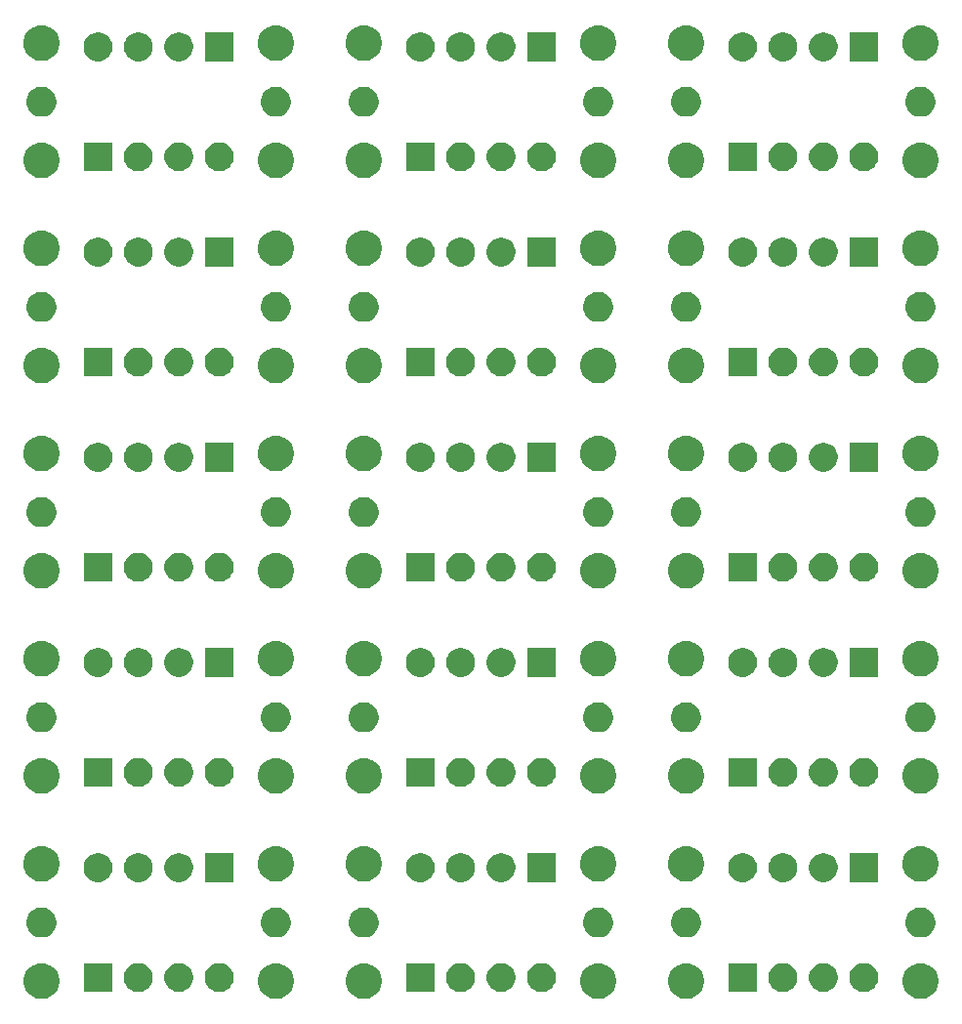
<source format=gbr>
G04 #@! TF.GenerationSoftware,KiCad,Pcbnew,5.1.5-52549c5~86~ubuntu18.04.1*
G04 #@! TF.CreationDate,2020-09-05T13:20:35-05:00*
G04 #@! TF.ProjectId,,58585858-5858-4585-9858-585858585858,rev?*
G04 #@! TF.SameCoordinates,Original*
G04 #@! TF.FileFunction,Soldermask,Bot*
G04 #@! TF.FilePolarity,Negative*
%FSLAX46Y46*%
G04 Gerber Fmt 4.6, Leading zero omitted, Abs format (unit mm)*
G04 Created by KiCad (PCBNEW 5.1.5-52549c5~86~ubuntu18.04.1) date 2020-09-05 13:20:35*
%MOMM*%
%LPD*%
G04 APERTURE LIST*
%ADD10C,0.100000*%
G04 APERTURE END LIST*
D10*
G36*
X165124703Y-133996275D02*
G01*
X165283210Y-134027804D01*
X165565474Y-134144721D01*
X165819505Y-134314459D01*
X166035541Y-134530495D01*
X166205279Y-134784526D01*
X166322196Y-135066790D01*
X166322196Y-135066791D01*
X166373043Y-135322413D01*
X166381800Y-135366440D01*
X166381800Y-135671960D01*
X166322196Y-135971610D01*
X166205279Y-136253874D01*
X166035541Y-136507905D01*
X165819505Y-136723941D01*
X165565474Y-136893679D01*
X165283210Y-137010596D01*
X165133385Y-137040398D01*
X164983561Y-137070200D01*
X164678039Y-137070200D01*
X164528215Y-137040398D01*
X164378390Y-137010596D01*
X164096126Y-136893679D01*
X163842095Y-136723941D01*
X163626059Y-136507905D01*
X163456321Y-136253874D01*
X163339404Y-135971610D01*
X163279800Y-135671960D01*
X163279800Y-135366440D01*
X163288558Y-135322413D01*
X163339404Y-135066791D01*
X163339404Y-135066790D01*
X163456321Y-134784526D01*
X163626059Y-134530495D01*
X163842095Y-134314459D01*
X164096126Y-134144721D01*
X164378390Y-134027804D01*
X164536897Y-133996275D01*
X164678039Y-133968200D01*
X164983561Y-133968200D01*
X165124703Y-133996275D01*
G37*
G36*
X144804703Y-133996275D02*
G01*
X144963210Y-134027804D01*
X145245474Y-134144721D01*
X145499505Y-134314459D01*
X145715541Y-134530495D01*
X145885279Y-134784526D01*
X146002196Y-135066790D01*
X146002196Y-135066791D01*
X146053043Y-135322413D01*
X146061800Y-135366440D01*
X146061800Y-135671960D01*
X146002196Y-135971610D01*
X145885279Y-136253874D01*
X145715541Y-136507905D01*
X145499505Y-136723941D01*
X145245474Y-136893679D01*
X144963210Y-137010596D01*
X144813385Y-137040398D01*
X144663561Y-137070200D01*
X144358039Y-137070200D01*
X144208215Y-137040398D01*
X144058390Y-137010596D01*
X143776126Y-136893679D01*
X143522095Y-136723941D01*
X143306059Y-136507905D01*
X143136321Y-136253874D01*
X143019404Y-135971610D01*
X142959800Y-135671960D01*
X142959800Y-135366440D01*
X142968558Y-135322413D01*
X143019404Y-135066791D01*
X143019404Y-135066790D01*
X143136321Y-134784526D01*
X143306059Y-134530495D01*
X143522095Y-134314459D01*
X143776126Y-134144721D01*
X144058390Y-134027804D01*
X144216897Y-133996275D01*
X144358039Y-133968200D01*
X144663561Y-133968200D01*
X144804703Y-133996275D01*
G37*
G36*
X109244703Y-133996275D02*
G01*
X109403210Y-134027804D01*
X109685474Y-134144721D01*
X109939505Y-134314459D01*
X110155541Y-134530495D01*
X110325279Y-134784526D01*
X110442196Y-135066790D01*
X110442196Y-135066791D01*
X110493043Y-135322413D01*
X110501800Y-135366440D01*
X110501800Y-135671960D01*
X110442196Y-135971610D01*
X110325279Y-136253874D01*
X110155541Y-136507905D01*
X109939505Y-136723941D01*
X109685474Y-136893679D01*
X109403210Y-137010596D01*
X109253385Y-137040398D01*
X109103561Y-137070200D01*
X108798039Y-137070200D01*
X108648215Y-137040398D01*
X108498390Y-137010596D01*
X108216126Y-136893679D01*
X107962095Y-136723941D01*
X107746059Y-136507905D01*
X107576321Y-136253874D01*
X107459404Y-135971610D01*
X107399800Y-135671960D01*
X107399800Y-135366440D01*
X107408558Y-135322413D01*
X107459404Y-135066791D01*
X107459404Y-135066790D01*
X107576321Y-134784526D01*
X107746059Y-134530495D01*
X107962095Y-134314459D01*
X108216126Y-134144721D01*
X108498390Y-134027804D01*
X108656897Y-133996275D01*
X108798039Y-133968200D01*
X109103561Y-133968200D01*
X109244703Y-133996275D01*
G37*
G36*
X137184703Y-133996275D02*
G01*
X137343210Y-134027804D01*
X137625474Y-134144721D01*
X137879505Y-134314459D01*
X138095541Y-134530495D01*
X138265279Y-134784526D01*
X138382196Y-135066790D01*
X138382196Y-135066791D01*
X138433043Y-135322413D01*
X138441800Y-135366440D01*
X138441800Y-135671960D01*
X138382196Y-135971610D01*
X138265279Y-136253874D01*
X138095541Y-136507905D01*
X137879505Y-136723941D01*
X137625474Y-136893679D01*
X137343210Y-137010596D01*
X137193385Y-137040398D01*
X137043561Y-137070200D01*
X136738039Y-137070200D01*
X136588215Y-137040398D01*
X136438390Y-137010596D01*
X136156126Y-136893679D01*
X135902095Y-136723941D01*
X135686059Y-136507905D01*
X135516321Y-136253874D01*
X135399404Y-135971610D01*
X135339800Y-135671960D01*
X135339800Y-135366440D01*
X135348558Y-135322413D01*
X135399404Y-135066791D01*
X135399404Y-135066790D01*
X135516321Y-134784526D01*
X135686059Y-134530495D01*
X135902095Y-134314459D01*
X136156126Y-134144721D01*
X136438390Y-134027804D01*
X136596897Y-133996275D01*
X136738039Y-133968200D01*
X137043561Y-133968200D01*
X137184703Y-133996275D01*
G37*
G36*
X116864703Y-133996275D02*
G01*
X117023210Y-134027804D01*
X117305474Y-134144721D01*
X117559505Y-134314459D01*
X117775541Y-134530495D01*
X117945279Y-134784526D01*
X118062196Y-135066790D01*
X118062196Y-135066791D01*
X118113043Y-135322413D01*
X118121800Y-135366440D01*
X118121800Y-135671960D01*
X118062196Y-135971610D01*
X117945279Y-136253874D01*
X117775541Y-136507905D01*
X117559505Y-136723941D01*
X117305474Y-136893679D01*
X117023210Y-137010596D01*
X116873385Y-137040398D01*
X116723561Y-137070200D01*
X116418039Y-137070200D01*
X116268215Y-137040398D01*
X116118390Y-137010596D01*
X115836126Y-136893679D01*
X115582095Y-136723941D01*
X115366059Y-136507905D01*
X115196321Y-136253874D01*
X115079404Y-135971610D01*
X115019800Y-135671960D01*
X115019800Y-135366440D01*
X115028558Y-135322413D01*
X115079404Y-135066791D01*
X115079404Y-135066790D01*
X115196321Y-134784526D01*
X115366059Y-134530495D01*
X115582095Y-134314459D01*
X115836126Y-134144721D01*
X116118390Y-134027804D01*
X116276897Y-133996275D01*
X116418039Y-133968200D01*
X116723561Y-133968200D01*
X116864703Y-133996275D01*
G37*
G36*
X88924703Y-133996275D02*
G01*
X89083210Y-134027804D01*
X89365474Y-134144721D01*
X89619505Y-134314459D01*
X89835541Y-134530495D01*
X90005279Y-134784526D01*
X90122196Y-135066790D01*
X90122196Y-135066791D01*
X90173043Y-135322413D01*
X90181800Y-135366440D01*
X90181800Y-135671960D01*
X90122196Y-135971610D01*
X90005279Y-136253874D01*
X89835541Y-136507905D01*
X89619505Y-136723941D01*
X89365474Y-136893679D01*
X89083210Y-137010596D01*
X88933385Y-137040398D01*
X88783561Y-137070200D01*
X88478039Y-137070200D01*
X88328215Y-137040398D01*
X88178390Y-137010596D01*
X87896126Y-136893679D01*
X87642095Y-136723941D01*
X87426059Y-136507905D01*
X87256321Y-136253874D01*
X87139404Y-135971610D01*
X87079800Y-135671960D01*
X87079800Y-135366440D01*
X87088558Y-135322413D01*
X87139404Y-135066791D01*
X87139404Y-135066790D01*
X87256321Y-134784526D01*
X87426059Y-134530495D01*
X87642095Y-134314459D01*
X87896126Y-134144721D01*
X88178390Y-134027804D01*
X88336897Y-133996275D01*
X88478039Y-133968200D01*
X88783561Y-133968200D01*
X88924703Y-133996275D01*
G37*
G36*
X156785703Y-133996275D02*
G01*
X157013371Y-134090578D01*
X157218266Y-134227485D01*
X157392515Y-134401734D01*
X157529422Y-134606629D01*
X157623725Y-134834297D01*
X157671800Y-135075987D01*
X157671800Y-135322413D01*
X157623725Y-135564103D01*
X157529422Y-135791771D01*
X157392515Y-135996666D01*
X157218266Y-136170915D01*
X157013371Y-136307822D01*
X157013370Y-136307823D01*
X157013369Y-136307823D01*
X156785703Y-136402125D01*
X156544014Y-136450200D01*
X156297586Y-136450200D01*
X156055897Y-136402125D01*
X155828231Y-136307823D01*
X155828230Y-136307823D01*
X155828229Y-136307822D01*
X155623334Y-136170915D01*
X155449085Y-135996666D01*
X155312178Y-135791771D01*
X155217875Y-135564103D01*
X155169800Y-135322413D01*
X155169800Y-135075987D01*
X155217875Y-134834297D01*
X155312178Y-134606629D01*
X155449085Y-134401734D01*
X155623334Y-134227485D01*
X155828229Y-134090578D01*
X156055897Y-133996275D01*
X156297586Y-133948200D01*
X156544014Y-133948200D01*
X156785703Y-133996275D01*
G37*
G36*
X132345703Y-133996275D02*
G01*
X132573371Y-134090578D01*
X132778266Y-134227485D01*
X132952515Y-134401734D01*
X133089422Y-134606629D01*
X133183725Y-134834297D01*
X133231800Y-135075987D01*
X133231800Y-135322413D01*
X133183725Y-135564103D01*
X133089422Y-135791771D01*
X132952515Y-135996666D01*
X132778266Y-136170915D01*
X132573371Y-136307822D01*
X132573370Y-136307823D01*
X132573369Y-136307823D01*
X132345703Y-136402125D01*
X132104014Y-136450200D01*
X131857586Y-136450200D01*
X131615897Y-136402125D01*
X131388231Y-136307823D01*
X131388230Y-136307823D01*
X131388229Y-136307822D01*
X131183334Y-136170915D01*
X131009085Y-135996666D01*
X130872178Y-135791771D01*
X130777875Y-135564103D01*
X130729800Y-135322413D01*
X130729800Y-135075987D01*
X130777875Y-134834297D01*
X130872178Y-134606629D01*
X131009085Y-134401734D01*
X131183334Y-134227485D01*
X131388229Y-134090578D01*
X131615897Y-133996275D01*
X131857586Y-133948200D01*
X132104014Y-133948200D01*
X132345703Y-133996275D01*
G37*
G36*
X104405703Y-133996275D02*
G01*
X104633371Y-134090578D01*
X104838266Y-134227485D01*
X105012515Y-134401734D01*
X105149422Y-134606629D01*
X105243725Y-134834297D01*
X105291800Y-135075987D01*
X105291800Y-135322413D01*
X105243725Y-135564103D01*
X105149422Y-135791771D01*
X105012515Y-135996666D01*
X104838266Y-136170915D01*
X104633371Y-136307822D01*
X104633370Y-136307823D01*
X104633369Y-136307823D01*
X104405703Y-136402125D01*
X104164014Y-136450200D01*
X103917586Y-136450200D01*
X103675897Y-136402125D01*
X103448231Y-136307823D01*
X103448230Y-136307823D01*
X103448229Y-136307822D01*
X103243334Y-136170915D01*
X103069085Y-135996666D01*
X102932178Y-135791771D01*
X102837875Y-135564103D01*
X102789800Y-135322413D01*
X102789800Y-135075987D01*
X102837875Y-134834297D01*
X102932178Y-134606629D01*
X103069085Y-134401734D01*
X103243334Y-134227485D01*
X103448229Y-134090578D01*
X103675897Y-133996275D01*
X103917586Y-133948200D01*
X104164014Y-133948200D01*
X104405703Y-133996275D01*
G37*
G36*
X100905703Y-133996275D02*
G01*
X101133371Y-134090578D01*
X101338266Y-134227485D01*
X101512515Y-134401734D01*
X101649422Y-134606629D01*
X101743725Y-134834297D01*
X101791800Y-135075987D01*
X101791800Y-135322413D01*
X101743725Y-135564103D01*
X101649422Y-135791771D01*
X101512515Y-135996666D01*
X101338266Y-136170915D01*
X101133371Y-136307822D01*
X101133370Y-136307823D01*
X101133369Y-136307823D01*
X100905703Y-136402125D01*
X100664014Y-136450200D01*
X100417586Y-136450200D01*
X100175897Y-136402125D01*
X99948231Y-136307823D01*
X99948230Y-136307823D01*
X99948229Y-136307822D01*
X99743334Y-136170915D01*
X99569085Y-135996666D01*
X99432178Y-135791771D01*
X99337875Y-135564103D01*
X99289800Y-135322413D01*
X99289800Y-135075987D01*
X99337875Y-134834297D01*
X99432178Y-134606629D01*
X99569085Y-134401734D01*
X99743334Y-134227485D01*
X99948229Y-134090578D01*
X100175897Y-133996275D01*
X100417586Y-133948200D01*
X100664014Y-133948200D01*
X100905703Y-133996275D01*
G37*
G36*
X97405703Y-133996275D02*
G01*
X97633371Y-134090578D01*
X97838266Y-134227485D01*
X98012515Y-134401734D01*
X98149422Y-134606629D01*
X98243725Y-134834297D01*
X98291800Y-135075987D01*
X98291800Y-135322413D01*
X98243725Y-135564103D01*
X98149422Y-135791771D01*
X98012515Y-135996666D01*
X97838266Y-136170915D01*
X97633371Y-136307822D01*
X97633370Y-136307823D01*
X97633369Y-136307823D01*
X97405703Y-136402125D01*
X97164014Y-136450200D01*
X96917586Y-136450200D01*
X96675897Y-136402125D01*
X96448231Y-136307823D01*
X96448230Y-136307823D01*
X96448229Y-136307822D01*
X96243334Y-136170915D01*
X96069085Y-135996666D01*
X95932178Y-135791771D01*
X95837875Y-135564103D01*
X95789800Y-135322413D01*
X95789800Y-135075987D01*
X95837875Y-134834297D01*
X95932178Y-134606629D01*
X96069085Y-134401734D01*
X96243334Y-134227485D01*
X96448229Y-134090578D01*
X96675897Y-133996275D01*
X96917586Y-133948200D01*
X97164014Y-133948200D01*
X97405703Y-133996275D01*
G37*
G36*
X94791800Y-136450200D02*
G01*
X92289800Y-136450200D01*
X92289800Y-133948200D01*
X94791800Y-133948200D01*
X94791800Y-136450200D01*
G37*
G36*
X128845703Y-133996275D02*
G01*
X129073371Y-134090578D01*
X129278266Y-134227485D01*
X129452515Y-134401734D01*
X129589422Y-134606629D01*
X129683725Y-134834297D01*
X129731800Y-135075987D01*
X129731800Y-135322413D01*
X129683725Y-135564103D01*
X129589422Y-135791771D01*
X129452515Y-135996666D01*
X129278266Y-136170915D01*
X129073371Y-136307822D01*
X129073370Y-136307823D01*
X129073369Y-136307823D01*
X128845703Y-136402125D01*
X128604014Y-136450200D01*
X128357586Y-136450200D01*
X128115897Y-136402125D01*
X127888231Y-136307823D01*
X127888230Y-136307823D01*
X127888229Y-136307822D01*
X127683334Y-136170915D01*
X127509085Y-135996666D01*
X127372178Y-135791771D01*
X127277875Y-135564103D01*
X127229800Y-135322413D01*
X127229800Y-135075987D01*
X127277875Y-134834297D01*
X127372178Y-134606629D01*
X127509085Y-134401734D01*
X127683334Y-134227485D01*
X127888229Y-134090578D01*
X128115897Y-133996275D01*
X128357586Y-133948200D01*
X128604014Y-133948200D01*
X128845703Y-133996275D01*
G37*
G36*
X122731800Y-136450200D02*
G01*
X120229800Y-136450200D01*
X120229800Y-133948200D01*
X122731800Y-133948200D01*
X122731800Y-136450200D01*
G37*
G36*
X160285703Y-133996275D02*
G01*
X160513371Y-134090578D01*
X160718266Y-134227485D01*
X160892515Y-134401734D01*
X161029422Y-134606629D01*
X161123725Y-134834297D01*
X161171800Y-135075987D01*
X161171800Y-135322413D01*
X161123725Y-135564103D01*
X161029422Y-135791771D01*
X160892515Y-135996666D01*
X160718266Y-136170915D01*
X160513371Y-136307822D01*
X160513370Y-136307823D01*
X160513369Y-136307823D01*
X160285703Y-136402125D01*
X160044014Y-136450200D01*
X159797586Y-136450200D01*
X159555897Y-136402125D01*
X159328231Y-136307823D01*
X159328230Y-136307823D01*
X159328229Y-136307822D01*
X159123334Y-136170915D01*
X158949085Y-135996666D01*
X158812178Y-135791771D01*
X158717875Y-135564103D01*
X158669800Y-135322413D01*
X158669800Y-135075987D01*
X158717875Y-134834297D01*
X158812178Y-134606629D01*
X158949085Y-134401734D01*
X159123334Y-134227485D01*
X159328229Y-134090578D01*
X159555897Y-133996275D01*
X159797586Y-133948200D01*
X160044014Y-133948200D01*
X160285703Y-133996275D01*
G37*
G36*
X150671800Y-136450200D02*
G01*
X148169800Y-136450200D01*
X148169800Y-133948200D01*
X150671800Y-133948200D01*
X150671800Y-136450200D01*
G37*
G36*
X153285703Y-133996275D02*
G01*
X153513371Y-134090578D01*
X153718266Y-134227485D01*
X153892515Y-134401734D01*
X154029422Y-134606629D01*
X154123725Y-134834297D01*
X154171800Y-135075987D01*
X154171800Y-135322413D01*
X154123725Y-135564103D01*
X154029422Y-135791771D01*
X153892515Y-135996666D01*
X153718266Y-136170915D01*
X153513371Y-136307822D01*
X153513370Y-136307823D01*
X153513369Y-136307823D01*
X153285703Y-136402125D01*
X153044014Y-136450200D01*
X152797586Y-136450200D01*
X152555897Y-136402125D01*
X152328231Y-136307823D01*
X152328230Y-136307823D01*
X152328229Y-136307822D01*
X152123334Y-136170915D01*
X151949085Y-135996666D01*
X151812178Y-135791771D01*
X151717875Y-135564103D01*
X151669800Y-135322413D01*
X151669800Y-135075987D01*
X151717875Y-134834297D01*
X151812178Y-134606629D01*
X151949085Y-134401734D01*
X152123334Y-134227485D01*
X152328229Y-134090578D01*
X152555897Y-133996275D01*
X152797586Y-133948200D01*
X153044014Y-133948200D01*
X153285703Y-133996275D01*
G37*
G36*
X125345703Y-133996275D02*
G01*
X125573371Y-134090578D01*
X125778266Y-134227485D01*
X125952515Y-134401734D01*
X126089422Y-134606629D01*
X126183725Y-134834297D01*
X126231800Y-135075987D01*
X126231800Y-135322413D01*
X126183725Y-135564103D01*
X126089422Y-135791771D01*
X125952515Y-135996666D01*
X125778266Y-136170915D01*
X125573371Y-136307822D01*
X125573370Y-136307823D01*
X125573369Y-136307823D01*
X125345703Y-136402125D01*
X125104014Y-136450200D01*
X124857586Y-136450200D01*
X124615897Y-136402125D01*
X124388231Y-136307823D01*
X124388230Y-136307823D01*
X124388229Y-136307822D01*
X124183334Y-136170915D01*
X124009085Y-135996666D01*
X123872178Y-135791771D01*
X123777875Y-135564103D01*
X123729800Y-135322413D01*
X123729800Y-135075987D01*
X123777875Y-134834297D01*
X123872178Y-134606629D01*
X124009085Y-134401734D01*
X124183334Y-134227485D01*
X124388229Y-134090578D01*
X124615897Y-133996275D01*
X124857586Y-133948200D01*
X125104014Y-133948200D01*
X125345703Y-133996275D01*
G37*
G36*
X165210193Y-129188504D02*
G01*
X165446901Y-129286552D01*
X165446903Y-129286553D01*
X165659935Y-129428896D01*
X165841104Y-129610065D01*
X165983447Y-129823097D01*
X165983448Y-129823099D01*
X166081496Y-130059807D01*
X166131480Y-130311093D01*
X166131480Y-130567307D01*
X166081496Y-130818593D01*
X165983448Y-131055301D01*
X165983447Y-131055303D01*
X165841104Y-131268335D01*
X165659935Y-131449504D01*
X165446903Y-131591847D01*
X165446902Y-131591848D01*
X165446901Y-131591848D01*
X165210193Y-131689896D01*
X164958907Y-131739880D01*
X164702693Y-131739880D01*
X164451407Y-131689896D01*
X164214699Y-131591848D01*
X164214698Y-131591848D01*
X164214697Y-131591847D01*
X164001665Y-131449504D01*
X163820496Y-131268335D01*
X163678153Y-131055303D01*
X163678152Y-131055301D01*
X163580104Y-130818593D01*
X163530120Y-130567307D01*
X163530120Y-130311093D01*
X163580104Y-130059807D01*
X163678152Y-129823099D01*
X163678153Y-129823097D01*
X163820496Y-129610065D01*
X164001665Y-129428896D01*
X164214697Y-129286553D01*
X164214699Y-129286552D01*
X164451407Y-129188504D01*
X164702693Y-129138520D01*
X164958907Y-129138520D01*
X165210193Y-129188504D01*
G37*
G36*
X144890193Y-129188504D02*
G01*
X145126901Y-129286552D01*
X145126903Y-129286553D01*
X145339935Y-129428896D01*
X145521104Y-129610065D01*
X145663447Y-129823097D01*
X145663448Y-129823099D01*
X145761496Y-130059807D01*
X145811480Y-130311093D01*
X145811480Y-130567307D01*
X145761496Y-130818593D01*
X145663448Y-131055301D01*
X145663447Y-131055303D01*
X145521104Y-131268335D01*
X145339935Y-131449504D01*
X145126903Y-131591847D01*
X145126902Y-131591848D01*
X145126901Y-131591848D01*
X144890193Y-131689896D01*
X144638907Y-131739880D01*
X144382693Y-131739880D01*
X144131407Y-131689896D01*
X143894699Y-131591848D01*
X143894698Y-131591848D01*
X143894697Y-131591847D01*
X143681665Y-131449504D01*
X143500496Y-131268335D01*
X143358153Y-131055303D01*
X143358152Y-131055301D01*
X143260104Y-130818593D01*
X143210120Y-130567307D01*
X143210120Y-130311093D01*
X143260104Y-130059807D01*
X143358152Y-129823099D01*
X143358153Y-129823097D01*
X143500496Y-129610065D01*
X143681665Y-129428896D01*
X143894697Y-129286553D01*
X143894699Y-129286552D01*
X144131407Y-129188504D01*
X144382693Y-129138520D01*
X144638907Y-129138520D01*
X144890193Y-129188504D01*
G37*
G36*
X116950193Y-129188504D02*
G01*
X117186901Y-129286552D01*
X117186903Y-129286553D01*
X117399935Y-129428896D01*
X117581104Y-129610065D01*
X117723447Y-129823097D01*
X117723448Y-129823099D01*
X117821496Y-130059807D01*
X117871480Y-130311093D01*
X117871480Y-130567307D01*
X117821496Y-130818593D01*
X117723448Y-131055301D01*
X117723447Y-131055303D01*
X117581104Y-131268335D01*
X117399935Y-131449504D01*
X117186903Y-131591847D01*
X117186902Y-131591848D01*
X117186901Y-131591848D01*
X116950193Y-131689896D01*
X116698907Y-131739880D01*
X116442693Y-131739880D01*
X116191407Y-131689896D01*
X115954699Y-131591848D01*
X115954698Y-131591848D01*
X115954697Y-131591847D01*
X115741665Y-131449504D01*
X115560496Y-131268335D01*
X115418153Y-131055303D01*
X115418152Y-131055301D01*
X115320104Y-130818593D01*
X115270120Y-130567307D01*
X115270120Y-130311093D01*
X115320104Y-130059807D01*
X115418152Y-129823099D01*
X115418153Y-129823097D01*
X115560496Y-129610065D01*
X115741665Y-129428896D01*
X115954697Y-129286553D01*
X115954699Y-129286552D01*
X116191407Y-129188504D01*
X116442693Y-129138520D01*
X116698907Y-129138520D01*
X116950193Y-129188504D01*
G37*
G36*
X137270193Y-129188504D02*
G01*
X137506901Y-129286552D01*
X137506903Y-129286553D01*
X137719935Y-129428896D01*
X137901104Y-129610065D01*
X138043447Y-129823097D01*
X138043448Y-129823099D01*
X138141496Y-130059807D01*
X138191480Y-130311093D01*
X138191480Y-130567307D01*
X138141496Y-130818593D01*
X138043448Y-131055301D01*
X138043447Y-131055303D01*
X137901104Y-131268335D01*
X137719935Y-131449504D01*
X137506903Y-131591847D01*
X137506902Y-131591848D01*
X137506901Y-131591848D01*
X137270193Y-131689896D01*
X137018907Y-131739880D01*
X136762693Y-131739880D01*
X136511407Y-131689896D01*
X136274699Y-131591848D01*
X136274698Y-131591848D01*
X136274697Y-131591847D01*
X136061665Y-131449504D01*
X135880496Y-131268335D01*
X135738153Y-131055303D01*
X135738152Y-131055301D01*
X135640104Y-130818593D01*
X135590120Y-130567307D01*
X135590120Y-130311093D01*
X135640104Y-130059807D01*
X135738152Y-129823099D01*
X135738153Y-129823097D01*
X135880496Y-129610065D01*
X136061665Y-129428896D01*
X136274697Y-129286553D01*
X136274699Y-129286552D01*
X136511407Y-129188504D01*
X136762693Y-129138520D01*
X137018907Y-129138520D01*
X137270193Y-129188504D01*
G37*
G36*
X109330193Y-129188504D02*
G01*
X109566901Y-129286552D01*
X109566903Y-129286553D01*
X109779935Y-129428896D01*
X109961104Y-129610065D01*
X110103447Y-129823097D01*
X110103448Y-129823099D01*
X110201496Y-130059807D01*
X110251480Y-130311093D01*
X110251480Y-130567307D01*
X110201496Y-130818593D01*
X110103448Y-131055301D01*
X110103447Y-131055303D01*
X109961104Y-131268335D01*
X109779935Y-131449504D01*
X109566903Y-131591847D01*
X109566902Y-131591848D01*
X109566901Y-131591848D01*
X109330193Y-131689896D01*
X109078907Y-131739880D01*
X108822693Y-131739880D01*
X108571407Y-131689896D01*
X108334699Y-131591848D01*
X108334698Y-131591848D01*
X108334697Y-131591847D01*
X108121665Y-131449504D01*
X107940496Y-131268335D01*
X107798153Y-131055303D01*
X107798152Y-131055301D01*
X107700104Y-130818593D01*
X107650120Y-130567307D01*
X107650120Y-130311093D01*
X107700104Y-130059807D01*
X107798152Y-129823099D01*
X107798153Y-129823097D01*
X107940496Y-129610065D01*
X108121665Y-129428896D01*
X108334697Y-129286553D01*
X108334699Y-129286552D01*
X108571407Y-129188504D01*
X108822693Y-129138520D01*
X109078907Y-129138520D01*
X109330193Y-129188504D01*
G37*
G36*
X89010193Y-129188504D02*
G01*
X89246901Y-129286552D01*
X89246903Y-129286553D01*
X89459935Y-129428896D01*
X89641104Y-129610065D01*
X89783447Y-129823097D01*
X89783448Y-129823099D01*
X89881496Y-130059807D01*
X89931480Y-130311093D01*
X89931480Y-130567307D01*
X89881496Y-130818593D01*
X89783448Y-131055301D01*
X89783447Y-131055303D01*
X89641104Y-131268335D01*
X89459935Y-131449504D01*
X89246903Y-131591847D01*
X89246902Y-131591848D01*
X89246901Y-131591848D01*
X89010193Y-131689896D01*
X88758907Y-131739880D01*
X88502693Y-131739880D01*
X88251407Y-131689896D01*
X88014699Y-131591848D01*
X88014698Y-131591848D01*
X88014697Y-131591847D01*
X87801665Y-131449504D01*
X87620496Y-131268335D01*
X87478153Y-131055303D01*
X87478152Y-131055301D01*
X87380104Y-130818593D01*
X87330120Y-130567307D01*
X87330120Y-130311093D01*
X87380104Y-130059807D01*
X87478152Y-129823099D01*
X87478153Y-129823097D01*
X87620496Y-129610065D01*
X87801665Y-129428896D01*
X88014697Y-129286553D01*
X88014699Y-129286552D01*
X88251407Y-129188504D01*
X88502693Y-129138520D01*
X88758907Y-129138520D01*
X89010193Y-129188504D01*
G37*
G36*
X97405703Y-124476275D02*
G01*
X97633371Y-124570578D01*
X97838266Y-124707485D01*
X98012515Y-124881734D01*
X98149422Y-125086629D01*
X98243725Y-125314297D01*
X98291800Y-125555987D01*
X98291800Y-125802413D01*
X98243725Y-126044103D01*
X98149422Y-126271771D01*
X98012515Y-126476666D01*
X97838266Y-126650915D01*
X97633371Y-126787822D01*
X97633370Y-126787823D01*
X97633369Y-126787823D01*
X97405703Y-126882125D01*
X97164014Y-126930200D01*
X96917586Y-126930200D01*
X96675897Y-126882125D01*
X96448231Y-126787823D01*
X96448230Y-126787823D01*
X96448229Y-126787822D01*
X96243334Y-126650915D01*
X96069085Y-126476666D01*
X95932178Y-126271771D01*
X95837875Y-126044103D01*
X95789800Y-125802413D01*
X95789800Y-125555987D01*
X95837875Y-125314297D01*
X95932178Y-125086629D01*
X96069085Y-124881734D01*
X96243334Y-124707485D01*
X96448229Y-124570578D01*
X96675897Y-124476275D01*
X96917586Y-124428200D01*
X97164014Y-124428200D01*
X97405703Y-124476275D01*
G37*
G36*
X93905703Y-124476275D02*
G01*
X94133371Y-124570578D01*
X94338266Y-124707485D01*
X94512515Y-124881734D01*
X94649422Y-125086629D01*
X94743725Y-125314297D01*
X94791800Y-125555987D01*
X94791800Y-125802413D01*
X94743725Y-126044103D01*
X94649422Y-126271771D01*
X94512515Y-126476666D01*
X94338266Y-126650915D01*
X94133371Y-126787822D01*
X94133370Y-126787823D01*
X94133369Y-126787823D01*
X93905703Y-126882125D01*
X93664014Y-126930200D01*
X93417586Y-126930200D01*
X93175897Y-126882125D01*
X92948231Y-126787823D01*
X92948230Y-126787823D01*
X92948229Y-126787822D01*
X92743334Y-126650915D01*
X92569085Y-126476666D01*
X92432178Y-126271771D01*
X92337875Y-126044103D01*
X92289800Y-125802413D01*
X92289800Y-125555987D01*
X92337875Y-125314297D01*
X92432178Y-125086629D01*
X92569085Y-124881734D01*
X92743334Y-124707485D01*
X92948229Y-124570578D01*
X93175897Y-124476275D01*
X93417586Y-124428200D01*
X93664014Y-124428200D01*
X93905703Y-124476275D01*
G37*
G36*
X100905703Y-124476275D02*
G01*
X101133371Y-124570578D01*
X101338266Y-124707485D01*
X101512515Y-124881734D01*
X101649422Y-125086629D01*
X101743725Y-125314297D01*
X101791800Y-125555987D01*
X101791800Y-125802413D01*
X101743725Y-126044103D01*
X101649422Y-126271771D01*
X101512515Y-126476666D01*
X101338266Y-126650915D01*
X101133371Y-126787822D01*
X101133370Y-126787823D01*
X101133369Y-126787823D01*
X100905703Y-126882125D01*
X100664014Y-126930200D01*
X100417586Y-126930200D01*
X100175897Y-126882125D01*
X99948231Y-126787823D01*
X99948230Y-126787823D01*
X99948229Y-126787822D01*
X99743334Y-126650915D01*
X99569085Y-126476666D01*
X99432178Y-126271771D01*
X99337875Y-126044103D01*
X99289800Y-125802413D01*
X99289800Y-125555987D01*
X99337875Y-125314297D01*
X99432178Y-125086629D01*
X99569085Y-124881734D01*
X99743334Y-124707485D01*
X99948229Y-124570578D01*
X100175897Y-124476275D01*
X100417586Y-124428200D01*
X100664014Y-124428200D01*
X100905703Y-124476275D01*
G37*
G36*
X105291800Y-126930200D02*
G01*
X102789800Y-126930200D01*
X102789800Y-124428200D01*
X105291800Y-124428200D01*
X105291800Y-126930200D01*
G37*
G36*
X125345703Y-124476275D02*
G01*
X125573371Y-124570578D01*
X125778266Y-124707485D01*
X125952515Y-124881734D01*
X126089422Y-125086629D01*
X126183725Y-125314297D01*
X126231800Y-125555987D01*
X126231800Y-125802413D01*
X126183725Y-126044103D01*
X126089422Y-126271771D01*
X125952515Y-126476666D01*
X125778266Y-126650915D01*
X125573371Y-126787822D01*
X125573370Y-126787823D01*
X125573369Y-126787823D01*
X125345703Y-126882125D01*
X125104014Y-126930200D01*
X124857586Y-126930200D01*
X124615897Y-126882125D01*
X124388231Y-126787823D01*
X124388230Y-126787823D01*
X124388229Y-126787822D01*
X124183334Y-126650915D01*
X124009085Y-126476666D01*
X123872178Y-126271771D01*
X123777875Y-126044103D01*
X123729800Y-125802413D01*
X123729800Y-125555987D01*
X123777875Y-125314297D01*
X123872178Y-125086629D01*
X124009085Y-124881734D01*
X124183334Y-124707485D01*
X124388229Y-124570578D01*
X124615897Y-124476275D01*
X124857586Y-124428200D01*
X125104014Y-124428200D01*
X125345703Y-124476275D01*
G37*
G36*
X128845703Y-124476275D02*
G01*
X129073371Y-124570578D01*
X129278266Y-124707485D01*
X129452515Y-124881734D01*
X129589422Y-125086629D01*
X129683725Y-125314297D01*
X129731800Y-125555987D01*
X129731800Y-125802413D01*
X129683725Y-126044103D01*
X129589422Y-126271771D01*
X129452515Y-126476666D01*
X129278266Y-126650915D01*
X129073371Y-126787822D01*
X129073370Y-126787823D01*
X129073369Y-126787823D01*
X128845703Y-126882125D01*
X128604014Y-126930200D01*
X128357586Y-126930200D01*
X128115897Y-126882125D01*
X127888231Y-126787823D01*
X127888230Y-126787823D01*
X127888229Y-126787822D01*
X127683334Y-126650915D01*
X127509085Y-126476666D01*
X127372178Y-126271771D01*
X127277875Y-126044103D01*
X127229800Y-125802413D01*
X127229800Y-125555987D01*
X127277875Y-125314297D01*
X127372178Y-125086629D01*
X127509085Y-124881734D01*
X127683334Y-124707485D01*
X127888229Y-124570578D01*
X128115897Y-124476275D01*
X128357586Y-124428200D01*
X128604014Y-124428200D01*
X128845703Y-124476275D01*
G37*
G36*
X149785703Y-124476275D02*
G01*
X150013371Y-124570578D01*
X150218266Y-124707485D01*
X150392515Y-124881734D01*
X150529422Y-125086629D01*
X150623725Y-125314297D01*
X150671800Y-125555987D01*
X150671800Y-125802413D01*
X150623725Y-126044103D01*
X150529422Y-126271771D01*
X150392515Y-126476666D01*
X150218266Y-126650915D01*
X150013371Y-126787822D01*
X150013370Y-126787823D01*
X150013369Y-126787823D01*
X149785703Y-126882125D01*
X149544014Y-126930200D01*
X149297586Y-126930200D01*
X149055897Y-126882125D01*
X148828231Y-126787823D01*
X148828230Y-126787823D01*
X148828229Y-126787822D01*
X148623334Y-126650915D01*
X148449085Y-126476666D01*
X148312178Y-126271771D01*
X148217875Y-126044103D01*
X148169800Y-125802413D01*
X148169800Y-125555987D01*
X148217875Y-125314297D01*
X148312178Y-125086629D01*
X148449085Y-124881734D01*
X148623334Y-124707485D01*
X148828229Y-124570578D01*
X149055897Y-124476275D01*
X149297586Y-124428200D01*
X149544014Y-124428200D01*
X149785703Y-124476275D01*
G37*
G36*
X156785703Y-124476275D02*
G01*
X157013371Y-124570578D01*
X157218266Y-124707485D01*
X157392515Y-124881734D01*
X157529422Y-125086629D01*
X157623725Y-125314297D01*
X157671800Y-125555987D01*
X157671800Y-125802413D01*
X157623725Y-126044103D01*
X157529422Y-126271771D01*
X157392515Y-126476666D01*
X157218266Y-126650915D01*
X157013371Y-126787822D01*
X157013370Y-126787823D01*
X157013369Y-126787823D01*
X156785703Y-126882125D01*
X156544014Y-126930200D01*
X156297586Y-126930200D01*
X156055897Y-126882125D01*
X155828231Y-126787823D01*
X155828230Y-126787823D01*
X155828229Y-126787822D01*
X155623334Y-126650915D01*
X155449085Y-126476666D01*
X155312178Y-126271771D01*
X155217875Y-126044103D01*
X155169800Y-125802413D01*
X155169800Y-125555987D01*
X155217875Y-125314297D01*
X155312178Y-125086629D01*
X155449085Y-124881734D01*
X155623334Y-124707485D01*
X155828229Y-124570578D01*
X156055897Y-124476275D01*
X156297586Y-124428200D01*
X156544014Y-124428200D01*
X156785703Y-124476275D01*
G37*
G36*
X153285703Y-124476275D02*
G01*
X153513371Y-124570578D01*
X153718266Y-124707485D01*
X153892515Y-124881734D01*
X154029422Y-125086629D01*
X154123725Y-125314297D01*
X154171800Y-125555987D01*
X154171800Y-125802413D01*
X154123725Y-126044103D01*
X154029422Y-126271771D01*
X153892515Y-126476666D01*
X153718266Y-126650915D01*
X153513371Y-126787822D01*
X153513370Y-126787823D01*
X153513369Y-126787823D01*
X153285703Y-126882125D01*
X153044014Y-126930200D01*
X152797586Y-126930200D01*
X152555897Y-126882125D01*
X152328231Y-126787823D01*
X152328230Y-126787823D01*
X152328229Y-126787822D01*
X152123334Y-126650915D01*
X151949085Y-126476666D01*
X151812178Y-126271771D01*
X151717875Y-126044103D01*
X151669800Y-125802413D01*
X151669800Y-125555987D01*
X151717875Y-125314297D01*
X151812178Y-125086629D01*
X151949085Y-124881734D01*
X152123334Y-124707485D01*
X152328229Y-124570578D01*
X152555897Y-124476275D01*
X152797586Y-124428200D01*
X153044014Y-124428200D01*
X153285703Y-124476275D01*
G37*
G36*
X161171800Y-126930200D02*
G01*
X158669800Y-126930200D01*
X158669800Y-124428200D01*
X161171800Y-124428200D01*
X161171800Y-126930200D01*
G37*
G36*
X121845703Y-124476275D02*
G01*
X122073371Y-124570578D01*
X122278266Y-124707485D01*
X122452515Y-124881734D01*
X122589422Y-125086629D01*
X122683725Y-125314297D01*
X122731800Y-125555987D01*
X122731800Y-125802413D01*
X122683725Y-126044103D01*
X122589422Y-126271771D01*
X122452515Y-126476666D01*
X122278266Y-126650915D01*
X122073371Y-126787822D01*
X122073370Y-126787823D01*
X122073369Y-126787823D01*
X121845703Y-126882125D01*
X121604014Y-126930200D01*
X121357586Y-126930200D01*
X121115897Y-126882125D01*
X120888231Y-126787823D01*
X120888230Y-126787823D01*
X120888229Y-126787822D01*
X120683334Y-126650915D01*
X120509085Y-126476666D01*
X120372178Y-126271771D01*
X120277875Y-126044103D01*
X120229800Y-125802413D01*
X120229800Y-125555987D01*
X120277875Y-125314297D01*
X120372178Y-125086629D01*
X120509085Y-124881734D01*
X120683334Y-124707485D01*
X120888229Y-124570578D01*
X121115897Y-124476275D01*
X121357586Y-124428200D01*
X121604014Y-124428200D01*
X121845703Y-124476275D01*
G37*
G36*
X133231800Y-126930200D02*
G01*
X130729800Y-126930200D01*
X130729800Y-124428200D01*
X133231800Y-124428200D01*
X133231800Y-126930200D01*
G37*
G36*
X109253385Y-123838002D02*
G01*
X109403210Y-123867804D01*
X109685474Y-123984721D01*
X109939505Y-124154459D01*
X110155541Y-124370495D01*
X110325279Y-124624526D01*
X110431818Y-124881736D01*
X110442196Y-124906791D01*
X110501800Y-125206439D01*
X110501800Y-125511961D01*
X110471998Y-125661785D01*
X110442196Y-125811610D01*
X110325279Y-126093874D01*
X110155541Y-126347905D01*
X109939505Y-126563941D01*
X109685474Y-126733679D01*
X109403210Y-126850596D01*
X109253385Y-126880398D01*
X109103561Y-126910200D01*
X108798039Y-126910200D01*
X108648215Y-126880398D01*
X108498390Y-126850596D01*
X108216126Y-126733679D01*
X107962095Y-126563941D01*
X107746059Y-126347905D01*
X107576321Y-126093874D01*
X107459404Y-125811610D01*
X107429602Y-125661785D01*
X107399800Y-125511961D01*
X107399800Y-125206439D01*
X107459404Y-124906791D01*
X107469782Y-124881736D01*
X107576321Y-124624526D01*
X107746059Y-124370495D01*
X107962095Y-124154459D01*
X108216126Y-123984721D01*
X108498390Y-123867804D01*
X108648215Y-123838002D01*
X108798039Y-123808200D01*
X109103561Y-123808200D01*
X109253385Y-123838002D01*
G37*
G36*
X137193385Y-123838002D02*
G01*
X137343210Y-123867804D01*
X137625474Y-123984721D01*
X137879505Y-124154459D01*
X138095541Y-124370495D01*
X138265279Y-124624526D01*
X138371818Y-124881736D01*
X138382196Y-124906791D01*
X138441800Y-125206439D01*
X138441800Y-125511961D01*
X138411998Y-125661785D01*
X138382196Y-125811610D01*
X138265279Y-126093874D01*
X138095541Y-126347905D01*
X137879505Y-126563941D01*
X137625474Y-126733679D01*
X137343210Y-126850596D01*
X137193385Y-126880398D01*
X137043561Y-126910200D01*
X136738039Y-126910200D01*
X136588215Y-126880398D01*
X136438390Y-126850596D01*
X136156126Y-126733679D01*
X135902095Y-126563941D01*
X135686059Y-126347905D01*
X135516321Y-126093874D01*
X135399404Y-125811610D01*
X135369602Y-125661785D01*
X135339800Y-125511961D01*
X135339800Y-125206439D01*
X135399404Y-124906791D01*
X135409782Y-124881736D01*
X135516321Y-124624526D01*
X135686059Y-124370495D01*
X135902095Y-124154459D01*
X136156126Y-123984721D01*
X136438390Y-123867804D01*
X136588215Y-123838002D01*
X136738039Y-123808200D01*
X137043561Y-123808200D01*
X137193385Y-123838002D01*
G37*
G36*
X165133385Y-123838002D02*
G01*
X165283210Y-123867804D01*
X165565474Y-123984721D01*
X165819505Y-124154459D01*
X166035541Y-124370495D01*
X166205279Y-124624526D01*
X166311818Y-124881736D01*
X166322196Y-124906791D01*
X166381800Y-125206439D01*
X166381800Y-125511961D01*
X166351998Y-125661785D01*
X166322196Y-125811610D01*
X166205279Y-126093874D01*
X166035541Y-126347905D01*
X165819505Y-126563941D01*
X165565474Y-126733679D01*
X165283210Y-126850596D01*
X165133385Y-126880398D01*
X164983561Y-126910200D01*
X164678039Y-126910200D01*
X164528215Y-126880398D01*
X164378390Y-126850596D01*
X164096126Y-126733679D01*
X163842095Y-126563941D01*
X163626059Y-126347905D01*
X163456321Y-126093874D01*
X163339404Y-125811610D01*
X163309602Y-125661785D01*
X163279800Y-125511961D01*
X163279800Y-125206439D01*
X163339404Y-124906791D01*
X163349782Y-124881736D01*
X163456321Y-124624526D01*
X163626059Y-124370495D01*
X163842095Y-124154459D01*
X164096126Y-123984721D01*
X164378390Y-123867804D01*
X164528215Y-123838002D01*
X164678039Y-123808200D01*
X164983561Y-123808200D01*
X165133385Y-123838002D01*
G37*
G36*
X88933385Y-123838002D02*
G01*
X89083210Y-123867804D01*
X89365474Y-123984721D01*
X89619505Y-124154459D01*
X89835541Y-124370495D01*
X90005279Y-124624526D01*
X90111818Y-124881736D01*
X90122196Y-124906791D01*
X90181800Y-125206439D01*
X90181800Y-125511961D01*
X90151998Y-125661785D01*
X90122196Y-125811610D01*
X90005279Y-126093874D01*
X89835541Y-126347905D01*
X89619505Y-126563941D01*
X89365474Y-126733679D01*
X89083210Y-126850596D01*
X88933385Y-126880398D01*
X88783561Y-126910200D01*
X88478039Y-126910200D01*
X88328215Y-126880398D01*
X88178390Y-126850596D01*
X87896126Y-126733679D01*
X87642095Y-126563941D01*
X87426059Y-126347905D01*
X87256321Y-126093874D01*
X87139404Y-125811610D01*
X87109602Y-125661785D01*
X87079800Y-125511961D01*
X87079800Y-125206439D01*
X87139404Y-124906791D01*
X87149782Y-124881736D01*
X87256321Y-124624526D01*
X87426059Y-124370495D01*
X87642095Y-124154459D01*
X87896126Y-123984721D01*
X88178390Y-123867804D01*
X88328215Y-123838002D01*
X88478039Y-123808200D01*
X88783561Y-123808200D01*
X88933385Y-123838002D01*
G37*
G36*
X116873385Y-123838002D02*
G01*
X117023210Y-123867804D01*
X117305474Y-123984721D01*
X117559505Y-124154459D01*
X117775541Y-124370495D01*
X117945279Y-124624526D01*
X118051818Y-124881736D01*
X118062196Y-124906791D01*
X118121800Y-125206439D01*
X118121800Y-125511961D01*
X118091998Y-125661785D01*
X118062196Y-125811610D01*
X117945279Y-126093874D01*
X117775541Y-126347905D01*
X117559505Y-126563941D01*
X117305474Y-126733679D01*
X117023210Y-126850596D01*
X116873385Y-126880398D01*
X116723561Y-126910200D01*
X116418039Y-126910200D01*
X116268215Y-126880398D01*
X116118390Y-126850596D01*
X115836126Y-126733679D01*
X115582095Y-126563941D01*
X115366059Y-126347905D01*
X115196321Y-126093874D01*
X115079404Y-125811610D01*
X115049602Y-125661785D01*
X115019800Y-125511961D01*
X115019800Y-125206439D01*
X115079404Y-124906791D01*
X115089782Y-124881736D01*
X115196321Y-124624526D01*
X115366059Y-124370495D01*
X115582095Y-124154459D01*
X115836126Y-123984721D01*
X116118390Y-123867804D01*
X116268215Y-123838002D01*
X116418039Y-123808200D01*
X116723561Y-123808200D01*
X116873385Y-123838002D01*
G37*
G36*
X144813385Y-123838002D02*
G01*
X144963210Y-123867804D01*
X145245474Y-123984721D01*
X145499505Y-124154459D01*
X145715541Y-124370495D01*
X145885279Y-124624526D01*
X145991818Y-124881736D01*
X146002196Y-124906791D01*
X146061800Y-125206439D01*
X146061800Y-125511961D01*
X146031998Y-125661785D01*
X146002196Y-125811610D01*
X145885279Y-126093874D01*
X145715541Y-126347905D01*
X145499505Y-126563941D01*
X145245474Y-126733679D01*
X144963210Y-126850596D01*
X144813385Y-126880398D01*
X144663561Y-126910200D01*
X144358039Y-126910200D01*
X144208215Y-126880398D01*
X144058390Y-126850596D01*
X143776126Y-126733679D01*
X143522095Y-126563941D01*
X143306059Y-126347905D01*
X143136321Y-126093874D01*
X143019404Y-125811610D01*
X142989602Y-125661785D01*
X142959800Y-125511961D01*
X142959800Y-125206439D01*
X143019404Y-124906791D01*
X143029782Y-124881736D01*
X143136321Y-124624526D01*
X143306059Y-124370495D01*
X143522095Y-124154459D01*
X143776126Y-123984721D01*
X144058390Y-123867804D01*
X144208215Y-123838002D01*
X144358039Y-123808200D01*
X144663561Y-123808200D01*
X144813385Y-123838002D01*
G37*
G36*
X109244703Y-116216275D02*
G01*
X109403210Y-116247804D01*
X109685474Y-116364721D01*
X109939505Y-116534459D01*
X110155541Y-116750495D01*
X110325279Y-117004526D01*
X110442196Y-117286790D01*
X110442196Y-117286791D01*
X110493043Y-117542413D01*
X110501800Y-117586440D01*
X110501800Y-117891960D01*
X110442196Y-118191610D01*
X110325279Y-118473874D01*
X110155541Y-118727905D01*
X109939505Y-118943941D01*
X109685474Y-119113679D01*
X109403210Y-119230596D01*
X109253385Y-119260398D01*
X109103561Y-119290200D01*
X108798039Y-119290200D01*
X108648215Y-119260398D01*
X108498390Y-119230596D01*
X108216126Y-119113679D01*
X107962095Y-118943941D01*
X107746059Y-118727905D01*
X107576321Y-118473874D01*
X107459404Y-118191610D01*
X107399800Y-117891960D01*
X107399800Y-117586440D01*
X107408558Y-117542413D01*
X107459404Y-117286791D01*
X107459404Y-117286790D01*
X107576321Y-117004526D01*
X107746059Y-116750495D01*
X107962095Y-116534459D01*
X108216126Y-116364721D01*
X108498390Y-116247804D01*
X108656897Y-116216275D01*
X108798039Y-116188200D01*
X109103561Y-116188200D01*
X109244703Y-116216275D01*
G37*
G36*
X165124703Y-116216275D02*
G01*
X165283210Y-116247804D01*
X165565474Y-116364721D01*
X165819505Y-116534459D01*
X166035541Y-116750495D01*
X166205279Y-117004526D01*
X166322196Y-117286790D01*
X166322196Y-117286791D01*
X166373043Y-117542413D01*
X166381800Y-117586440D01*
X166381800Y-117891960D01*
X166322196Y-118191610D01*
X166205279Y-118473874D01*
X166035541Y-118727905D01*
X165819505Y-118943941D01*
X165565474Y-119113679D01*
X165283210Y-119230596D01*
X165133385Y-119260398D01*
X164983561Y-119290200D01*
X164678039Y-119290200D01*
X164528215Y-119260398D01*
X164378390Y-119230596D01*
X164096126Y-119113679D01*
X163842095Y-118943941D01*
X163626059Y-118727905D01*
X163456321Y-118473874D01*
X163339404Y-118191610D01*
X163279800Y-117891960D01*
X163279800Y-117586440D01*
X163288558Y-117542413D01*
X163339404Y-117286791D01*
X163339404Y-117286790D01*
X163456321Y-117004526D01*
X163626059Y-116750495D01*
X163842095Y-116534459D01*
X164096126Y-116364721D01*
X164378390Y-116247804D01*
X164536897Y-116216275D01*
X164678039Y-116188200D01*
X164983561Y-116188200D01*
X165124703Y-116216275D01*
G37*
G36*
X144804703Y-116216275D02*
G01*
X144963210Y-116247804D01*
X145245474Y-116364721D01*
X145499505Y-116534459D01*
X145715541Y-116750495D01*
X145885279Y-117004526D01*
X146002196Y-117286790D01*
X146002196Y-117286791D01*
X146053043Y-117542413D01*
X146061800Y-117586440D01*
X146061800Y-117891960D01*
X146002196Y-118191610D01*
X145885279Y-118473874D01*
X145715541Y-118727905D01*
X145499505Y-118943941D01*
X145245474Y-119113679D01*
X144963210Y-119230596D01*
X144813385Y-119260398D01*
X144663561Y-119290200D01*
X144358039Y-119290200D01*
X144208215Y-119260398D01*
X144058390Y-119230596D01*
X143776126Y-119113679D01*
X143522095Y-118943941D01*
X143306059Y-118727905D01*
X143136321Y-118473874D01*
X143019404Y-118191610D01*
X142959800Y-117891960D01*
X142959800Y-117586440D01*
X142968558Y-117542413D01*
X143019404Y-117286791D01*
X143019404Y-117286790D01*
X143136321Y-117004526D01*
X143306059Y-116750495D01*
X143522095Y-116534459D01*
X143776126Y-116364721D01*
X144058390Y-116247804D01*
X144216897Y-116216275D01*
X144358039Y-116188200D01*
X144663561Y-116188200D01*
X144804703Y-116216275D01*
G37*
G36*
X137184703Y-116216275D02*
G01*
X137343210Y-116247804D01*
X137625474Y-116364721D01*
X137879505Y-116534459D01*
X138095541Y-116750495D01*
X138265279Y-117004526D01*
X138382196Y-117286790D01*
X138382196Y-117286791D01*
X138433043Y-117542413D01*
X138441800Y-117586440D01*
X138441800Y-117891960D01*
X138382196Y-118191610D01*
X138265279Y-118473874D01*
X138095541Y-118727905D01*
X137879505Y-118943941D01*
X137625474Y-119113679D01*
X137343210Y-119230596D01*
X137193385Y-119260398D01*
X137043561Y-119290200D01*
X136738039Y-119290200D01*
X136588215Y-119260398D01*
X136438390Y-119230596D01*
X136156126Y-119113679D01*
X135902095Y-118943941D01*
X135686059Y-118727905D01*
X135516321Y-118473874D01*
X135399404Y-118191610D01*
X135339800Y-117891960D01*
X135339800Y-117586440D01*
X135348558Y-117542413D01*
X135399404Y-117286791D01*
X135399404Y-117286790D01*
X135516321Y-117004526D01*
X135686059Y-116750495D01*
X135902095Y-116534459D01*
X136156126Y-116364721D01*
X136438390Y-116247804D01*
X136596897Y-116216275D01*
X136738039Y-116188200D01*
X137043561Y-116188200D01*
X137184703Y-116216275D01*
G37*
G36*
X116864703Y-116216275D02*
G01*
X117023210Y-116247804D01*
X117305474Y-116364721D01*
X117559505Y-116534459D01*
X117775541Y-116750495D01*
X117945279Y-117004526D01*
X118062196Y-117286790D01*
X118062196Y-117286791D01*
X118113043Y-117542413D01*
X118121800Y-117586440D01*
X118121800Y-117891960D01*
X118062196Y-118191610D01*
X117945279Y-118473874D01*
X117775541Y-118727905D01*
X117559505Y-118943941D01*
X117305474Y-119113679D01*
X117023210Y-119230596D01*
X116873385Y-119260398D01*
X116723561Y-119290200D01*
X116418039Y-119290200D01*
X116268215Y-119260398D01*
X116118390Y-119230596D01*
X115836126Y-119113679D01*
X115582095Y-118943941D01*
X115366059Y-118727905D01*
X115196321Y-118473874D01*
X115079404Y-118191610D01*
X115019800Y-117891960D01*
X115019800Y-117586440D01*
X115028558Y-117542413D01*
X115079404Y-117286791D01*
X115079404Y-117286790D01*
X115196321Y-117004526D01*
X115366059Y-116750495D01*
X115582095Y-116534459D01*
X115836126Y-116364721D01*
X116118390Y-116247804D01*
X116276897Y-116216275D01*
X116418039Y-116188200D01*
X116723561Y-116188200D01*
X116864703Y-116216275D01*
G37*
G36*
X88924703Y-116216275D02*
G01*
X89083210Y-116247804D01*
X89365474Y-116364721D01*
X89619505Y-116534459D01*
X89835541Y-116750495D01*
X90005279Y-117004526D01*
X90122196Y-117286790D01*
X90122196Y-117286791D01*
X90173043Y-117542413D01*
X90181800Y-117586440D01*
X90181800Y-117891960D01*
X90122196Y-118191610D01*
X90005279Y-118473874D01*
X89835541Y-118727905D01*
X89619505Y-118943941D01*
X89365474Y-119113679D01*
X89083210Y-119230596D01*
X88933385Y-119260398D01*
X88783561Y-119290200D01*
X88478039Y-119290200D01*
X88328215Y-119260398D01*
X88178390Y-119230596D01*
X87896126Y-119113679D01*
X87642095Y-118943941D01*
X87426059Y-118727905D01*
X87256321Y-118473874D01*
X87139404Y-118191610D01*
X87079800Y-117891960D01*
X87079800Y-117586440D01*
X87088558Y-117542413D01*
X87139404Y-117286791D01*
X87139404Y-117286790D01*
X87256321Y-117004526D01*
X87426059Y-116750495D01*
X87642095Y-116534459D01*
X87896126Y-116364721D01*
X88178390Y-116247804D01*
X88336897Y-116216275D01*
X88478039Y-116188200D01*
X88783561Y-116188200D01*
X88924703Y-116216275D01*
G37*
G36*
X150671800Y-118670200D02*
G01*
X148169800Y-118670200D01*
X148169800Y-116168200D01*
X150671800Y-116168200D01*
X150671800Y-118670200D01*
G37*
G36*
X122731800Y-118670200D02*
G01*
X120229800Y-118670200D01*
X120229800Y-116168200D01*
X122731800Y-116168200D01*
X122731800Y-118670200D01*
G37*
G36*
X125345703Y-116216275D02*
G01*
X125573371Y-116310578D01*
X125778266Y-116447485D01*
X125952515Y-116621734D01*
X126089422Y-116826629D01*
X126183725Y-117054297D01*
X126231800Y-117295987D01*
X126231800Y-117542413D01*
X126183725Y-117784103D01*
X126089422Y-118011771D01*
X125952515Y-118216666D01*
X125778266Y-118390915D01*
X125573371Y-118527822D01*
X125573370Y-118527823D01*
X125573369Y-118527823D01*
X125345703Y-118622125D01*
X125104014Y-118670200D01*
X124857586Y-118670200D01*
X124615897Y-118622125D01*
X124388231Y-118527823D01*
X124388230Y-118527823D01*
X124388229Y-118527822D01*
X124183334Y-118390915D01*
X124009085Y-118216666D01*
X123872178Y-118011771D01*
X123777875Y-117784103D01*
X123729800Y-117542413D01*
X123729800Y-117295987D01*
X123777875Y-117054297D01*
X123872178Y-116826629D01*
X124009085Y-116621734D01*
X124183334Y-116447485D01*
X124388229Y-116310578D01*
X124615897Y-116216275D01*
X124857586Y-116168200D01*
X125104014Y-116168200D01*
X125345703Y-116216275D01*
G37*
G36*
X128845703Y-116216275D02*
G01*
X129073371Y-116310578D01*
X129278266Y-116447485D01*
X129452515Y-116621734D01*
X129589422Y-116826629D01*
X129683725Y-117054297D01*
X129731800Y-117295987D01*
X129731800Y-117542413D01*
X129683725Y-117784103D01*
X129589422Y-118011771D01*
X129452515Y-118216666D01*
X129278266Y-118390915D01*
X129073371Y-118527822D01*
X129073370Y-118527823D01*
X129073369Y-118527823D01*
X128845703Y-118622125D01*
X128604014Y-118670200D01*
X128357586Y-118670200D01*
X128115897Y-118622125D01*
X127888231Y-118527823D01*
X127888230Y-118527823D01*
X127888229Y-118527822D01*
X127683334Y-118390915D01*
X127509085Y-118216666D01*
X127372178Y-118011771D01*
X127277875Y-117784103D01*
X127229800Y-117542413D01*
X127229800Y-117295987D01*
X127277875Y-117054297D01*
X127372178Y-116826629D01*
X127509085Y-116621734D01*
X127683334Y-116447485D01*
X127888229Y-116310578D01*
X128115897Y-116216275D01*
X128357586Y-116168200D01*
X128604014Y-116168200D01*
X128845703Y-116216275D01*
G37*
G36*
X132345703Y-116216275D02*
G01*
X132573371Y-116310578D01*
X132778266Y-116447485D01*
X132952515Y-116621734D01*
X133089422Y-116826629D01*
X133183725Y-117054297D01*
X133231800Y-117295987D01*
X133231800Y-117542413D01*
X133183725Y-117784103D01*
X133089422Y-118011771D01*
X132952515Y-118216666D01*
X132778266Y-118390915D01*
X132573371Y-118527822D01*
X132573370Y-118527823D01*
X132573369Y-118527823D01*
X132345703Y-118622125D01*
X132104014Y-118670200D01*
X131857586Y-118670200D01*
X131615897Y-118622125D01*
X131388231Y-118527823D01*
X131388230Y-118527823D01*
X131388229Y-118527822D01*
X131183334Y-118390915D01*
X131009085Y-118216666D01*
X130872178Y-118011771D01*
X130777875Y-117784103D01*
X130729800Y-117542413D01*
X130729800Y-117295987D01*
X130777875Y-117054297D01*
X130872178Y-116826629D01*
X131009085Y-116621734D01*
X131183334Y-116447485D01*
X131388229Y-116310578D01*
X131615897Y-116216275D01*
X131857586Y-116168200D01*
X132104014Y-116168200D01*
X132345703Y-116216275D01*
G37*
G36*
X94791800Y-118670200D02*
G01*
X92289800Y-118670200D01*
X92289800Y-116168200D01*
X94791800Y-116168200D01*
X94791800Y-118670200D01*
G37*
G36*
X100905703Y-116216275D02*
G01*
X101133371Y-116310578D01*
X101338266Y-116447485D01*
X101512515Y-116621734D01*
X101649422Y-116826629D01*
X101743725Y-117054297D01*
X101791800Y-117295987D01*
X101791800Y-117542413D01*
X101743725Y-117784103D01*
X101649422Y-118011771D01*
X101512515Y-118216666D01*
X101338266Y-118390915D01*
X101133371Y-118527822D01*
X101133370Y-118527823D01*
X101133369Y-118527823D01*
X100905703Y-118622125D01*
X100664014Y-118670200D01*
X100417586Y-118670200D01*
X100175897Y-118622125D01*
X99948231Y-118527823D01*
X99948230Y-118527823D01*
X99948229Y-118527822D01*
X99743334Y-118390915D01*
X99569085Y-118216666D01*
X99432178Y-118011771D01*
X99337875Y-117784103D01*
X99289800Y-117542413D01*
X99289800Y-117295987D01*
X99337875Y-117054297D01*
X99432178Y-116826629D01*
X99569085Y-116621734D01*
X99743334Y-116447485D01*
X99948229Y-116310578D01*
X100175897Y-116216275D01*
X100417586Y-116168200D01*
X100664014Y-116168200D01*
X100905703Y-116216275D01*
G37*
G36*
X104405703Y-116216275D02*
G01*
X104633371Y-116310578D01*
X104838266Y-116447485D01*
X105012515Y-116621734D01*
X105149422Y-116826629D01*
X105243725Y-117054297D01*
X105291800Y-117295987D01*
X105291800Y-117542413D01*
X105243725Y-117784103D01*
X105149422Y-118011771D01*
X105012515Y-118216666D01*
X104838266Y-118390915D01*
X104633371Y-118527822D01*
X104633370Y-118527823D01*
X104633369Y-118527823D01*
X104405703Y-118622125D01*
X104164014Y-118670200D01*
X103917586Y-118670200D01*
X103675897Y-118622125D01*
X103448231Y-118527823D01*
X103448230Y-118527823D01*
X103448229Y-118527822D01*
X103243334Y-118390915D01*
X103069085Y-118216666D01*
X102932178Y-118011771D01*
X102837875Y-117784103D01*
X102789800Y-117542413D01*
X102789800Y-117295987D01*
X102837875Y-117054297D01*
X102932178Y-116826629D01*
X103069085Y-116621734D01*
X103243334Y-116447485D01*
X103448229Y-116310578D01*
X103675897Y-116216275D01*
X103917586Y-116168200D01*
X104164014Y-116168200D01*
X104405703Y-116216275D01*
G37*
G36*
X153285703Y-116216275D02*
G01*
X153513371Y-116310578D01*
X153718266Y-116447485D01*
X153892515Y-116621734D01*
X154029422Y-116826629D01*
X154123725Y-117054297D01*
X154171800Y-117295987D01*
X154171800Y-117542413D01*
X154123725Y-117784103D01*
X154029422Y-118011771D01*
X153892515Y-118216666D01*
X153718266Y-118390915D01*
X153513371Y-118527822D01*
X153513370Y-118527823D01*
X153513369Y-118527823D01*
X153285703Y-118622125D01*
X153044014Y-118670200D01*
X152797586Y-118670200D01*
X152555897Y-118622125D01*
X152328231Y-118527823D01*
X152328230Y-118527823D01*
X152328229Y-118527822D01*
X152123334Y-118390915D01*
X151949085Y-118216666D01*
X151812178Y-118011771D01*
X151717875Y-117784103D01*
X151669800Y-117542413D01*
X151669800Y-117295987D01*
X151717875Y-117054297D01*
X151812178Y-116826629D01*
X151949085Y-116621734D01*
X152123334Y-116447485D01*
X152328229Y-116310578D01*
X152555897Y-116216275D01*
X152797586Y-116168200D01*
X153044014Y-116168200D01*
X153285703Y-116216275D01*
G37*
G36*
X156785703Y-116216275D02*
G01*
X157013371Y-116310578D01*
X157218266Y-116447485D01*
X157392515Y-116621734D01*
X157529422Y-116826629D01*
X157623725Y-117054297D01*
X157671800Y-117295987D01*
X157671800Y-117542413D01*
X157623725Y-117784103D01*
X157529422Y-118011771D01*
X157392515Y-118216666D01*
X157218266Y-118390915D01*
X157013371Y-118527822D01*
X157013370Y-118527823D01*
X157013369Y-118527823D01*
X156785703Y-118622125D01*
X156544014Y-118670200D01*
X156297586Y-118670200D01*
X156055897Y-118622125D01*
X155828231Y-118527823D01*
X155828230Y-118527823D01*
X155828229Y-118527822D01*
X155623334Y-118390915D01*
X155449085Y-118216666D01*
X155312178Y-118011771D01*
X155217875Y-117784103D01*
X155169800Y-117542413D01*
X155169800Y-117295987D01*
X155217875Y-117054297D01*
X155312178Y-116826629D01*
X155449085Y-116621734D01*
X155623334Y-116447485D01*
X155828229Y-116310578D01*
X156055897Y-116216275D01*
X156297586Y-116168200D01*
X156544014Y-116168200D01*
X156785703Y-116216275D01*
G37*
G36*
X160285703Y-116216275D02*
G01*
X160513371Y-116310578D01*
X160718266Y-116447485D01*
X160892515Y-116621734D01*
X161029422Y-116826629D01*
X161123725Y-117054297D01*
X161171800Y-117295987D01*
X161171800Y-117542413D01*
X161123725Y-117784103D01*
X161029422Y-118011771D01*
X160892515Y-118216666D01*
X160718266Y-118390915D01*
X160513371Y-118527822D01*
X160513370Y-118527823D01*
X160513369Y-118527823D01*
X160285703Y-118622125D01*
X160044014Y-118670200D01*
X159797586Y-118670200D01*
X159555897Y-118622125D01*
X159328231Y-118527823D01*
X159328230Y-118527823D01*
X159328229Y-118527822D01*
X159123334Y-118390915D01*
X158949085Y-118216666D01*
X158812178Y-118011771D01*
X158717875Y-117784103D01*
X158669800Y-117542413D01*
X158669800Y-117295987D01*
X158717875Y-117054297D01*
X158812178Y-116826629D01*
X158949085Y-116621734D01*
X159123334Y-116447485D01*
X159328229Y-116310578D01*
X159555897Y-116216275D01*
X159797586Y-116168200D01*
X160044014Y-116168200D01*
X160285703Y-116216275D01*
G37*
G36*
X97405703Y-116216275D02*
G01*
X97633371Y-116310578D01*
X97838266Y-116447485D01*
X98012515Y-116621734D01*
X98149422Y-116826629D01*
X98243725Y-117054297D01*
X98291800Y-117295987D01*
X98291800Y-117542413D01*
X98243725Y-117784103D01*
X98149422Y-118011771D01*
X98012515Y-118216666D01*
X97838266Y-118390915D01*
X97633371Y-118527822D01*
X97633370Y-118527823D01*
X97633369Y-118527823D01*
X97405703Y-118622125D01*
X97164014Y-118670200D01*
X96917586Y-118670200D01*
X96675897Y-118622125D01*
X96448231Y-118527823D01*
X96448230Y-118527823D01*
X96448229Y-118527822D01*
X96243334Y-118390915D01*
X96069085Y-118216666D01*
X95932178Y-118011771D01*
X95837875Y-117784103D01*
X95789800Y-117542413D01*
X95789800Y-117295987D01*
X95837875Y-117054297D01*
X95932178Y-116826629D01*
X96069085Y-116621734D01*
X96243334Y-116447485D01*
X96448229Y-116310578D01*
X96675897Y-116216275D01*
X96917586Y-116168200D01*
X97164014Y-116168200D01*
X97405703Y-116216275D01*
G37*
G36*
X165210193Y-111408504D02*
G01*
X165446901Y-111506552D01*
X165446903Y-111506553D01*
X165659935Y-111648896D01*
X165841104Y-111830065D01*
X165983447Y-112043097D01*
X165983448Y-112043099D01*
X166081496Y-112279807D01*
X166131480Y-112531093D01*
X166131480Y-112787307D01*
X166081496Y-113038593D01*
X165983448Y-113275301D01*
X165983447Y-113275303D01*
X165841104Y-113488335D01*
X165659935Y-113669504D01*
X165446903Y-113811847D01*
X165446902Y-113811848D01*
X165446901Y-113811848D01*
X165210193Y-113909896D01*
X164958907Y-113959880D01*
X164702693Y-113959880D01*
X164451407Y-113909896D01*
X164214699Y-113811848D01*
X164214698Y-113811848D01*
X164214697Y-113811847D01*
X164001665Y-113669504D01*
X163820496Y-113488335D01*
X163678153Y-113275303D01*
X163678152Y-113275301D01*
X163580104Y-113038593D01*
X163530120Y-112787307D01*
X163530120Y-112531093D01*
X163580104Y-112279807D01*
X163678152Y-112043099D01*
X163678153Y-112043097D01*
X163820496Y-111830065D01*
X164001665Y-111648896D01*
X164214697Y-111506553D01*
X164214699Y-111506552D01*
X164451407Y-111408504D01*
X164702693Y-111358520D01*
X164958907Y-111358520D01*
X165210193Y-111408504D01*
G37*
G36*
X144890193Y-111408504D02*
G01*
X145126901Y-111506552D01*
X145126903Y-111506553D01*
X145339935Y-111648896D01*
X145521104Y-111830065D01*
X145663447Y-112043097D01*
X145663448Y-112043099D01*
X145761496Y-112279807D01*
X145811480Y-112531093D01*
X145811480Y-112787307D01*
X145761496Y-113038593D01*
X145663448Y-113275301D01*
X145663447Y-113275303D01*
X145521104Y-113488335D01*
X145339935Y-113669504D01*
X145126903Y-113811847D01*
X145126902Y-113811848D01*
X145126901Y-113811848D01*
X144890193Y-113909896D01*
X144638907Y-113959880D01*
X144382693Y-113959880D01*
X144131407Y-113909896D01*
X143894699Y-113811848D01*
X143894698Y-113811848D01*
X143894697Y-113811847D01*
X143681665Y-113669504D01*
X143500496Y-113488335D01*
X143358153Y-113275303D01*
X143358152Y-113275301D01*
X143260104Y-113038593D01*
X143210120Y-112787307D01*
X143210120Y-112531093D01*
X143260104Y-112279807D01*
X143358152Y-112043099D01*
X143358153Y-112043097D01*
X143500496Y-111830065D01*
X143681665Y-111648896D01*
X143894697Y-111506553D01*
X143894699Y-111506552D01*
X144131407Y-111408504D01*
X144382693Y-111358520D01*
X144638907Y-111358520D01*
X144890193Y-111408504D01*
G37*
G36*
X137270193Y-111408504D02*
G01*
X137506901Y-111506552D01*
X137506903Y-111506553D01*
X137719935Y-111648896D01*
X137901104Y-111830065D01*
X138043447Y-112043097D01*
X138043448Y-112043099D01*
X138141496Y-112279807D01*
X138191480Y-112531093D01*
X138191480Y-112787307D01*
X138141496Y-113038593D01*
X138043448Y-113275301D01*
X138043447Y-113275303D01*
X137901104Y-113488335D01*
X137719935Y-113669504D01*
X137506903Y-113811847D01*
X137506902Y-113811848D01*
X137506901Y-113811848D01*
X137270193Y-113909896D01*
X137018907Y-113959880D01*
X136762693Y-113959880D01*
X136511407Y-113909896D01*
X136274699Y-113811848D01*
X136274698Y-113811848D01*
X136274697Y-113811847D01*
X136061665Y-113669504D01*
X135880496Y-113488335D01*
X135738153Y-113275303D01*
X135738152Y-113275301D01*
X135640104Y-113038593D01*
X135590120Y-112787307D01*
X135590120Y-112531093D01*
X135640104Y-112279807D01*
X135738152Y-112043099D01*
X135738153Y-112043097D01*
X135880496Y-111830065D01*
X136061665Y-111648896D01*
X136274697Y-111506553D01*
X136274699Y-111506552D01*
X136511407Y-111408504D01*
X136762693Y-111358520D01*
X137018907Y-111358520D01*
X137270193Y-111408504D01*
G37*
G36*
X109330193Y-111408504D02*
G01*
X109566901Y-111506552D01*
X109566903Y-111506553D01*
X109779935Y-111648896D01*
X109961104Y-111830065D01*
X110103447Y-112043097D01*
X110103448Y-112043099D01*
X110201496Y-112279807D01*
X110251480Y-112531093D01*
X110251480Y-112787307D01*
X110201496Y-113038593D01*
X110103448Y-113275301D01*
X110103447Y-113275303D01*
X109961104Y-113488335D01*
X109779935Y-113669504D01*
X109566903Y-113811847D01*
X109566902Y-113811848D01*
X109566901Y-113811848D01*
X109330193Y-113909896D01*
X109078907Y-113959880D01*
X108822693Y-113959880D01*
X108571407Y-113909896D01*
X108334699Y-113811848D01*
X108334698Y-113811848D01*
X108334697Y-113811847D01*
X108121665Y-113669504D01*
X107940496Y-113488335D01*
X107798153Y-113275303D01*
X107798152Y-113275301D01*
X107700104Y-113038593D01*
X107650120Y-112787307D01*
X107650120Y-112531093D01*
X107700104Y-112279807D01*
X107798152Y-112043099D01*
X107798153Y-112043097D01*
X107940496Y-111830065D01*
X108121665Y-111648896D01*
X108334697Y-111506553D01*
X108334699Y-111506552D01*
X108571407Y-111408504D01*
X108822693Y-111358520D01*
X109078907Y-111358520D01*
X109330193Y-111408504D01*
G37*
G36*
X89010193Y-111408504D02*
G01*
X89246901Y-111506552D01*
X89246903Y-111506553D01*
X89459935Y-111648896D01*
X89641104Y-111830065D01*
X89783447Y-112043097D01*
X89783448Y-112043099D01*
X89881496Y-112279807D01*
X89931480Y-112531093D01*
X89931480Y-112787307D01*
X89881496Y-113038593D01*
X89783448Y-113275301D01*
X89783447Y-113275303D01*
X89641104Y-113488335D01*
X89459935Y-113669504D01*
X89246903Y-113811847D01*
X89246902Y-113811848D01*
X89246901Y-113811848D01*
X89010193Y-113909896D01*
X88758907Y-113959880D01*
X88502693Y-113959880D01*
X88251407Y-113909896D01*
X88014699Y-113811848D01*
X88014698Y-113811848D01*
X88014697Y-113811847D01*
X87801665Y-113669504D01*
X87620496Y-113488335D01*
X87478153Y-113275303D01*
X87478152Y-113275301D01*
X87380104Y-113038593D01*
X87330120Y-112787307D01*
X87330120Y-112531093D01*
X87380104Y-112279807D01*
X87478152Y-112043099D01*
X87478153Y-112043097D01*
X87620496Y-111830065D01*
X87801665Y-111648896D01*
X88014697Y-111506553D01*
X88014699Y-111506552D01*
X88251407Y-111408504D01*
X88502693Y-111358520D01*
X88758907Y-111358520D01*
X89010193Y-111408504D01*
G37*
G36*
X116950193Y-111408504D02*
G01*
X117186901Y-111506552D01*
X117186903Y-111506553D01*
X117399935Y-111648896D01*
X117581104Y-111830065D01*
X117723447Y-112043097D01*
X117723448Y-112043099D01*
X117821496Y-112279807D01*
X117871480Y-112531093D01*
X117871480Y-112787307D01*
X117821496Y-113038593D01*
X117723448Y-113275301D01*
X117723447Y-113275303D01*
X117581104Y-113488335D01*
X117399935Y-113669504D01*
X117186903Y-113811847D01*
X117186902Y-113811848D01*
X117186901Y-113811848D01*
X116950193Y-113909896D01*
X116698907Y-113959880D01*
X116442693Y-113959880D01*
X116191407Y-113909896D01*
X115954699Y-113811848D01*
X115954698Y-113811848D01*
X115954697Y-113811847D01*
X115741665Y-113669504D01*
X115560496Y-113488335D01*
X115418153Y-113275303D01*
X115418152Y-113275301D01*
X115320104Y-113038593D01*
X115270120Y-112787307D01*
X115270120Y-112531093D01*
X115320104Y-112279807D01*
X115418152Y-112043099D01*
X115418153Y-112043097D01*
X115560496Y-111830065D01*
X115741665Y-111648896D01*
X115954697Y-111506553D01*
X115954699Y-111506552D01*
X116191407Y-111408504D01*
X116442693Y-111358520D01*
X116698907Y-111358520D01*
X116950193Y-111408504D01*
G37*
G36*
X161171800Y-109150200D02*
G01*
X158669800Y-109150200D01*
X158669800Y-106648200D01*
X161171800Y-106648200D01*
X161171800Y-109150200D01*
G37*
G36*
X93905703Y-106696275D02*
G01*
X94133371Y-106790578D01*
X94338266Y-106927485D01*
X94512515Y-107101734D01*
X94649422Y-107306629D01*
X94743725Y-107534297D01*
X94791800Y-107775987D01*
X94791800Y-108022413D01*
X94743725Y-108264103D01*
X94649422Y-108491771D01*
X94512515Y-108696666D01*
X94338266Y-108870915D01*
X94133371Y-109007822D01*
X94133370Y-109007823D01*
X94133369Y-109007823D01*
X93905703Y-109102125D01*
X93664014Y-109150200D01*
X93417586Y-109150200D01*
X93175897Y-109102125D01*
X92948231Y-109007823D01*
X92948230Y-109007823D01*
X92948229Y-109007822D01*
X92743334Y-108870915D01*
X92569085Y-108696666D01*
X92432178Y-108491771D01*
X92337875Y-108264103D01*
X92289800Y-108022413D01*
X92289800Y-107775987D01*
X92337875Y-107534297D01*
X92432178Y-107306629D01*
X92569085Y-107101734D01*
X92743334Y-106927485D01*
X92948229Y-106790578D01*
X93175897Y-106696275D01*
X93417586Y-106648200D01*
X93664014Y-106648200D01*
X93905703Y-106696275D01*
G37*
G36*
X97405703Y-106696275D02*
G01*
X97633371Y-106790578D01*
X97838266Y-106927485D01*
X98012515Y-107101734D01*
X98149422Y-107306629D01*
X98243725Y-107534297D01*
X98291800Y-107775987D01*
X98291800Y-108022413D01*
X98243725Y-108264103D01*
X98149422Y-108491771D01*
X98012515Y-108696666D01*
X97838266Y-108870915D01*
X97633371Y-109007822D01*
X97633370Y-109007823D01*
X97633369Y-109007823D01*
X97405703Y-109102125D01*
X97164014Y-109150200D01*
X96917586Y-109150200D01*
X96675897Y-109102125D01*
X96448231Y-109007823D01*
X96448230Y-109007823D01*
X96448229Y-109007822D01*
X96243334Y-108870915D01*
X96069085Y-108696666D01*
X95932178Y-108491771D01*
X95837875Y-108264103D01*
X95789800Y-108022413D01*
X95789800Y-107775987D01*
X95837875Y-107534297D01*
X95932178Y-107306629D01*
X96069085Y-107101734D01*
X96243334Y-106927485D01*
X96448229Y-106790578D01*
X96675897Y-106696275D01*
X96917586Y-106648200D01*
X97164014Y-106648200D01*
X97405703Y-106696275D01*
G37*
G36*
X100905703Y-106696275D02*
G01*
X101133371Y-106790578D01*
X101338266Y-106927485D01*
X101512515Y-107101734D01*
X101649422Y-107306629D01*
X101743725Y-107534297D01*
X101791800Y-107775987D01*
X101791800Y-108022413D01*
X101743725Y-108264103D01*
X101649422Y-108491771D01*
X101512515Y-108696666D01*
X101338266Y-108870915D01*
X101133371Y-109007822D01*
X101133370Y-109007823D01*
X101133369Y-109007823D01*
X100905703Y-109102125D01*
X100664014Y-109150200D01*
X100417586Y-109150200D01*
X100175897Y-109102125D01*
X99948231Y-109007823D01*
X99948230Y-109007823D01*
X99948229Y-109007822D01*
X99743334Y-108870915D01*
X99569085Y-108696666D01*
X99432178Y-108491771D01*
X99337875Y-108264103D01*
X99289800Y-108022413D01*
X99289800Y-107775987D01*
X99337875Y-107534297D01*
X99432178Y-107306629D01*
X99569085Y-107101734D01*
X99743334Y-106927485D01*
X99948229Y-106790578D01*
X100175897Y-106696275D01*
X100417586Y-106648200D01*
X100664014Y-106648200D01*
X100905703Y-106696275D01*
G37*
G36*
X105291800Y-109150200D02*
G01*
X102789800Y-109150200D01*
X102789800Y-106648200D01*
X105291800Y-106648200D01*
X105291800Y-109150200D01*
G37*
G36*
X121845703Y-106696275D02*
G01*
X122073371Y-106790578D01*
X122278266Y-106927485D01*
X122452515Y-107101734D01*
X122589422Y-107306629D01*
X122683725Y-107534297D01*
X122731800Y-107775987D01*
X122731800Y-108022413D01*
X122683725Y-108264103D01*
X122589422Y-108491771D01*
X122452515Y-108696666D01*
X122278266Y-108870915D01*
X122073371Y-109007822D01*
X122073370Y-109007823D01*
X122073369Y-109007823D01*
X121845703Y-109102125D01*
X121604014Y-109150200D01*
X121357586Y-109150200D01*
X121115897Y-109102125D01*
X120888231Y-109007823D01*
X120888230Y-109007823D01*
X120888229Y-109007822D01*
X120683334Y-108870915D01*
X120509085Y-108696666D01*
X120372178Y-108491771D01*
X120277875Y-108264103D01*
X120229800Y-108022413D01*
X120229800Y-107775987D01*
X120277875Y-107534297D01*
X120372178Y-107306629D01*
X120509085Y-107101734D01*
X120683334Y-106927485D01*
X120888229Y-106790578D01*
X121115897Y-106696275D01*
X121357586Y-106648200D01*
X121604014Y-106648200D01*
X121845703Y-106696275D01*
G37*
G36*
X125345703Y-106696275D02*
G01*
X125573371Y-106790578D01*
X125778266Y-106927485D01*
X125952515Y-107101734D01*
X126089422Y-107306629D01*
X126183725Y-107534297D01*
X126231800Y-107775987D01*
X126231800Y-108022413D01*
X126183725Y-108264103D01*
X126089422Y-108491771D01*
X125952515Y-108696666D01*
X125778266Y-108870915D01*
X125573371Y-109007822D01*
X125573370Y-109007823D01*
X125573369Y-109007823D01*
X125345703Y-109102125D01*
X125104014Y-109150200D01*
X124857586Y-109150200D01*
X124615897Y-109102125D01*
X124388231Y-109007823D01*
X124388230Y-109007823D01*
X124388229Y-109007822D01*
X124183334Y-108870915D01*
X124009085Y-108696666D01*
X123872178Y-108491771D01*
X123777875Y-108264103D01*
X123729800Y-108022413D01*
X123729800Y-107775987D01*
X123777875Y-107534297D01*
X123872178Y-107306629D01*
X124009085Y-107101734D01*
X124183334Y-106927485D01*
X124388229Y-106790578D01*
X124615897Y-106696275D01*
X124857586Y-106648200D01*
X125104014Y-106648200D01*
X125345703Y-106696275D01*
G37*
G36*
X133231800Y-109150200D02*
G01*
X130729800Y-109150200D01*
X130729800Y-106648200D01*
X133231800Y-106648200D01*
X133231800Y-109150200D01*
G37*
G36*
X149785703Y-106696275D02*
G01*
X150013371Y-106790578D01*
X150218266Y-106927485D01*
X150392515Y-107101734D01*
X150529422Y-107306629D01*
X150623725Y-107534297D01*
X150671800Y-107775987D01*
X150671800Y-108022413D01*
X150623725Y-108264103D01*
X150529422Y-108491771D01*
X150392515Y-108696666D01*
X150218266Y-108870915D01*
X150013371Y-109007822D01*
X150013370Y-109007823D01*
X150013369Y-109007823D01*
X149785703Y-109102125D01*
X149544014Y-109150200D01*
X149297586Y-109150200D01*
X149055897Y-109102125D01*
X148828231Y-109007823D01*
X148828230Y-109007823D01*
X148828229Y-109007822D01*
X148623334Y-108870915D01*
X148449085Y-108696666D01*
X148312178Y-108491771D01*
X148217875Y-108264103D01*
X148169800Y-108022413D01*
X148169800Y-107775987D01*
X148217875Y-107534297D01*
X148312178Y-107306629D01*
X148449085Y-107101734D01*
X148623334Y-106927485D01*
X148828229Y-106790578D01*
X149055897Y-106696275D01*
X149297586Y-106648200D01*
X149544014Y-106648200D01*
X149785703Y-106696275D01*
G37*
G36*
X153285703Y-106696275D02*
G01*
X153513371Y-106790578D01*
X153718266Y-106927485D01*
X153892515Y-107101734D01*
X154029422Y-107306629D01*
X154123725Y-107534297D01*
X154171800Y-107775987D01*
X154171800Y-108022413D01*
X154123725Y-108264103D01*
X154029422Y-108491771D01*
X153892515Y-108696666D01*
X153718266Y-108870915D01*
X153513371Y-109007822D01*
X153513370Y-109007823D01*
X153513369Y-109007823D01*
X153285703Y-109102125D01*
X153044014Y-109150200D01*
X152797586Y-109150200D01*
X152555897Y-109102125D01*
X152328231Y-109007823D01*
X152328230Y-109007823D01*
X152328229Y-109007822D01*
X152123334Y-108870915D01*
X151949085Y-108696666D01*
X151812178Y-108491771D01*
X151717875Y-108264103D01*
X151669800Y-108022413D01*
X151669800Y-107775987D01*
X151717875Y-107534297D01*
X151812178Y-107306629D01*
X151949085Y-107101734D01*
X152123334Y-106927485D01*
X152328229Y-106790578D01*
X152555897Y-106696275D01*
X152797586Y-106648200D01*
X153044014Y-106648200D01*
X153285703Y-106696275D01*
G37*
G36*
X156785703Y-106696275D02*
G01*
X157013371Y-106790578D01*
X157218266Y-106927485D01*
X157392515Y-107101734D01*
X157529422Y-107306629D01*
X157623725Y-107534297D01*
X157671800Y-107775987D01*
X157671800Y-108022413D01*
X157623725Y-108264103D01*
X157529422Y-108491771D01*
X157392515Y-108696666D01*
X157218266Y-108870915D01*
X157013371Y-109007822D01*
X157013370Y-109007823D01*
X157013369Y-109007823D01*
X156785703Y-109102125D01*
X156544014Y-109150200D01*
X156297586Y-109150200D01*
X156055897Y-109102125D01*
X155828231Y-109007823D01*
X155828230Y-109007823D01*
X155828229Y-109007822D01*
X155623334Y-108870915D01*
X155449085Y-108696666D01*
X155312178Y-108491771D01*
X155217875Y-108264103D01*
X155169800Y-108022413D01*
X155169800Y-107775987D01*
X155217875Y-107534297D01*
X155312178Y-107306629D01*
X155449085Y-107101734D01*
X155623334Y-106927485D01*
X155828229Y-106790578D01*
X156055897Y-106696275D01*
X156297586Y-106648200D01*
X156544014Y-106648200D01*
X156785703Y-106696275D01*
G37*
G36*
X128845703Y-106696275D02*
G01*
X129073371Y-106790578D01*
X129278266Y-106927485D01*
X129452515Y-107101734D01*
X129589422Y-107306629D01*
X129683725Y-107534297D01*
X129731800Y-107775987D01*
X129731800Y-108022413D01*
X129683725Y-108264103D01*
X129589422Y-108491771D01*
X129452515Y-108696666D01*
X129278266Y-108870915D01*
X129073371Y-109007822D01*
X129073370Y-109007823D01*
X129073369Y-109007823D01*
X128845703Y-109102125D01*
X128604014Y-109150200D01*
X128357586Y-109150200D01*
X128115897Y-109102125D01*
X127888231Y-109007823D01*
X127888230Y-109007823D01*
X127888229Y-109007822D01*
X127683334Y-108870915D01*
X127509085Y-108696666D01*
X127372178Y-108491771D01*
X127277875Y-108264103D01*
X127229800Y-108022413D01*
X127229800Y-107775987D01*
X127277875Y-107534297D01*
X127372178Y-107306629D01*
X127509085Y-107101734D01*
X127683334Y-106927485D01*
X127888229Y-106790578D01*
X128115897Y-106696275D01*
X128357586Y-106648200D01*
X128604014Y-106648200D01*
X128845703Y-106696275D01*
G37*
G36*
X109253385Y-106058002D02*
G01*
X109403210Y-106087804D01*
X109685474Y-106204721D01*
X109939505Y-106374459D01*
X110155541Y-106590495D01*
X110325279Y-106844526D01*
X110431818Y-107101736D01*
X110442196Y-107126791D01*
X110501800Y-107426439D01*
X110501800Y-107731961D01*
X110471998Y-107881785D01*
X110442196Y-108031610D01*
X110325279Y-108313874D01*
X110155541Y-108567905D01*
X109939505Y-108783941D01*
X109685474Y-108953679D01*
X109403210Y-109070596D01*
X109253385Y-109100398D01*
X109103561Y-109130200D01*
X108798039Y-109130200D01*
X108648215Y-109100398D01*
X108498390Y-109070596D01*
X108216126Y-108953679D01*
X107962095Y-108783941D01*
X107746059Y-108567905D01*
X107576321Y-108313874D01*
X107459404Y-108031610D01*
X107429602Y-107881785D01*
X107399800Y-107731961D01*
X107399800Y-107426439D01*
X107459404Y-107126791D01*
X107469782Y-107101736D01*
X107576321Y-106844526D01*
X107746059Y-106590495D01*
X107962095Y-106374459D01*
X108216126Y-106204721D01*
X108498390Y-106087804D01*
X108648215Y-106058002D01*
X108798039Y-106028200D01*
X109103561Y-106028200D01*
X109253385Y-106058002D01*
G37*
G36*
X144813385Y-106058002D02*
G01*
X144963210Y-106087804D01*
X145245474Y-106204721D01*
X145499505Y-106374459D01*
X145715541Y-106590495D01*
X145885279Y-106844526D01*
X145991818Y-107101736D01*
X146002196Y-107126791D01*
X146061800Y-107426439D01*
X146061800Y-107731961D01*
X146031998Y-107881785D01*
X146002196Y-108031610D01*
X145885279Y-108313874D01*
X145715541Y-108567905D01*
X145499505Y-108783941D01*
X145245474Y-108953679D01*
X144963210Y-109070596D01*
X144813385Y-109100398D01*
X144663561Y-109130200D01*
X144358039Y-109130200D01*
X144208215Y-109100398D01*
X144058390Y-109070596D01*
X143776126Y-108953679D01*
X143522095Y-108783941D01*
X143306059Y-108567905D01*
X143136321Y-108313874D01*
X143019404Y-108031610D01*
X142989602Y-107881785D01*
X142959800Y-107731961D01*
X142959800Y-107426439D01*
X143019404Y-107126791D01*
X143029782Y-107101736D01*
X143136321Y-106844526D01*
X143306059Y-106590495D01*
X143522095Y-106374459D01*
X143776126Y-106204721D01*
X144058390Y-106087804D01*
X144208215Y-106058002D01*
X144358039Y-106028200D01*
X144663561Y-106028200D01*
X144813385Y-106058002D01*
G37*
G36*
X116873385Y-106058002D02*
G01*
X117023210Y-106087804D01*
X117305474Y-106204721D01*
X117559505Y-106374459D01*
X117775541Y-106590495D01*
X117945279Y-106844526D01*
X118051818Y-107101736D01*
X118062196Y-107126791D01*
X118121800Y-107426439D01*
X118121800Y-107731961D01*
X118091998Y-107881785D01*
X118062196Y-108031610D01*
X117945279Y-108313874D01*
X117775541Y-108567905D01*
X117559505Y-108783941D01*
X117305474Y-108953679D01*
X117023210Y-109070596D01*
X116873385Y-109100398D01*
X116723561Y-109130200D01*
X116418039Y-109130200D01*
X116268215Y-109100398D01*
X116118390Y-109070596D01*
X115836126Y-108953679D01*
X115582095Y-108783941D01*
X115366059Y-108567905D01*
X115196321Y-108313874D01*
X115079404Y-108031610D01*
X115049602Y-107881785D01*
X115019800Y-107731961D01*
X115019800Y-107426439D01*
X115079404Y-107126791D01*
X115089782Y-107101736D01*
X115196321Y-106844526D01*
X115366059Y-106590495D01*
X115582095Y-106374459D01*
X115836126Y-106204721D01*
X116118390Y-106087804D01*
X116268215Y-106058002D01*
X116418039Y-106028200D01*
X116723561Y-106028200D01*
X116873385Y-106058002D01*
G37*
G36*
X137193385Y-106058002D02*
G01*
X137343210Y-106087804D01*
X137625474Y-106204721D01*
X137879505Y-106374459D01*
X138095541Y-106590495D01*
X138265279Y-106844526D01*
X138371818Y-107101736D01*
X138382196Y-107126791D01*
X138441800Y-107426439D01*
X138441800Y-107731961D01*
X138411998Y-107881785D01*
X138382196Y-108031610D01*
X138265279Y-108313874D01*
X138095541Y-108567905D01*
X137879505Y-108783941D01*
X137625474Y-108953679D01*
X137343210Y-109070596D01*
X137193385Y-109100398D01*
X137043561Y-109130200D01*
X136738039Y-109130200D01*
X136588215Y-109100398D01*
X136438390Y-109070596D01*
X136156126Y-108953679D01*
X135902095Y-108783941D01*
X135686059Y-108567905D01*
X135516321Y-108313874D01*
X135399404Y-108031610D01*
X135369602Y-107881785D01*
X135339800Y-107731961D01*
X135339800Y-107426439D01*
X135399404Y-107126791D01*
X135409782Y-107101736D01*
X135516321Y-106844526D01*
X135686059Y-106590495D01*
X135902095Y-106374459D01*
X136156126Y-106204721D01*
X136438390Y-106087804D01*
X136588215Y-106058002D01*
X136738039Y-106028200D01*
X137043561Y-106028200D01*
X137193385Y-106058002D01*
G37*
G36*
X165133385Y-106058002D02*
G01*
X165283210Y-106087804D01*
X165565474Y-106204721D01*
X165819505Y-106374459D01*
X166035541Y-106590495D01*
X166205279Y-106844526D01*
X166311818Y-107101736D01*
X166322196Y-107126791D01*
X166381800Y-107426439D01*
X166381800Y-107731961D01*
X166351998Y-107881785D01*
X166322196Y-108031610D01*
X166205279Y-108313874D01*
X166035541Y-108567905D01*
X165819505Y-108783941D01*
X165565474Y-108953679D01*
X165283210Y-109070596D01*
X165133385Y-109100398D01*
X164983561Y-109130200D01*
X164678039Y-109130200D01*
X164528215Y-109100398D01*
X164378390Y-109070596D01*
X164096126Y-108953679D01*
X163842095Y-108783941D01*
X163626059Y-108567905D01*
X163456321Y-108313874D01*
X163339404Y-108031610D01*
X163309602Y-107881785D01*
X163279800Y-107731961D01*
X163279800Y-107426439D01*
X163339404Y-107126791D01*
X163349782Y-107101736D01*
X163456321Y-106844526D01*
X163626059Y-106590495D01*
X163842095Y-106374459D01*
X164096126Y-106204721D01*
X164378390Y-106087804D01*
X164528215Y-106058002D01*
X164678039Y-106028200D01*
X164983561Y-106028200D01*
X165133385Y-106058002D01*
G37*
G36*
X88933385Y-106058002D02*
G01*
X89083210Y-106087804D01*
X89365474Y-106204721D01*
X89619505Y-106374459D01*
X89835541Y-106590495D01*
X90005279Y-106844526D01*
X90111818Y-107101736D01*
X90122196Y-107126791D01*
X90181800Y-107426439D01*
X90181800Y-107731961D01*
X90151998Y-107881785D01*
X90122196Y-108031610D01*
X90005279Y-108313874D01*
X89835541Y-108567905D01*
X89619505Y-108783941D01*
X89365474Y-108953679D01*
X89083210Y-109070596D01*
X88933385Y-109100398D01*
X88783561Y-109130200D01*
X88478039Y-109130200D01*
X88328215Y-109100398D01*
X88178390Y-109070596D01*
X87896126Y-108953679D01*
X87642095Y-108783941D01*
X87426059Y-108567905D01*
X87256321Y-108313874D01*
X87139404Y-108031610D01*
X87109602Y-107881785D01*
X87079800Y-107731961D01*
X87079800Y-107426439D01*
X87139404Y-107126791D01*
X87149782Y-107101736D01*
X87256321Y-106844526D01*
X87426059Y-106590495D01*
X87642095Y-106374459D01*
X87896126Y-106204721D01*
X88178390Y-106087804D01*
X88328215Y-106058002D01*
X88478039Y-106028200D01*
X88783561Y-106028200D01*
X88933385Y-106058002D01*
G37*
G36*
X137184703Y-98436275D02*
G01*
X137343210Y-98467804D01*
X137625474Y-98584721D01*
X137879505Y-98754459D01*
X138095541Y-98970495D01*
X138265279Y-99224526D01*
X138382196Y-99506790D01*
X138382196Y-99506791D01*
X138433043Y-99762413D01*
X138441800Y-99806440D01*
X138441800Y-100111960D01*
X138382196Y-100411610D01*
X138265279Y-100693874D01*
X138095541Y-100947905D01*
X137879505Y-101163941D01*
X137625474Y-101333679D01*
X137343210Y-101450596D01*
X137193385Y-101480398D01*
X137043561Y-101510200D01*
X136738039Y-101510200D01*
X136588215Y-101480398D01*
X136438390Y-101450596D01*
X136156126Y-101333679D01*
X135902095Y-101163941D01*
X135686059Y-100947905D01*
X135516321Y-100693874D01*
X135399404Y-100411610D01*
X135339800Y-100111960D01*
X135339800Y-99806440D01*
X135348558Y-99762413D01*
X135399404Y-99506791D01*
X135399404Y-99506790D01*
X135516321Y-99224526D01*
X135686059Y-98970495D01*
X135902095Y-98754459D01*
X136156126Y-98584721D01*
X136438390Y-98467804D01*
X136596897Y-98436275D01*
X136738039Y-98408200D01*
X137043561Y-98408200D01*
X137184703Y-98436275D01*
G37*
G36*
X109244703Y-98436275D02*
G01*
X109403210Y-98467804D01*
X109685474Y-98584721D01*
X109939505Y-98754459D01*
X110155541Y-98970495D01*
X110325279Y-99224526D01*
X110442196Y-99506790D01*
X110442196Y-99506791D01*
X110493043Y-99762413D01*
X110501800Y-99806440D01*
X110501800Y-100111960D01*
X110442196Y-100411610D01*
X110325279Y-100693874D01*
X110155541Y-100947905D01*
X109939505Y-101163941D01*
X109685474Y-101333679D01*
X109403210Y-101450596D01*
X109253385Y-101480398D01*
X109103561Y-101510200D01*
X108798039Y-101510200D01*
X108648215Y-101480398D01*
X108498390Y-101450596D01*
X108216126Y-101333679D01*
X107962095Y-101163941D01*
X107746059Y-100947905D01*
X107576321Y-100693874D01*
X107459404Y-100411610D01*
X107399800Y-100111960D01*
X107399800Y-99806440D01*
X107408558Y-99762413D01*
X107459404Y-99506791D01*
X107459404Y-99506790D01*
X107576321Y-99224526D01*
X107746059Y-98970495D01*
X107962095Y-98754459D01*
X108216126Y-98584721D01*
X108498390Y-98467804D01*
X108656897Y-98436275D01*
X108798039Y-98408200D01*
X109103561Y-98408200D01*
X109244703Y-98436275D01*
G37*
G36*
X165124703Y-98436275D02*
G01*
X165283210Y-98467804D01*
X165565474Y-98584721D01*
X165819505Y-98754459D01*
X166035541Y-98970495D01*
X166205279Y-99224526D01*
X166322196Y-99506790D01*
X166322196Y-99506791D01*
X166373043Y-99762413D01*
X166381800Y-99806440D01*
X166381800Y-100111960D01*
X166322196Y-100411610D01*
X166205279Y-100693874D01*
X166035541Y-100947905D01*
X165819505Y-101163941D01*
X165565474Y-101333679D01*
X165283210Y-101450596D01*
X165133385Y-101480398D01*
X164983561Y-101510200D01*
X164678039Y-101510200D01*
X164528215Y-101480398D01*
X164378390Y-101450596D01*
X164096126Y-101333679D01*
X163842095Y-101163941D01*
X163626059Y-100947905D01*
X163456321Y-100693874D01*
X163339404Y-100411610D01*
X163279800Y-100111960D01*
X163279800Y-99806440D01*
X163288558Y-99762413D01*
X163339404Y-99506791D01*
X163339404Y-99506790D01*
X163456321Y-99224526D01*
X163626059Y-98970495D01*
X163842095Y-98754459D01*
X164096126Y-98584721D01*
X164378390Y-98467804D01*
X164536897Y-98436275D01*
X164678039Y-98408200D01*
X164983561Y-98408200D01*
X165124703Y-98436275D01*
G37*
G36*
X88924703Y-98436275D02*
G01*
X89083210Y-98467804D01*
X89365474Y-98584721D01*
X89619505Y-98754459D01*
X89835541Y-98970495D01*
X90005279Y-99224526D01*
X90122196Y-99506790D01*
X90122196Y-99506791D01*
X90173043Y-99762413D01*
X90181800Y-99806440D01*
X90181800Y-100111960D01*
X90122196Y-100411610D01*
X90005279Y-100693874D01*
X89835541Y-100947905D01*
X89619505Y-101163941D01*
X89365474Y-101333679D01*
X89083210Y-101450596D01*
X88933385Y-101480398D01*
X88783561Y-101510200D01*
X88478039Y-101510200D01*
X88328215Y-101480398D01*
X88178390Y-101450596D01*
X87896126Y-101333679D01*
X87642095Y-101163941D01*
X87426059Y-100947905D01*
X87256321Y-100693874D01*
X87139404Y-100411610D01*
X87079800Y-100111960D01*
X87079800Y-99806440D01*
X87088558Y-99762413D01*
X87139404Y-99506791D01*
X87139404Y-99506790D01*
X87256321Y-99224526D01*
X87426059Y-98970495D01*
X87642095Y-98754459D01*
X87896126Y-98584721D01*
X88178390Y-98467804D01*
X88336897Y-98436275D01*
X88478039Y-98408200D01*
X88783561Y-98408200D01*
X88924703Y-98436275D01*
G37*
G36*
X116864703Y-98436275D02*
G01*
X117023210Y-98467804D01*
X117305474Y-98584721D01*
X117559505Y-98754459D01*
X117775541Y-98970495D01*
X117945279Y-99224526D01*
X118062196Y-99506790D01*
X118062196Y-99506791D01*
X118113043Y-99762413D01*
X118121800Y-99806440D01*
X118121800Y-100111960D01*
X118062196Y-100411610D01*
X117945279Y-100693874D01*
X117775541Y-100947905D01*
X117559505Y-101163941D01*
X117305474Y-101333679D01*
X117023210Y-101450596D01*
X116873385Y-101480398D01*
X116723561Y-101510200D01*
X116418039Y-101510200D01*
X116268215Y-101480398D01*
X116118390Y-101450596D01*
X115836126Y-101333679D01*
X115582095Y-101163941D01*
X115366059Y-100947905D01*
X115196321Y-100693874D01*
X115079404Y-100411610D01*
X115019800Y-100111960D01*
X115019800Y-99806440D01*
X115028558Y-99762413D01*
X115079404Y-99506791D01*
X115079404Y-99506790D01*
X115196321Y-99224526D01*
X115366059Y-98970495D01*
X115582095Y-98754459D01*
X115836126Y-98584721D01*
X116118390Y-98467804D01*
X116276897Y-98436275D01*
X116418039Y-98408200D01*
X116723561Y-98408200D01*
X116864703Y-98436275D01*
G37*
G36*
X144804703Y-98436275D02*
G01*
X144963210Y-98467804D01*
X145245474Y-98584721D01*
X145499505Y-98754459D01*
X145715541Y-98970495D01*
X145885279Y-99224526D01*
X146002196Y-99506790D01*
X146002196Y-99506791D01*
X146053043Y-99762413D01*
X146061800Y-99806440D01*
X146061800Y-100111960D01*
X146002196Y-100411610D01*
X145885279Y-100693874D01*
X145715541Y-100947905D01*
X145499505Y-101163941D01*
X145245474Y-101333679D01*
X144963210Y-101450596D01*
X144813385Y-101480398D01*
X144663561Y-101510200D01*
X144358039Y-101510200D01*
X144208215Y-101480398D01*
X144058390Y-101450596D01*
X143776126Y-101333679D01*
X143522095Y-101163941D01*
X143306059Y-100947905D01*
X143136321Y-100693874D01*
X143019404Y-100411610D01*
X142959800Y-100111960D01*
X142959800Y-99806440D01*
X142968558Y-99762413D01*
X143019404Y-99506791D01*
X143019404Y-99506790D01*
X143136321Y-99224526D01*
X143306059Y-98970495D01*
X143522095Y-98754459D01*
X143776126Y-98584721D01*
X144058390Y-98467804D01*
X144216897Y-98436275D01*
X144358039Y-98408200D01*
X144663561Y-98408200D01*
X144804703Y-98436275D01*
G37*
G36*
X94791800Y-100890200D02*
G01*
X92289800Y-100890200D01*
X92289800Y-98388200D01*
X94791800Y-98388200D01*
X94791800Y-100890200D01*
G37*
G36*
X160285703Y-98436275D02*
G01*
X160513371Y-98530578D01*
X160718266Y-98667485D01*
X160892515Y-98841734D01*
X161029422Y-99046629D01*
X161123725Y-99274297D01*
X161171800Y-99515987D01*
X161171800Y-99762413D01*
X161123725Y-100004103D01*
X161029422Y-100231771D01*
X160892515Y-100436666D01*
X160718266Y-100610915D01*
X160513371Y-100747822D01*
X160513370Y-100747823D01*
X160513369Y-100747823D01*
X160285703Y-100842125D01*
X160044014Y-100890200D01*
X159797586Y-100890200D01*
X159555897Y-100842125D01*
X159328231Y-100747823D01*
X159328230Y-100747823D01*
X159328229Y-100747822D01*
X159123334Y-100610915D01*
X158949085Y-100436666D01*
X158812178Y-100231771D01*
X158717875Y-100004103D01*
X158669800Y-99762413D01*
X158669800Y-99515987D01*
X158717875Y-99274297D01*
X158812178Y-99046629D01*
X158949085Y-98841734D01*
X159123334Y-98667485D01*
X159328229Y-98530578D01*
X159555897Y-98436275D01*
X159797586Y-98388200D01*
X160044014Y-98388200D01*
X160285703Y-98436275D01*
G37*
G36*
X153285703Y-98436275D02*
G01*
X153513371Y-98530578D01*
X153718266Y-98667485D01*
X153892515Y-98841734D01*
X154029422Y-99046629D01*
X154123725Y-99274297D01*
X154171800Y-99515987D01*
X154171800Y-99762413D01*
X154123725Y-100004103D01*
X154029422Y-100231771D01*
X153892515Y-100436666D01*
X153718266Y-100610915D01*
X153513371Y-100747822D01*
X153513370Y-100747823D01*
X153513369Y-100747823D01*
X153285703Y-100842125D01*
X153044014Y-100890200D01*
X152797586Y-100890200D01*
X152555897Y-100842125D01*
X152328231Y-100747823D01*
X152328230Y-100747823D01*
X152328229Y-100747822D01*
X152123334Y-100610915D01*
X151949085Y-100436666D01*
X151812178Y-100231771D01*
X151717875Y-100004103D01*
X151669800Y-99762413D01*
X151669800Y-99515987D01*
X151717875Y-99274297D01*
X151812178Y-99046629D01*
X151949085Y-98841734D01*
X152123334Y-98667485D01*
X152328229Y-98530578D01*
X152555897Y-98436275D01*
X152797586Y-98388200D01*
X153044014Y-98388200D01*
X153285703Y-98436275D01*
G37*
G36*
X128845703Y-98436275D02*
G01*
X129073371Y-98530578D01*
X129278266Y-98667485D01*
X129452515Y-98841734D01*
X129589422Y-99046629D01*
X129683725Y-99274297D01*
X129731800Y-99515987D01*
X129731800Y-99762413D01*
X129683725Y-100004103D01*
X129589422Y-100231771D01*
X129452515Y-100436666D01*
X129278266Y-100610915D01*
X129073371Y-100747822D01*
X129073370Y-100747823D01*
X129073369Y-100747823D01*
X128845703Y-100842125D01*
X128604014Y-100890200D01*
X128357586Y-100890200D01*
X128115897Y-100842125D01*
X127888231Y-100747823D01*
X127888230Y-100747823D01*
X127888229Y-100747822D01*
X127683334Y-100610915D01*
X127509085Y-100436666D01*
X127372178Y-100231771D01*
X127277875Y-100004103D01*
X127229800Y-99762413D01*
X127229800Y-99515987D01*
X127277875Y-99274297D01*
X127372178Y-99046629D01*
X127509085Y-98841734D01*
X127683334Y-98667485D01*
X127888229Y-98530578D01*
X128115897Y-98436275D01*
X128357586Y-98388200D01*
X128604014Y-98388200D01*
X128845703Y-98436275D01*
G37*
G36*
X125345703Y-98436275D02*
G01*
X125573371Y-98530578D01*
X125778266Y-98667485D01*
X125952515Y-98841734D01*
X126089422Y-99046629D01*
X126183725Y-99274297D01*
X126231800Y-99515987D01*
X126231800Y-99762413D01*
X126183725Y-100004103D01*
X126089422Y-100231771D01*
X125952515Y-100436666D01*
X125778266Y-100610915D01*
X125573371Y-100747822D01*
X125573370Y-100747823D01*
X125573369Y-100747823D01*
X125345703Y-100842125D01*
X125104014Y-100890200D01*
X124857586Y-100890200D01*
X124615897Y-100842125D01*
X124388231Y-100747823D01*
X124388230Y-100747823D01*
X124388229Y-100747822D01*
X124183334Y-100610915D01*
X124009085Y-100436666D01*
X123872178Y-100231771D01*
X123777875Y-100004103D01*
X123729800Y-99762413D01*
X123729800Y-99515987D01*
X123777875Y-99274297D01*
X123872178Y-99046629D01*
X124009085Y-98841734D01*
X124183334Y-98667485D01*
X124388229Y-98530578D01*
X124615897Y-98436275D01*
X124857586Y-98388200D01*
X125104014Y-98388200D01*
X125345703Y-98436275D01*
G37*
G36*
X122731800Y-100890200D02*
G01*
X120229800Y-100890200D01*
X120229800Y-98388200D01*
X122731800Y-98388200D01*
X122731800Y-100890200D01*
G37*
G36*
X104405703Y-98436275D02*
G01*
X104633371Y-98530578D01*
X104838266Y-98667485D01*
X105012515Y-98841734D01*
X105149422Y-99046629D01*
X105243725Y-99274297D01*
X105291800Y-99515987D01*
X105291800Y-99762413D01*
X105243725Y-100004103D01*
X105149422Y-100231771D01*
X105012515Y-100436666D01*
X104838266Y-100610915D01*
X104633371Y-100747822D01*
X104633370Y-100747823D01*
X104633369Y-100747823D01*
X104405703Y-100842125D01*
X104164014Y-100890200D01*
X103917586Y-100890200D01*
X103675897Y-100842125D01*
X103448231Y-100747823D01*
X103448230Y-100747823D01*
X103448229Y-100747822D01*
X103243334Y-100610915D01*
X103069085Y-100436666D01*
X102932178Y-100231771D01*
X102837875Y-100004103D01*
X102789800Y-99762413D01*
X102789800Y-99515987D01*
X102837875Y-99274297D01*
X102932178Y-99046629D01*
X103069085Y-98841734D01*
X103243334Y-98667485D01*
X103448229Y-98530578D01*
X103675897Y-98436275D01*
X103917586Y-98388200D01*
X104164014Y-98388200D01*
X104405703Y-98436275D01*
G37*
G36*
X100905703Y-98436275D02*
G01*
X101133371Y-98530578D01*
X101338266Y-98667485D01*
X101512515Y-98841734D01*
X101649422Y-99046629D01*
X101743725Y-99274297D01*
X101791800Y-99515987D01*
X101791800Y-99762413D01*
X101743725Y-100004103D01*
X101649422Y-100231771D01*
X101512515Y-100436666D01*
X101338266Y-100610915D01*
X101133371Y-100747822D01*
X101133370Y-100747823D01*
X101133369Y-100747823D01*
X100905703Y-100842125D01*
X100664014Y-100890200D01*
X100417586Y-100890200D01*
X100175897Y-100842125D01*
X99948231Y-100747823D01*
X99948230Y-100747823D01*
X99948229Y-100747822D01*
X99743334Y-100610915D01*
X99569085Y-100436666D01*
X99432178Y-100231771D01*
X99337875Y-100004103D01*
X99289800Y-99762413D01*
X99289800Y-99515987D01*
X99337875Y-99274297D01*
X99432178Y-99046629D01*
X99569085Y-98841734D01*
X99743334Y-98667485D01*
X99948229Y-98530578D01*
X100175897Y-98436275D01*
X100417586Y-98388200D01*
X100664014Y-98388200D01*
X100905703Y-98436275D01*
G37*
G36*
X97405703Y-98436275D02*
G01*
X97633371Y-98530578D01*
X97838266Y-98667485D01*
X98012515Y-98841734D01*
X98149422Y-99046629D01*
X98243725Y-99274297D01*
X98291800Y-99515987D01*
X98291800Y-99762413D01*
X98243725Y-100004103D01*
X98149422Y-100231771D01*
X98012515Y-100436666D01*
X97838266Y-100610915D01*
X97633371Y-100747822D01*
X97633370Y-100747823D01*
X97633369Y-100747823D01*
X97405703Y-100842125D01*
X97164014Y-100890200D01*
X96917586Y-100890200D01*
X96675897Y-100842125D01*
X96448231Y-100747823D01*
X96448230Y-100747823D01*
X96448229Y-100747822D01*
X96243334Y-100610915D01*
X96069085Y-100436666D01*
X95932178Y-100231771D01*
X95837875Y-100004103D01*
X95789800Y-99762413D01*
X95789800Y-99515987D01*
X95837875Y-99274297D01*
X95932178Y-99046629D01*
X96069085Y-98841734D01*
X96243334Y-98667485D01*
X96448229Y-98530578D01*
X96675897Y-98436275D01*
X96917586Y-98388200D01*
X97164014Y-98388200D01*
X97405703Y-98436275D01*
G37*
G36*
X132345703Y-98436275D02*
G01*
X132573371Y-98530578D01*
X132778266Y-98667485D01*
X132952515Y-98841734D01*
X133089422Y-99046629D01*
X133183725Y-99274297D01*
X133231800Y-99515987D01*
X133231800Y-99762413D01*
X133183725Y-100004103D01*
X133089422Y-100231771D01*
X132952515Y-100436666D01*
X132778266Y-100610915D01*
X132573371Y-100747822D01*
X132573370Y-100747823D01*
X132573369Y-100747823D01*
X132345703Y-100842125D01*
X132104014Y-100890200D01*
X131857586Y-100890200D01*
X131615897Y-100842125D01*
X131388231Y-100747823D01*
X131388230Y-100747823D01*
X131388229Y-100747822D01*
X131183334Y-100610915D01*
X131009085Y-100436666D01*
X130872178Y-100231771D01*
X130777875Y-100004103D01*
X130729800Y-99762413D01*
X130729800Y-99515987D01*
X130777875Y-99274297D01*
X130872178Y-99046629D01*
X131009085Y-98841734D01*
X131183334Y-98667485D01*
X131388229Y-98530578D01*
X131615897Y-98436275D01*
X131857586Y-98388200D01*
X132104014Y-98388200D01*
X132345703Y-98436275D01*
G37*
G36*
X156785703Y-98436275D02*
G01*
X157013371Y-98530578D01*
X157218266Y-98667485D01*
X157392515Y-98841734D01*
X157529422Y-99046629D01*
X157623725Y-99274297D01*
X157671800Y-99515987D01*
X157671800Y-99762413D01*
X157623725Y-100004103D01*
X157529422Y-100231771D01*
X157392515Y-100436666D01*
X157218266Y-100610915D01*
X157013371Y-100747822D01*
X157013370Y-100747823D01*
X157013369Y-100747823D01*
X156785703Y-100842125D01*
X156544014Y-100890200D01*
X156297586Y-100890200D01*
X156055897Y-100842125D01*
X155828231Y-100747823D01*
X155828230Y-100747823D01*
X155828229Y-100747822D01*
X155623334Y-100610915D01*
X155449085Y-100436666D01*
X155312178Y-100231771D01*
X155217875Y-100004103D01*
X155169800Y-99762413D01*
X155169800Y-99515987D01*
X155217875Y-99274297D01*
X155312178Y-99046629D01*
X155449085Y-98841734D01*
X155623334Y-98667485D01*
X155828229Y-98530578D01*
X156055897Y-98436275D01*
X156297586Y-98388200D01*
X156544014Y-98388200D01*
X156785703Y-98436275D01*
G37*
G36*
X150671800Y-100890200D02*
G01*
X148169800Y-100890200D01*
X148169800Y-98388200D01*
X150671800Y-98388200D01*
X150671800Y-100890200D01*
G37*
G36*
X116950193Y-93628504D02*
G01*
X117186901Y-93726552D01*
X117186903Y-93726553D01*
X117399935Y-93868896D01*
X117581104Y-94050065D01*
X117723447Y-94263097D01*
X117723448Y-94263099D01*
X117821496Y-94499807D01*
X117871480Y-94751093D01*
X117871480Y-95007307D01*
X117821496Y-95258593D01*
X117723448Y-95495301D01*
X117723447Y-95495303D01*
X117581104Y-95708335D01*
X117399935Y-95889504D01*
X117186903Y-96031847D01*
X117186902Y-96031848D01*
X117186901Y-96031848D01*
X116950193Y-96129896D01*
X116698907Y-96179880D01*
X116442693Y-96179880D01*
X116191407Y-96129896D01*
X115954699Y-96031848D01*
X115954698Y-96031848D01*
X115954697Y-96031847D01*
X115741665Y-95889504D01*
X115560496Y-95708335D01*
X115418153Y-95495303D01*
X115418152Y-95495301D01*
X115320104Y-95258593D01*
X115270120Y-95007307D01*
X115270120Y-94751093D01*
X115320104Y-94499807D01*
X115418152Y-94263099D01*
X115418153Y-94263097D01*
X115560496Y-94050065D01*
X115741665Y-93868896D01*
X115954697Y-93726553D01*
X115954699Y-93726552D01*
X116191407Y-93628504D01*
X116442693Y-93578520D01*
X116698907Y-93578520D01*
X116950193Y-93628504D01*
G37*
G36*
X165210193Y-93628504D02*
G01*
X165446901Y-93726552D01*
X165446903Y-93726553D01*
X165659935Y-93868896D01*
X165841104Y-94050065D01*
X165983447Y-94263097D01*
X165983448Y-94263099D01*
X166081496Y-94499807D01*
X166131480Y-94751093D01*
X166131480Y-95007307D01*
X166081496Y-95258593D01*
X165983448Y-95495301D01*
X165983447Y-95495303D01*
X165841104Y-95708335D01*
X165659935Y-95889504D01*
X165446903Y-96031847D01*
X165446902Y-96031848D01*
X165446901Y-96031848D01*
X165210193Y-96129896D01*
X164958907Y-96179880D01*
X164702693Y-96179880D01*
X164451407Y-96129896D01*
X164214699Y-96031848D01*
X164214698Y-96031848D01*
X164214697Y-96031847D01*
X164001665Y-95889504D01*
X163820496Y-95708335D01*
X163678153Y-95495303D01*
X163678152Y-95495301D01*
X163580104Y-95258593D01*
X163530120Y-95007307D01*
X163530120Y-94751093D01*
X163580104Y-94499807D01*
X163678152Y-94263099D01*
X163678153Y-94263097D01*
X163820496Y-94050065D01*
X164001665Y-93868896D01*
X164214697Y-93726553D01*
X164214699Y-93726552D01*
X164451407Y-93628504D01*
X164702693Y-93578520D01*
X164958907Y-93578520D01*
X165210193Y-93628504D01*
G37*
G36*
X137270193Y-93628504D02*
G01*
X137506901Y-93726552D01*
X137506903Y-93726553D01*
X137719935Y-93868896D01*
X137901104Y-94050065D01*
X138043447Y-94263097D01*
X138043448Y-94263099D01*
X138141496Y-94499807D01*
X138191480Y-94751093D01*
X138191480Y-95007307D01*
X138141496Y-95258593D01*
X138043448Y-95495301D01*
X138043447Y-95495303D01*
X137901104Y-95708335D01*
X137719935Y-95889504D01*
X137506903Y-96031847D01*
X137506902Y-96031848D01*
X137506901Y-96031848D01*
X137270193Y-96129896D01*
X137018907Y-96179880D01*
X136762693Y-96179880D01*
X136511407Y-96129896D01*
X136274699Y-96031848D01*
X136274698Y-96031848D01*
X136274697Y-96031847D01*
X136061665Y-95889504D01*
X135880496Y-95708335D01*
X135738153Y-95495303D01*
X135738152Y-95495301D01*
X135640104Y-95258593D01*
X135590120Y-95007307D01*
X135590120Y-94751093D01*
X135640104Y-94499807D01*
X135738152Y-94263099D01*
X135738153Y-94263097D01*
X135880496Y-94050065D01*
X136061665Y-93868896D01*
X136274697Y-93726553D01*
X136274699Y-93726552D01*
X136511407Y-93628504D01*
X136762693Y-93578520D01*
X137018907Y-93578520D01*
X137270193Y-93628504D01*
G37*
G36*
X144890193Y-93628504D02*
G01*
X145126901Y-93726552D01*
X145126903Y-93726553D01*
X145339935Y-93868896D01*
X145521104Y-94050065D01*
X145663447Y-94263097D01*
X145663448Y-94263099D01*
X145761496Y-94499807D01*
X145811480Y-94751093D01*
X145811480Y-95007307D01*
X145761496Y-95258593D01*
X145663448Y-95495301D01*
X145663447Y-95495303D01*
X145521104Y-95708335D01*
X145339935Y-95889504D01*
X145126903Y-96031847D01*
X145126902Y-96031848D01*
X145126901Y-96031848D01*
X144890193Y-96129896D01*
X144638907Y-96179880D01*
X144382693Y-96179880D01*
X144131407Y-96129896D01*
X143894699Y-96031848D01*
X143894698Y-96031848D01*
X143894697Y-96031847D01*
X143681665Y-95889504D01*
X143500496Y-95708335D01*
X143358153Y-95495303D01*
X143358152Y-95495301D01*
X143260104Y-95258593D01*
X143210120Y-95007307D01*
X143210120Y-94751093D01*
X143260104Y-94499807D01*
X143358152Y-94263099D01*
X143358153Y-94263097D01*
X143500496Y-94050065D01*
X143681665Y-93868896D01*
X143894697Y-93726553D01*
X143894699Y-93726552D01*
X144131407Y-93628504D01*
X144382693Y-93578520D01*
X144638907Y-93578520D01*
X144890193Y-93628504D01*
G37*
G36*
X89010193Y-93628504D02*
G01*
X89246901Y-93726552D01*
X89246903Y-93726553D01*
X89459935Y-93868896D01*
X89641104Y-94050065D01*
X89783447Y-94263097D01*
X89783448Y-94263099D01*
X89881496Y-94499807D01*
X89931480Y-94751093D01*
X89931480Y-95007307D01*
X89881496Y-95258593D01*
X89783448Y-95495301D01*
X89783447Y-95495303D01*
X89641104Y-95708335D01*
X89459935Y-95889504D01*
X89246903Y-96031847D01*
X89246902Y-96031848D01*
X89246901Y-96031848D01*
X89010193Y-96129896D01*
X88758907Y-96179880D01*
X88502693Y-96179880D01*
X88251407Y-96129896D01*
X88014699Y-96031848D01*
X88014698Y-96031848D01*
X88014697Y-96031847D01*
X87801665Y-95889504D01*
X87620496Y-95708335D01*
X87478153Y-95495303D01*
X87478152Y-95495301D01*
X87380104Y-95258593D01*
X87330120Y-95007307D01*
X87330120Y-94751093D01*
X87380104Y-94499807D01*
X87478152Y-94263099D01*
X87478153Y-94263097D01*
X87620496Y-94050065D01*
X87801665Y-93868896D01*
X88014697Y-93726553D01*
X88014699Y-93726552D01*
X88251407Y-93628504D01*
X88502693Y-93578520D01*
X88758907Y-93578520D01*
X89010193Y-93628504D01*
G37*
G36*
X109330193Y-93628504D02*
G01*
X109566901Y-93726552D01*
X109566903Y-93726553D01*
X109779935Y-93868896D01*
X109961104Y-94050065D01*
X110103447Y-94263097D01*
X110103448Y-94263099D01*
X110201496Y-94499807D01*
X110251480Y-94751093D01*
X110251480Y-95007307D01*
X110201496Y-95258593D01*
X110103448Y-95495301D01*
X110103447Y-95495303D01*
X109961104Y-95708335D01*
X109779935Y-95889504D01*
X109566903Y-96031847D01*
X109566902Y-96031848D01*
X109566901Y-96031848D01*
X109330193Y-96129896D01*
X109078907Y-96179880D01*
X108822693Y-96179880D01*
X108571407Y-96129896D01*
X108334699Y-96031848D01*
X108334698Y-96031848D01*
X108334697Y-96031847D01*
X108121665Y-95889504D01*
X107940496Y-95708335D01*
X107798153Y-95495303D01*
X107798152Y-95495301D01*
X107700104Y-95258593D01*
X107650120Y-95007307D01*
X107650120Y-94751093D01*
X107700104Y-94499807D01*
X107798152Y-94263099D01*
X107798153Y-94263097D01*
X107940496Y-94050065D01*
X108121665Y-93868896D01*
X108334697Y-93726553D01*
X108334699Y-93726552D01*
X108571407Y-93628504D01*
X108822693Y-93578520D01*
X109078907Y-93578520D01*
X109330193Y-93628504D01*
G37*
G36*
X153285703Y-88916275D02*
G01*
X153513371Y-89010578D01*
X153718266Y-89147485D01*
X153892515Y-89321734D01*
X154029422Y-89526629D01*
X154123725Y-89754297D01*
X154171800Y-89995987D01*
X154171800Y-90242413D01*
X154123725Y-90484103D01*
X154029422Y-90711771D01*
X153892515Y-90916666D01*
X153718266Y-91090915D01*
X153513371Y-91227822D01*
X153513370Y-91227823D01*
X153513369Y-91227823D01*
X153285703Y-91322125D01*
X153044014Y-91370200D01*
X152797586Y-91370200D01*
X152555897Y-91322125D01*
X152328231Y-91227823D01*
X152328230Y-91227823D01*
X152328229Y-91227822D01*
X152123334Y-91090915D01*
X151949085Y-90916666D01*
X151812178Y-90711771D01*
X151717875Y-90484103D01*
X151669800Y-90242413D01*
X151669800Y-89995987D01*
X151717875Y-89754297D01*
X151812178Y-89526629D01*
X151949085Y-89321734D01*
X152123334Y-89147485D01*
X152328229Y-89010578D01*
X152555897Y-88916275D01*
X152797586Y-88868200D01*
X153044014Y-88868200D01*
X153285703Y-88916275D01*
G37*
G36*
X161171800Y-91370200D02*
G01*
X158669800Y-91370200D01*
X158669800Y-88868200D01*
X161171800Y-88868200D01*
X161171800Y-91370200D01*
G37*
G36*
X156785703Y-88916275D02*
G01*
X157013371Y-89010578D01*
X157218266Y-89147485D01*
X157392515Y-89321734D01*
X157529422Y-89526629D01*
X157623725Y-89754297D01*
X157671800Y-89995987D01*
X157671800Y-90242413D01*
X157623725Y-90484103D01*
X157529422Y-90711771D01*
X157392515Y-90916666D01*
X157218266Y-91090915D01*
X157013371Y-91227822D01*
X157013370Y-91227823D01*
X157013369Y-91227823D01*
X156785703Y-91322125D01*
X156544014Y-91370200D01*
X156297586Y-91370200D01*
X156055897Y-91322125D01*
X155828231Y-91227823D01*
X155828230Y-91227823D01*
X155828229Y-91227822D01*
X155623334Y-91090915D01*
X155449085Y-90916666D01*
X155312178Y-90711771D01*
X155217875Y-90484103D01*
X155169800Y-90242413D01*
X155169800Y-89995987D01*
X155217875Y-89754297D01*
X155312178Y-89526629D01*
X155449085Y-89321734D01*
X155623334Y-89147485D01*
X155828229Y-89010578D01*
X156055897Y-88916275D01*
X156297586Y-88868200D01*
X156544014Y-88868200D01*
X156785703Y-88916275D01*
G37*
G36*
X149785703Y-88916275D02*
G01*
X150013371Y-89010578D01*
X150218266Y-89147485D01*
X150392515Y-89321734D01*
X150529422Y-89526629D01*
X150623725Y-89754297D01*
X150671800Y-89995987D01*
X150671800Y-90242413D01*
X150623725Y-90484103D01*
X150529422Y-90711771D01*
X150392515Y-90916666D01*
X150218266Y-91090915D01*
X150013371Y-91227822D01*
X150013370Y-91227823D01*
X150013369Y-91227823D01*
X149785703Y-91322125D01*
X149544014Y-91370200D01*
X149297586Y-91370200D01*
X149055897Y-91322125D01*
X148828231Y-91227823D01*
X148828230Y-91227823D01*
X148828229Y-91227822D01*
X148623334Y-91090915D01*
X148449085Y-90916666D01*
X148312178Y-90711771D01*
X148217875Y-90484103D01*
X148169800Y-90242413D01*
X148169800Y-89995987D01*
X148217875Y-89754297D01*
X148312178Y-89526629D01*
X148449085Y-89321734D01*
X148623334Y-89147485D01*
X148828229Y-89010578D01*
X149055897Y-88916275D01*
X149297586Y-88868200D01*
X149544014Y-88868200D01*
X149785703Y-88916275D01*
G37*
G36*
X133231800Y-91370200D02*
G01*
X130729800Y-91370200D01*
X130729800Y-88868200D01*
X133231800Y-88868200D01*
X133231800Y-91370200D01*
G37*
G36*
X128845703Y-88916275D02*
G01*
X129073371Y-89010578D01*
X129278266Y-89147485D01*
X129452515Y-89321734D01*
X129589422Y-89526629D01*
X129683725Y-89754297D01*
X129731800Y-89995987D01*
X129731800Y-90242413D01*
X129683725Y-90484103D01*
X129589422Y-90711771D01*
X129452515Y-90916666D01*
X129278266Y-91090915D01*
X129073371Y-91227822D01*
X129073370Y-91227823D01*
X129073369Y-91227823D01*
X128845703Y-91322125D01*
X128604014Y-91370200D01*
X128357586Y-91370200D01*
X128115897Y-91322125D01*
X127888231Y-91227823D01*
X127888230Y-91227823D01*
X127888229Y-91227822D01*
X127683334Y-91090915D01*
X127509085Y-90916666D01*
X127372178Y-90711771D01*
X127277875Y-90484103D01*
X127229800Y-90242413D01*
X127229800Y-89995987D01*
X127277875Y-89754297D01*
X127372178Y-89526629D01*
X127509085Y-89321734D01*
X127683334Y-89147485D01*
X127888229Y-89010578D01*
X128115897Y-88916275D01*
X128357586Y-88868200D01*
X128604014Y-88868200D01*
X128845703Y-88916275D01*
G37*
G36*
X125345703Y-88916275D02*
G01*
X125573371Y-89010578D01*
X125778266Y-89147485D01*
X125952515Y-89321734D01*
X126089422Y-89526629D01*
X126183725Y-89754297D01*
X126231800Y-89995987D01*
X126231800Y-90242413D01*
X126183725Y-90484103D01*
X126089422Y-90711771D01*
X125952515Y-90916666D01*
X125778266Y-91090915D01*
X125573371Y-91227822D01*
X125573370Y-91227823D01*
X125573369Y-91227823D01*
X125345703Y-91322125D01*
X125104014Y-91370200D01*
X124857586Y-91370200D01*
X124615897Y-91322125D01*
X124388231Y-91227823D01*
X124388230Y-91227823D01*
X124388229Y-91227822D01*
X124183334Y-91090915D01*
X124009085Y-90916666D01*
X123872178Y-90711771D01*
X123777875Y-90484103D01*
X123729800Y-90242413D01*
X123729800Y-89995987D01*
X123777875Y-89754297D01*
X123872178Y-89526629D01*
X124009085Y-89321734D01*
X124183334Y-89147485D01*
X124388229Y-89010578D01*
X124615897Y-88916275D01*
X124857586Y-88868200D01*
X125104014Y-88868200D01*
X125345703Y-88916275D01*
G37*
G36*
X121845703Y-88916275D02*
G01*
X122073371Y-89010578D01*
X122278266Y-89147485D01*
X122452515Y-89321734D01*
X122589422Y-89526629D01*
X122683725Y-89754297D01*
X122731800Y-89995987D01*
X122731800Y-90242413D01*
X122683725Y-90484103D01*
X122589422Y-90711771D01*
X122452515Y-90916666D01*
X122278266Y-91090915D01*
X122073371Y-91227822D01*
X122073370Y-91227823D01*
X122073369Y-91227823D01*
X121845703Y-91322125D01*
X121604014Y-91370200D01*
X121357586Y-91370200D01*
X121115897Y-91322125D01*
X120888231Y-91227823D01*
X120888230Y-91227823D01*
X120888229Y-91227822D01*
X120683334Y-91090915D01*
X120509085Y-90916666D01*
X120372178Y-90711771D01*
X120277875Y-90484103D01*
X120229800Y-90242413D01*
X120229800Y-89995987D01*
X120277875Y-89754297D01*
X120372178Y-89526629D01*
X120509085Y-89321734D01*
X120683334Y-89147485D01*
X120888229Y-89010578D01*
X121115897Y-88916275D01*
X121357586Y-88868200D01*
X121604014Y-88868200D01*
X121845703Y-88916275D01*
G37*
G36*
X105291800Y-91370200D02*
G01*
X102789800Y-91370200D01*
X102789800Y-88868200D01*
X105291800Y-88868200D01*
X105291800Y-91370200D01*
G37*
G36*
X100905703Y-88916275D02*
G01*
X101133371Y-89010578D01*
X101338266Y-89147485D01*
X101512515Y-89321734D01*
X101649422Y-89526629D01*
X101743725Y-89754297D01*
X101791800Y-89995987D01*
X101791800Y-90242413D01*
X101743725Y-90484103D01*
X101649422Y-90711771D01*
X101512515Y-90916666D01*
X101338266Y-91090915D01*
X101133371Y-91227822D01*
X101133370Y-91227823D01*
X101133369Y-91227823D01*
X100905703Y-91322125D01*
X100664014Y-91370200D01*
X100417586Y-91370200D01*
X100175897Y-91322125D01*
X99948231Y-91227823D01*
X99948230Y-91227823D01*
X99948229Y-91227822D01*
X99743334Y-91090915D01*
X99569085Y-90916666D01*
X99432178Y-90711771D01*
X99337875Y-90484103D01*
X99289800Y-90242413D01*
X99289800Y-89995987D01*
X99337875Y-89754297D01*
X99432178Y-89526629D01*
X99569085Y-89321734D01*
X99743334Y-89147485D01*
X99948229Y-89010578D01*
X100175897Y-88916275D01*
X100417586Y-88868200D01*
X100664014Y-88868200D01*
X100905703Y-88916275D01*
G37*
G36*
X97405703Y-88916275D02*
G01*
X97633371Y-89010578D01*
X97838266Y-89147485D01*
X98012515Y-89321734D01*
X98149422Y-89526629D01*
X98243725Y-89754297D01*
X98291800Y-89995987D01*
X98291800Y-90242413D01*
X98243725Y-90484103D01*
X98149422Y-90711771D01*
X98012515Y-90916666D01*
X97838266Y-91090915D01*
X97633371Y-91227822D01*
X97633370Y-91227823D01*
X97633369Y-91227823D01*
X97405703Y-91322125D01*
X97164014Y-91370200D01*
X96917586Y-91370200D01*
X96675897Y-91322125D01*
X96448231Y-91227823D01*
X96448230Y-91227823D01*
X96448229Y-91227822D01*
X96243334Y-91090915D01*
X96069085Y-90916666D01*
X95932178Y-90711771D01*
X95837875Y-90484103D01*
X95789800Y-90242413D01*
X95789800Y-89995987D01*
X95837875Y-89754297D01*
X95932178Y-89526629D01*
X96069085Y-89321734D01*
X96243334Y-89147485D01*
X96448229Y-89010578D01*
X96675897Y-88916275D01*
X96917586Y-88868200D01*
X97164014Y-88868200D01*
X97405703Y-88916275D01*
G37*
G36*
X93905703Y-88916275D02*
G01*
X94133371Y-89010578D01*
X94338266Y-89147485D01*
X94512515Y-89321734D01*
X94649422Y-89526629D01*
X94743725Y-89754297D01*
X94791800Y-89995987D01*
X94791800Y-90242413D01*
X94743725Y-90484103D01*
X94649422Y-90711771D01*
X94512515Y-90916666D01*
X94338266Y-91090915D01*
X94133371Y-91227822D01*
X94133370Y-91227823D01*
X94133369Y-91227823D01*
X93905703Y-91322125D01*
X93664014Y-91370200D01*
X93417586Y-91370200D01*
X93175897Y-91322125D01*
X92948231Y-91227823D01*
X92948230Y-91227823D01*
X92948229Y-91227822D01*
X92743334Y-91090915D01*
X92569085Y-90916666D01*
X92432178Y-90711771D01*
X92337875Y-90484103D01*
X92289800Y-90242413D01*
X92289800Y-89995987D01*
X92337875Y-89754297D01*
X92432178Y-89526629D01*
X92569085Y-89321734D01*
X92743334Y-89147485D01*
X92948229Y-89010578D01*
X93175897Y-88916275D01*
X93417586Y-88868200D01*
X93664014Y-88868200D01*
X93905703Y-88916275D01*
G37*
G36*
X165133385Y-88278002D02*
G01*
X165283210Y-88307804D01*
X165565474Y-88424721D01*
X165819505Y-88594459D01*
X166035541Y-88810495D01*
X166205279Y-89064526D01*
X166311818Y-89321736D01*
X166322196Y-89346791D01*
X166381800Y-89646439D01*
X166381800Y-89951961D01*
X166351998Y-90101785D01*
X166322196Y-90251610D01*
X166205279Y-90533874D01*
X166035541Y-90787905D01*
X165819505Y-91003941D01*
X165565474Y-91173679D01*
X165283210Y-91290596D01*
X165133385Y-91320398D01*
X164983561Y-91350200D01*
X164678039Y-91350200D01*
X164528215Y-91320398D01*
X164378390Y-91290596D01*
X164096126Y-91173679D01*
X163842095Y-91003941D01*
X163626059Y-90787905D01*
X163456321Y-90533874D01*
X163339404Y-90251610D01*
X163309602Y-90101785D01*
X163279800Y-89951961D01*
X163279800Y-89646439D01*
X163339404Y-89346791D01*
X163349782Y-89321736D01*
X163456321Y-89064526D01*
X163626059Y-88810495D01*
X163842095Y-88594459D01*
X164096126Y-88424721D01*
X164378390Y-88307804D01*
X164528215Y-88278002D01*
X164678039Y-88248200D01*
X164983561Y-88248200D01*
X165133385Y-88278002D01*
G37*
G36*
X144813385Y-88278002D02*
G01*
X144963210Y-88307804D01*
X145245474Y-88424721D01*
X145499505Y-88594459D01*
X145715541Y-88810495D01*
X145885279Y-89064526D01*
X145991818Y-89321736D01*
X146002196Y-89346791D01*
X146061800Y-89646439D01*
X146061800Y-89951961D01*
X146031998Y-90101785D01*
X146002196Y-90251610D01*
X145885279Y-90533874D01*
X145715541Y-90787905D01*
X145499505Y-91003941D01*
X145245474Y-91173679D01*
X144963210Y-91290596D01*
X144813385Y-91320398D01*
X144663561Y-91350200D01*
X144358039Y-91350200D01*
X144208215Y-91320398D01*
X144058390Y-91290596D01*
X143776126Y-91173679D01*
X143522095Y-91003941D01*
X143306059Y-90787905D01*
X143136321Y-90533874D01*
X143019404Y-90251610D01*
X142989602Y-90101785D01*
X142959800Y-89951961D01*
X142959800Y-89646439D01*
X143019404Y-89346791D01*
X143029782Y-89321736D01*
X143136321Y-89064526D01*
X143306059Y-88810495D01*
X143522095Y-88594459D01*
X143776126Y-88424721D01*
X144058390Y-88307804D01*
X144208215Y-88278002D01*
X144358039Y-88248200D01*
X144663561Y-88248200D01*
X144813385Y-88278002D01*
G37*
G36*
X116873385Y-88278002D02*
G01*
X117023210Y-88307804D01*
X117305474Y-88424721D01*
X117559505Y-88594459D01*
X117775541Y-88810495D01*
X117945279Y-89064526D01*
X118051818Y-89321736D01*
X118062196Y-89346791D01*
X118121800Y-89646439D01*
X118121800Y-89951961D01*
X118091998Y-90101785D01*
X118062196Y-90251610D01*
X117945279Y-90533874D01*
X117775541Y-90787905D01*
X117559505Y-91003941D01*
X117305474Y-91173679D01*
X117023210Y-91290596D01*
X116873385Y-91320398D01*
X116723561Y-91350200D01*
X116418039Y-91350200D01*
X116268215Y-91320398D01*
X116118390Y-91290596D01*
X115836126Y-91173679D01*
X115582095Y-91003941D01*
X115366059Y-90787905D01*
X115196321Y-90533874D01*
X115079404Y-90251610D01*
X115049602Y-90101785D01*
X115019800Y-89951961D01*
X115019800Y-89646439D01*
X115079404Y-89346791D01*
X115089782Y-89321736D01*
X115196321Y-89064526D01*
X115366059Y-88810495D01*
X115582095Y-88594459D01*
X115836126Y-88424721D01*
X116118390Y-88307804D01*
X116268215Y-88278002D01*
X116418039Y-88248200D01*
X116723561Y-88248200D01*
X116873385Y-88278002D01*
G37*
G36*
X88933385Y-88278002D02*
G01*
X89083210Y-88307804D01*
X89365474Y-88424721D01*
X89619505Y-88594459D01*
X89835541Y-88810495D01*
X90005279Y-89064526D01*
X90111818Y-89321736D01*
X90122196Y-89346791D01*
X90181800Y-89646439D01*
X90181800Y-89951961D01*
X90151998Y-90101785D01*
X90122196Y-90251610D01*
X90005279Y-90533874D01*
X89835541Y-90787905D01*
X89619505Y-91003941D01*
X89365474Y-91173679D01*
X89083210Y-91290596D01*
X88933385Y-91320398D01*
X88783561Y-91350200D01*
X88478039Y-91350200D01*
X88328215Y-91320398D01*
X88178390Y-91290596D01*
X87896126Y-91173679D01*
X87642095Y-91003941D01*
X87426059Y-90787905D01*
X87256321Y-90533874D01*
X87139404Y-90251610D01*
X87109602Y-90101785D01*
X87079800Y-89951961D01*
X87079800Y-89646439D01*
X87139404Y-89346791D01*
X87149782Y-89321736D01*
X87256321Y-89064526D01*
X87426059Y-88810495D01*
X87642095Y-88594459D01*
X87896126Y-88424721D01*
X88178390Y-88307804D01*
X88328215Y-88278002D01*
X88478039Y-88248200D01*
X88783561Y-88248200D01*
X88933385Y-88278002D01*
G37*
G36*
X109253385Y-88278002D02*
G01*
X109403210Y-88307804D01*
X109685474Y-88424721D01*
X109939505Y-88594459D01*
X110155541Y-88810495D01*
X110325279Y-89064526D01*
X110431818Y-89321736D01*
X110442196Y-89346791D01*
X110501800Y-89646439D01*
X110501800Y-89951961D01*
X110471998Y-90101785D01*
X110442196Y-90251610D01*
X110325279Y-90533874D01*
X110155541Y-90787905D01*
X109939505Y-91003941D01*
X109685474Y-91173679D01*
X109403210Y-91290596D01*
X109253385Y-91320398D01*
X109103561Y-91350200D01*
X108798039Y-91350200D01*
X108648215Y-91320398D01*
X108498390Y-91290596D01*
X108216126Y-91173679D01*
X107962095Y-91003941D01*
X107746059Y-90787905D01*
X107576321Y-90533874D01*
X107459404Y-90251610D01*
X107429602Y-90101785D01*
X107399800Y-89951961D01*
X107399800Y-89646439D01*
X107459404Y-89346791D01*
X107469782Y-89321736D01*
X107576321Y-89064526D01*
X107746059Y-88810495D01*
X107962095Y-88594459D01*
X108216126Y-88424721D01*
X108498390Y-88307804D01*
X108648215Y-88278002D01*
X108798039Y-88248200D01*
X109103561Y-88248200D01*
X109253385Y-88278002D01*
G37*
G36*
X137193385Y-88278002D02*
G01*
X137343210Y-88307804D01*
X137625474Y-88424721D01*
X137879505Y-88594459D01*
X138095541Y-88810495D01*
X138265279Y-89064526D01*
X138371818Y-89321736D01*
X138382196Y-89346791D01*
X138441800Y-89646439D01*
X138441800Y-89951961D01*
X138411998Y-90101785D01*
X138382196Y-90251610D01*
X138265279Y-90533874D01*
X138095541Y-90787905D01*
X137879505Y-91003941D01*
X137625474Y-91173679D01*
X137343210Y-91290596D01*
X137193385Y-91320398D01*
X137043561Y-91350200D01*
X136738039Y-91350200D01*
X136588215Y-91320398D01*
X136438390Y-91290596D01*
X136156126Y-91173679D01*
X135902095Y-91003941D01*
X135686059Y-90787905D01*
X135516321Y-90533874D01*
X135399404Y-90251610D01*
X135369602Y-90101785D01*
X135339800Y-89951961D01*
X135339800Y-89646439D01*
X135399404Y-89346791D01*
X135409782Y-89321736D01*
X135516321Y-89064526D01*
X135686059Y-88810495D01*
X135902095Y-88594459D01*
X136156126Y-88424721D01*
X136438390Y-88307804D01*
X136588215Y-88278002D01*
X136738039Y-88248200D01*
X137043561Y-88248200D01*
X137193385Y-88278002D01*
G37*
G36*
X116864703Y-80656275D02*
G01*
X117023210Y-80687804D01*
X117305474Y-80804721D01*
X117559505Y-80974459D01*
X117775541Y-81190495D01*
X117945279Y-81444526D01*
X118062196Y-81726790D01*
X118062196Y-81726791D01*
X118113043Y-81982413D01*
X118121800Y-82026440D01*
X118121800Y-82331960D01*
X118062196Y-82631610D01*
X117945279Y-82913874D01*
X117775541Y-83167905D01*
X117559505Y-83383941D01*
X117305474Y-83553679D01*
X117023210Y-83670596D01*
X116873385Y-83700398D01*
X116723561Y-83730200D01*
X116418039Y-83730200D01*
X116268215Y-83700398D01*
X116118390Y-83670596D01*
X115836126Y-83553679D01*
X115582095Y-83383941D01*
X115366059Y-83167905D01*
X115196321Y-82913874D01*
X115079404Y-82631610D01*
X115019800Y-82331960D01*
X115019800Y-82026440D01*
X115028558Y-81982413D01*
X115079404Y-81726791D01*
X115079404Y-81726790D01*
X115196321Y-81444526D01*
X115366059Y-81190495D01*
X115582095Y-80974459D01*
X115836126Y-80804721D01*
X116118390Y-80687804D01*
X116276897Y-80656275D01*
X116418039Y-80628200D01*
X116723561Y-80628200D01*
X116864703Y-80656275D01*
G37*
G36*
X144804703Y-80656275D02*
G01*
X144963210Y-80687804D01*
X145245474Y-80804721D01*
X145499505Y-80974459D01*
X145715541Y-81190495D01*
X145885279Y-81444526D01*
X146002196Y-81726790D01*
X146002196Y-81726791D01*
X146053043Y-81982413D01*
X146061800Y-82026440D01*
X146061800Y-82331960D01*
X146002196Y-82631610D01*
X145885279Y-82913874D01*
X145715541Y-83167905D01*
X145499505Y-83383941D01*
X145245474Y-83553679D01*
X144963210Y-83670596D01*
X144813385Y-83700398D01*
X144663561Y-83730200D01*
X144358039Y-83730200D01*
X144208215Y-83700398D01*
X144058390Y-83670596D01*
X143776126Y-83553679D01*
X143522095Y-83383941D01*
X143306059Y-83167905D01*
X143136321Y-82913874D01*
X143019404Y-82631610D01*
X142959800Y-82331960D01*
X142959800Y-82026440D01*
X142968558Y-81982413D01*
X143019404Y-81726791D01*
X143019404Y-81726790D01*
X143136321Y-81444526D01*
X143306059Y-81190495D01*
X143522095Y-80974459D01*
X143776126Y-80804721D01*
X144058390Y-80687804D01*
X144216897Y-80656275D01*
X144358039Y-80628200D01*
X144663561Y-80628200D01*
X144804703Y-80656275D01*
G37*
G36*
X88924703Y-80656275D02*
G01*
X89083210Y-80687804D01*
X89365474Y-80804721D01*
X89619505Y-80974459D01*
X89835541Y-81190495D01*
X90005279Y-81444526D01*
X90122196Y-81726790D01*
X90122196Y-81726791D01*
X90173043Y-81982413D01*
X90181800Y-82026440D01*
X90181800Y-82331960D01*
X90122196Y-82631610D01*
X90005279Y-82913874D01*
X89835541Y-83167905D01*
X89619505Y-83383941D01*
X89365474Y-83553679D01*
X89083210Y-83670596D01*
X88933385Y-83700398D01*
X88783561Y-83730200D01*
X88478039Y-83730200D01*
X88328215Y-83700398D01*
X88178390Y-83670596D01*
X87896126Y-83553679D01*
X87642095Y-83383941D01*
X87426059Y-83167905D01*
X87256321Y-82913874D01*
X87139404Y-82631610D01*
X87079800Y-82331960D01*
X87079800Y-82026440D01*
X87088558Y-81982413D01*
X87139404Y-81726791D01*
X87139404Y-81726790D01*
X87256321Y-81444526D01*
X87426059Y-81190495D01*
X87642095Y-80974459D01*
X87896126Y-80804721D01*
X88178390Y-80687804D01*
X88336897Y-80656275D01*
X88478039Y-80628200D01*
X88783561Y-80628200D01*
X88924703Y-80656275D01*
G37*
G36*
X165124703Y-80656275D02*
G01*
X165283210Y-80687804D01*
X165565474Y-80804721D01*
X165819505Y-80974459D01*
X166035541Y-81190495D01*
X166205279Y-81444526D01*
X166322196Y-81726790D01*
X166322196Y-81726791D01*
X166373043Y-81982413D01*
X166381800Y-82026440D01*
X166381800Y-82331960D01*
X166322196Y-82631610D01*
X166205279Y-82913874D01*
X166035541Y-83167905D01*
X165819505Y-83383941D01*
X165565474Y-83553679D01*
X165283210Y-83670596D01*
X165133385Y-83700398D01*
X164983561Y-83730200D01*
X164678039Y-83730200D01*
X164528215Y-83700398D01*
X164378390Y-83670596D01*
X164096126Y-83553679D01*
X163842095Y-83383941D01*
X163626059Y-83167905D01*
X163456321Y-82913874D01*
X163339404Y-82631610D01*
X163279800Y-82331960D01*
X163279800Y-82026440D01*
X163288558Y-81982413D01*
X163339404Y-81726791D01*
X163339404Y-81726790D01*
X163456321Y-81444526D01*
X163626059Y-81190495D01*
X163842095Y-80974459D01*
X164096126Y-80804721D01*
X164378390Y-80687804D01*
X164536897Y-80656275D01*
X164678039Y-80628200D01*
X164983561Y-80628200D01*
X165124703Y-80656275D01*
G37*
G36*
X137184703Y-80656275D02*
G01*
X137343210Y-80687804D01*
X137625474Y-80804721D01*
X137879505Y-80974459D01*
X138095541Y-81190495D01*
X138265279Y-81444526D01*
X138382196Y-81726790D01*
X138382196Y-81726791D01*
X138433043Y-81982413D01*
X138441800Y-82026440D01*
X138441800Y-82331960D01*
X138382196Y-82631610D01*
X138265279Y-82913874D01*
X138095541Y-83167905D01*
X137879505Y-83383941D01*
X137625474Y-83553679D01*
X137343210Y-83670596D01*
X137193385Y-83700398D01*
X137043561Y-83730200D01*
X136738039Y-83730200D01*
X136588215Y-83700398D01*
X136438390Y-83670596D01*
X136156126Y-83553679D01*
X135902095Y-83383941D01*
X135686059Y-83167905D01*
X135516321Y-82913874D01*
X135399404Y-82631610D01*
X135339800Y-82331960D01*
X135339800Y-82026440D01*
X135348558Y-81982413D01*
X135399404Y-81726791D01*
X135399404Y-81726790D01*
X135516321Y-81444526D01*
X135686059Y-81190495D01*
X135902095Y-80974459D01*
X136156126Y-80804721D01*
X136438390Y-80687804D01*
X136596897Y-80656275D01*
X136738039Y-80628200D01*
X137043561Y-80628200D01*
X137184703Y-80656275D01*
G37*
G36*
X109244703Y-80656275D02*
G01*
X109403210Y-80687804D01*
X109685474Y-80804721D01*
X109939505Y-80974459D01*
X110155541Y-81190495D01*
X110325279Y-81444526D01*
X110442196Y-81726790D01*
X110442196Y-81726791D01*
X110493043Y-81982413D01*
X110501800Y-82026440D01*
X110501800Y-82331960D01*
X110442196Y-82631610D01*
X110325279Y-82913874D01*
X110155541Y-83167905D01*
X109939505Y-83383941D01*
X109685474Y-83553679D01*
X109403210Y-83670596D01*
X109253385Y-83700398D01*
X109103561Y-83730200D01*
X108798039Y-83730200D01*
X108648215Y-83700398D01*
X108498390Y-83670596D01*
X108216126Y-83553679D01*
X107962095Y-83383941D01*
X107746059Y-83167905D01*
X107576321Y-82913874D01*
X107459404Y-82631610D01*
X107399800Y-82331960D01*
X107399800Y-82026440D01*
X107408558Y-81982413D01*
X107459404Y-81726791D01*
X107459404Y-81726790D01*
X107576321Y-81444526D01*
X107746059Y-81190495D01*
X107962095Y-80974459D01*
X108216126Y-80804721D01*
X108498390Y-80687804D01*
X108656897Y-80656275D01*
X108798039Y-80628200D01*
X109103561Y-80628200D01*
X109244703Y-80656275D01*
G37*
G36*
X104405703Y-80656275D02*
G01*
X104633371Y-80750578D01*
X104838266Y-80887485D01*
X105012515Y-81061734D01*
X105149422Y-81266629D01*
X105243725Y-81494297D01*
X105291800Y-81735987D01*
X105291800Y-81982413D01*
X105243725Y-82224103D01*
X105149422Y-82451771D01*
X105012515Y-82656666D01*
X104838266Y-82830915D01*
X104633371Y-82967822D01*
X104633370Y-82967823D01*
X104633369Y-82967823D01*
X104405703Y-83062125D01*
X104164014Y-83110200D01*
X103917586Y-83110200D01*
X103675897Y-83062125D01*
X103448231Y-82967823D01*
X103448230Y-82967823D01*
X103448229Y-82967822D01*
X103243334Y-82830915D01*
X103069085Y-82656666D01*
X102932178Y-82451771D01*
X102837875Y-82224103D01*
X102789800Y-81982413D01*
X102789800Y-81735987D01*
X102837875Y-81494297D01*
X102932178Y-81266629D01*
X103069085Y-81061734D01*
X103243334Y-80887485D01*
X103448229Y-80750578D01*
X103675897Y-80656275D01*
X103917586Y-80608200D01*
X104164014Y-80608200D01*
X104405703Y-80656275D01*
G37*
G36*
X100905703Y-80656275D02*
G01*
X101133371Y-80750578D01*
X101338266Y-80887485D01*
X101512515Y-81061734D01*
X101649422Y-81266629D01*
X101743725Y-81494297D01*
X101791800Y-81735987D01*
X101791800Y-81982413D01*
X101743725Y-82224103D01*
X101649422Y-82451771D01*
X101512515Y-82656666D01*
X101338266Y-82830915D01*
X101133371Y-82967822D01*
X101133370Y-82967823D01*
X101133369Y-82967823D01*
X100905703Y-83062125D01*
X100664014Y-83110200D01*
X100417586Y-83110200D01*
X100175897Y-83062125D01*
X99948231Y-82967823D01*
X99948230Y-82967823D01*
X99948229Y-82967822D01*
X99743334Y-82830915D01*
X99569085Y-82656666D01*
X99432178Y-82451771D01*
X99337875Y-82224103D01*
X99289800Y-81982413D01*
X99289800Y-81735987D01*
X99337875Y-81494297D01*
X99432178Y-81266629D01*
X99569085Y-81061734D01*
X99743334Y-80887485D01*
X99948229Y-80750578D01*
X100175897Y-80656275D01*
X100417586Y-80608200D01*
X100664014Y-80608200D01*
X100905703Y-80656275D01*
G37*
G36*
X97405703Y-80656275D02*
G01*
X97633371Y-80750578D01*
X97838266Y-80887485D01*
X98012515Y-81061734D01*
X98149422Y-81266629D01*
X98243725Y-81494297D01*
X98291800Y-81735987D01*
X98291800Y-81982413D01*
X98243725Y-82224103D01*
X98149422Y-82451771D01*
X98012515Y-82656666D01*
X97838266Y-82830915D01*
X97633371Y-82967822D01*
X97633370Y-82967823D01*
X97633369Y-82967823D01*
X97405703Y-83062125D01*
X97164014Y-83110200D01*
X96917586Y-83110200D01*
X96675897Y-83062125D01*
X96448231Y-82967823D01*
X96448230Y-82967823D01*
X96448229Y-82967822D01*
X96243334Y-82830915D01*
X96069085Y-82656666D01*
X95932178Y-82451771D01*
X95837875Y-82224103D01*
X95789800Y-81982413D01*
X95789800Y-81735987D01*
X95837875Y-81494297D01*
X95932178Y-81266629D01*
X96069085Y-81061734D01*
X96243334Y-80887485D01*
X96448229Y-80750578D01*
X96675897Y-80656275D01*
X96917586Y-80608200D01*
X97164014Y-80608200D01*
X97405703Y-80656275D01*
G37*
G36*
X94791800Y-83110200D02*
G01*
X92289800Y-83110200D01*
X92289800Y-80608200D01*
X94791800Y-80608200D01*
X94791800Y-83110200D01*
G37*
G36*
X122731800Y-83110200D02*
G01*
X120229800Y-83110200D01*
X120229800Y-80608200D01*
X122731800Y-80608200D01*
X122731800Y-83110200D01*
G37*
G36*
X128845703Y-80656275D02*
G01*
X129073371Y-80750578D01*
X129278266Y-80887485D01*
X129452515Y-81061734D01*
X129589422Y-81266629D01*
X129683725Y-81494297D01*
X129731800Y-81735987D01*
X129731800Y-81982413D01*
X129683725Y-82224103D01*
X129589422Y-82451771D01*
X129452515Y-82656666D01*
X129278266Y-82830915D01*
X129073371Y-82967822D01*
X129073370Y-82967823D01*
X129073369Y-82967823D01*
X128845703Y-83062125D01*
X128604014Y-83110200D01*
X128357586Y-83110200D01*
X128115897Y-83062125D01*
X127888231Y-82967823D01*
X127888230Y-82967823D01*
X127888229Y-82967822D01*
X127683334Y-82830915D01*
X127509085Y-82656666D01*
X127372178Y-82451771D01*
X127277875Y-82224103D01*
X127229800Y-81982413D01*
X127229800Y-81735987D01*
X127277875Y-81494297D01*
X127372178Y-81266629D01*
X127509085Y-81061734D01*
X127683334Y-80887485D01*
X127888229Y-80750578D01*
X128115897Y-80656275D01*
X128357586Y-80608200D01*
X128604014Y-80608200D01*
X128845703Y-80656275D01*
G37*
G36*
X132345703Y-80656275D02*
G01*
X132573371Y-80750578D01*
X132778266Y-80887485D01*
X132952515Y-81061734D01*
X133089422Y-81266629D01*
X133183725Y-81494297D01*
X133231800Y-81735987D01*
X133231800Y-81982413D01*
X133183725Y-82224103D01*
X133089422Y-82451771D01*
X132952515Y-82656666D01*
X132778266Y-82830915D01*
X132573371Y-82967822D01*
X132573370Y-82967823D01*
X132573369Y-82967823D01*
X132345703Y-83062125D01*
X132104014Y-83110200D01*
X131857586Y-83110200D01*
X131615897Y-83062125D01*
X131388231Y-82967823D01*
X131388230Y-82967823D01*
X131388229Y-82967822D01*
X131183334Y-82830915D01*
X131009085Y-82656666D01*
X130872178Y-82451771D01*
X130777875Y-82224103D01*
X130729800Y-81982413D01*
X130729800Y-81735987D01*
X130777875Y-81494297D01*
X130872178Y-81266629D01*
X131009085Y-81061734D01*
X131183334Y-80887485D01*
X131388229Y-80750578D01*
X131615897Y-80656275D01*
X131857586Y-80608200D01*
X132104014Y-80608200D01*
X132345703Y-80656275D01*
G37*
G36*
X150671800Y-83110200D02*
G01*
X148169800Y-83110200D01*
X148169800Y-80608200D01*
X150671800Y-80608200D01*
X150671800Y-83110200D01*
G37*
G36*
X153285703Y-80656275D02*
G01*
X153513371Y-80750578D01*
X153718266Y-80887485D01*
X153892515Y-81061734D01*
X154029422Y-81266629D01*
X154123725Y-81494297D01*
X154171800Y-81735987D01*
X154171800Y-81982413D01*
X154123725Y-82224103D01*
X154029422Y-82451771D01*
X153892515Y-82656666D01*
X153718266Y-82830915D01*
X153513371Y-82967822D01*
X153513370Y-82967823D01*
X153513369Y-82967823D01*
X153285703Y-83062125D01*
X153044014Y-83110200D01*
X152797586Y-83110200D01*
X152555897Y-83062125D01*
X152328231Y-82967823D01*
X152328230Y-82967823D01*
X152328229Y-82967822D01*
X152123334Y-82830915D01*
X151949085Y-82656666D01*
X151812178Y-82451771D01*
X151717875Y-82224103D01*
X151669800Y-81982413D01*
X151669800Y-81735987D01*
X151717875Y-81494297D01*
X151812178Y-81266629D01*
X151949085Y-81061734D01*
X152123334Y-80887485D01*
X152328229Y-80750578D01*
X152555897Y-80656275D01*
X152797586Y-80608200D01*
X153044014Y-80608200D01*
X153285703Y-80656275D01*
G37*
G36*
X156785703Y-80656275D02*
G01*
X157013371Y-80750578D01*
X157218266Y-80887485D01*
X157392515Y-81061734D01*
X157529422Y-81266629D01*
X157623725Y-81494297D01*
X157671800Y-81735987D01*
X157671800Y-81982413D01*
X157623725Y-82224103D01*
X157529422Y-82451771D01*
X157392515Y-82656666D01*
X157218266Y-82830915D01*
X157013371Y-82967822D01*
X157013370Y-82967823D01*
X157013369Y-82967823D01*
X156785703Y-83062125D01*
X156544014Y-83110200D01*
X156297586Y-83110200D01*
X156055897Y-83062125D01*
X155828231Y-82967823D01*
X155828230Y-82967823D01*
X155828229Y-82967822D01*
X155623334Y-82830915D01*
X155449085Y-82656666D01*
X155312178Y-82451771D01*
X155217875Y-82224103D01*
X155169800Y-81982413D01*
X155169800Y-81735987D01*
X155217875Y-81494297D01*
X155312178Y-81266629D01*
X155449085Y-81061734D01*
X155623334Y-80887485D01*
X155828229Y-80750578D01*
X156055897Y-80656275D01*
X156297586Y-80608200D01*
X156544014Y-80608200D01*
X156785703Y-80656275D01*
G37*
G36*
X160285703Y-80656275D02*
G01*
X160513371Y-80750578D01*
X160718266Y-80887485D01*
X160892515Y-81061734D01*
X161029422Y-81266629D01*
X161123725Y-81494297D01*
X161171800Y-81735987D01*
X161171800Y-81982413D01*
X161123725Y-82224103D01*
X161029422Y-82451771D01*
X160892515Y-82656666D01*
X160718266Y-82830915D01*
X160513371Y-82967822D01*
X160513370Y-82967823D01*
X160513369Y-82967823D01*
X160285703Y-83062125D01*
X160044014Y-83110200D01*
X159797586Y-83110200D01*
X159555897Y-83062125D01*
X159328231Y-82967823D01*
X159328230Y-82967823D01*
X159328229Y-82967822D01*
X159123334Y-82830915D01*
X158949085Y-82656666D01*
X158812178Y-82451771D01*
X158717875Y-82224103D01*
X158669800Y-81982413D01*
X158669800Y-81735987D01*
X158717875Y-81494297D01*
X158812178Y-81266629D01*
X158949085Y-81061734D01*
X159123334Y-80887485D01*
X159328229Y-80750578D01*
X159555897Y-80656275D01*
X159797586Y-80608200D01*
X160044014Y-80608200D01*
X160285703Y-80656275D01*
G37*
G36*
X125345703Y-80656275D02*
G01*
X125573371Y-80750578D01*
X125778266Y-80887485D01*
X125952515Y-81061734D01*
X126089422Y-81266629D01*
X126183725Y-81494297D01*
X126231800Y-81735987D01*
X126231800Y-81982413D01*
X126183725Y-82224103D01*
X126089422Y-82451771D01*
X125952515Y-82656666D01*
X125778266Y-82830915D01*
X125573371Y-82967822D01*
X125573370Y-82967823D01*
X125573369Y-82967823D01*
X125345703Y-83062125D01*
X125104014Y-83110200D01*
X124857586Y-83110200D01*
X124615897Y-83062125D01*
X124388231Y-82967823D01*
X124388230Y-82967823D01*
X124388229Y-82967822D01*
X124183334Y-82830915D01*
X124009085Y-82656666D01*
X123872178Y-82451771D01*
X123777875Y-82224103D01*
X123729800Y-81982413D01*
X123729800Y-81735987D01*
X123777875Y-81494297D01*
X123872178Y-81266629D01*
X124009085Y-81061734D01*
X124183334Y-80887485D01*
X124388229Y-80750578D01*
X124615897Y-80656275D01*
X124857586Y-80608200D01*
X125104014Y-80608200D01*
X125345703Y-80656275D01*
G37*
G36*
X89010193Y-75848504D02*
G01*
X89246901Y-75946552D01*
X89246903Y-75946553D01*
X89459935Y-76088896D01*
X89641104Y-76270065D01*
X89783447Y-76483097D01*
X89783448Y-76483099D01*
X89881496Y-76719807D01*
X89931480Y-76971093D01*
X89931480Y-77227307D01*
X89881496Y-77478593D01*
X89783448Y-77715301D01*
X89783447Y-77715303D01*
X89641104Y-77928335D01*
X89459935Y-78109504D01*
X89246903Y-78251847D01*
X89246902Y-78251848D01*
X89246901Y-78251848D01*
X89010193Y-78349896D01*
X88758907Y-78399880D01*
X88502693Y-78399880D01*
X88251407Y-78349896D01*
X88014699Y-78251848D01*
X88014698Y-78251848D01*
X88014697Y-78251847D01*
X87801665Y-78109504D01*
X87620496Y-77928335D01*
X87478153Y-77715303D01*
X87478152Y-77715301D01*
X87380104Y-77478593D01*
X87330120Y-77227307D01*
X87330120Y-76971093D01*
X87380104Y-76719807D01*
X87478152Y-76483099D01*
X87478153Y-76483097D01*
X87620496Y-76270065D01*
X87801665Y-76088896D01*
X88014697Y-75946553D01*
X88014699Y-75946552D01*
X88251407Y-75848504D01*
X88502693Y-75798520D01*
X88758907Y-75798520D01*
X89010193Y-75848504D01*
G37*
G36*
X109330193Y-75848504D02*
G01*
X109566901Y-75946552D01*
X109566903Y-75946553D01*
X109779935Y-76088896D01*
X109961104Y-76270065D01*
X110103447Y-76483097D01*
X110103448Y-76483099D01*
X110201496Y-76719807D01*
X110251480Y-76971093D01*
X110251480Y-77227307D01*
X110201496Y-77478593D01*
X110103448Y-77715301D01*
X110103447Y-77715303D01*
X109961104Y-77928335D01*
X109779935Y-78109504D01*
X109566903Y-78251847D01*
X109566902Y-78251848D01*
X109566901Y-78251848D01*
X109330193Y-78349896D01*
X109078907Y-78399880D01*
X108822693Y-78399880D01*
X108571407Y-78349896D01*
X108334699Y-78251848D01*
X108334698Y-78251848D01*
X108334697Y-78251847D01*
X108121665Y-78109504D01*
X107940496Y-77928335D01*
X107798153Y-77715303D01*
X107798152Y-77715301D01*
X107700104Y-77478593D01*
X107650120Y-77227307D01*
X107650120Y-76971093D01*
X107700104Y-76719807D01*
X107798152Y-76483099D01*
X107798153Y-76483097D01*
X107940496Y-76270065D01*
X108121665Y-76088896D01*
X108334697Y-75946553D01*
X108334699Y-75946552D01*
X108571407Y-75848504D01*
X108822693Y-75798520D01*
X109078907Y-75798520D01*
X109330193Y-75848504D01*
G37*
G36*
X137270193Y-75848504D02*
G01*
X137506901Y-75946552D01*
X137506903Y-75946553D01*
X137719935Y-76088896D01*
X137901104Y-76270065D01*
X138043447Y-76483097D01*
X138043448Y-76483099D01*
X138141496Y-76719807D01*
X138191480Y-76971093D01*
X138191480Y-77227307D01*
X138141496Y-77478593D01*
X138043448Y-77715301D01*
X138043447Y-77715303D01*
X137901104Y-77928335D01*
X137719935Y-78109504D01*
X137506903Y-78251847D01*
X137506902Y-78251848D01*
X137506901Y-78251848D01*
X137270193Y-78349896D01*
X137018907Y-78399880D01*
X136762693Y-78399880D01*
X136511407Y-78349896D01*
X136274699Y-78251848D01*
X136274698Y-78251848D01*
X136274697Y-78251847D01*
X136061665Y-78109504D01*
X135880496Y-77928335D01*
X135738153Y-77715303D01*
X135738152Y-77715301D01*
X135640104Y-77478593D01*
X135590120Y-77227307D01*
X135590120Y-76971093D01*
X135640104Y-76719807D01*
X135738152Y-76483099D01*
X135738153Y-76483097D01*
X135880496Y-76270065D01*
X136061665Y-76088896D01*
X136274697Y-75946553D01*
X136274699Y-75946552D01*
X136511407Y-75848504D01*
X136762693Y-75798520D01*
X137018907Y-75798520D01*
X137270193Y-75848504D01*
G37*
G36*
X116950193Y-75848504D02*
G01*
X117186901Y-75946552D01*
X117186903Y-75946553D01*
X117399935Y-76088896D01*
X117581104Y-76270065D01*
X117723447Y-76483097D01*
X117723448Y-76483099D01*
X117821496Y-76719807D01*
X117871480Y-76971093D01*
X117871480Y-77227307D01*
X117821496Y-77478593D01*
X117723448Y-77715301D01*
X117723447Y-77715303D01*
X117581104Y-77928335D01*
X117399935Y-78109504D01*
X117186903Y-78251847D01*
X117186902Y-78251848D01*
X117186901Y-78251848D01*
X116950193Y-78349896D01*
X116698907Y-78399880D01*
X116442693Y-78399880D01*
X116191407Y-78349896D01*
X115954699Y-78251848D01*
X115954698Y-78251848D01*
X115954697Y-78251847D01*
X115741665Y-78109504D01*
X115560496Y-77928335D01*
X115418153Y-77715303D01*
X115418152Y-77715301D01*
X115320104Y-77478593D01*
X115270120Y-77227307D01*
X115270120Y-76971093D01*
X115320104Y-76719807D01*
X115418152Y-76483099D01*
X115418153Y-76483097D01*
X115560496Y-76270065D01*
X115741665Y-76088896D01*
X115954697Y-75946553D01*
X115954699Y-75946552D01*
X116191407Y-75848504D01*
X116442693Y-75798520D01*
X116698907Y-75798520D01*
X116950193Y-75848504D01*
G37*
G36*
X165210193Y-75848504D02*
G01*
X165446901Y-75946552D01*
X165446903Y-75946553D01*
X165659935Y-76088896D01*
X165841104Y-76270065D01*
X165983447Y-76483097D01*
X165983448Y-76483099D01*
X166081496Y-76719807D01*
X166131480Y-76971093D01*
X166131480Y-77227307D01*
X166081496Y-77478593D01*
X165983448Y-77715301D01*
X165983447Y-77715303D01*
X165841104Y-77928335D01*
X165659935Y-78109504D01*
X165446903Y-78251847D01*
X165446902Y-78251848D01*
X165446901Y-78251848D01*
X165210193Y-78349896D01*
X164958907Y-78399880D01*
X164702693Y-78399880D01*
X164451407Y-78349896D01*
X164214699Y-78251848D01*
X164214698Y-78251848D01*
X164214697Y-78251847D01*
X164001665Y-78109504D01*
X163820496Y-77928335D01*
X163678153Y-77715303D01*
X163678152Y-77715301D01*
X163580104Y-77478593D01*
X163530120Y-77227307D01*
X163530120Y-76971093D01*
X163580104Y-76719807D01*
X163678152Y-76483099D01*
X163678153Y-76483097D01*
X163820496Y-76270065D01*
X164001665Y-76088896D01*
X164214697Y-75946553D01*
X164214699Y-75946552D01*
X164451407Y-75848504D01*
X164702693Y-75798520D01*
X164958907Y-75798520D01*
X165210193Y-75848504D01*
G37*
G36*
X144890193Y-75848504D02*
G01*
X145126901Y-75946552D01*
X145126903Y-75946553D01*
X145339935Y-76088896D01*
X145521104Y-76270065D01*
X145663447Y-76483097D01*
X145663448Y-76483099D01*
X145761496Y-76719807D01*
X145811480Y-76971093D01*
X145811480Y-77227307D01*
X145761496Y-77478593D01*
X145663448Y-77715301D01*
X145663447Y-77715303D01*
X145521104Y-77928335D01*
X145339935Y-78109504D01*
X145126903Y-78251847D01*
X145126902Y-78251848D01*
X145126901Y-78251848D01*
X144890193Y-78349896D01*
X144638907Y-78399880D01*
X144382693Y-78399880D01*
X144131407Y-78349896D01*
X143894699Y-78251848D01*
X143894698Y-78251848D01*
X143894697Y-78251847D01*
X143681665Y-78109504D01*
X143500496Y-77928335D01*
X143358153Y-77715303D01*
X143358152Y-77715301D01*
X143260104Y-77478593D01*
X143210120Y-77227307D01*
X143210120Y-76971093D01*
X143260104Y-76719807D01*
X143358152Y-76483099D01*
X143358153Y-76483097D01*
X143500496Y-76270065D01*
X143681665Y-76088896D01*
X143894697Y-75946553D01*
X143894699Y-75946552D01*
X144131407Y-75848504D01*
X144382693Y-75798520D01*
X144638907Y-75798520D01*
X144890193Y-75848504D01*
G37*
G36*
X125345703Y-71136275D02*
G01*
X125573371Y-71230578D01*
X125778266Y-71367485D01*
X125952515Y-71541734D01*
X126089422Y-71746629D01*
X126183725Y-71974297D01*
X126231800Y-72215987D01*
X126231800Y-72462413D01*
X126183725Y-72704103D01*
X126089422Y-72931771D01*
X125952515Y-73136666D01*
X125778266Y-73310915D01*
X125573371Y-73447822D01*
X125573370Y-73447823D01*
X125573369Y-73447823D01*
X125345703Y-73542125D01*
X125104014Y-73590200D01*
X124857586Y-73590200D01*
X124615897Y-73542125D01*
X124388231Y-73447823D01*
X124388230Y-73447823D01*
X124388229Y-73447822D01*
X124183334Y-73310915D01*
X124009085Y-73136666D01*
X123872178Y-72931771D01*
X123777875Y-72704103D01*
X123729800Y-72462413D01*
X123729800Y-72215987D01*
X123777875Y-71974297D01*
X123872178Y-71746629D01*
X124009085Y-71541734D01*
X124183334Y-71367485D01*
X124388229Y-71230578D01*
X124615897Y-71136275D01*
X124857586Y-71088200D01*
X125104014Y-71088200D01*
X125345703Y-71136275D01*
G37*
G36*
X97405703Y-71136275D02*
G01*
X97633371Y-71230578D01*
X97838266Y-71367485D01*
X98012515Y-71541734D01*
X98149422Y-71746629D01*
X98243725Y-71974297D01*
X98291800Y-72215987D01*
X98291800Y-72462413D01*
X98243725Y-72704103D01*
X98149422Y-72931771D01*
X98012515Y-73136666D01*
X97838266Y-73310915D01*
X97633371Y-73447822D01*
X97633370Y-73447823D01*
X97633369Y-73447823D01*
X97405703Y-73542125D01*
X97164014Y-73590200D01*
X96917586Y-73590200D01*
X96675897Y-73542125D01*
X96448231Y-73447823D01*
X96448230Y-73447823D01*
X96448229Y-73447822D01*
X96243334Y-73310915D01*
X96069085Y-73136666D01*
X95932178Y-72931771D01*
X95837875Y-72704103D01*
X95789800Y-72462413D01*
X95789800Y-72215987D01*
X95837875Y-71974297D01*
X95932178Y-71746629D01*
X96069085Y-71541734D01*
X96243334Y-71367485D01*
X96448229Y-71230578D01*
X96675897Y-71136275D01*
X96917586Y-71088200D01*
X97164014Y-71088200D01*
X97405703Y-71136275D01*
G37*
G36*
X100905703Y-71136275D02*
G01*
X101133371Y-71230578D01*
X101338266Y-71367485D01*
X101512515Y-71541734D01*
X101649422Y-71746629D01*
X101743725Y-71974297D01*
X101791800Y-72215987D01*
X101791800Y-72462413D01*
X101743725Y-72704103D01*
X101649422Y-72931771D01*
X101512515Y-73136666D01*
X101338266Y-73310915D01*
X101133371Y-73447822D01*
X101133370Y-73447823D01*
X101133369Y-73447823D01*
X100905703Y-73542125D01*
X100664014Y-73590200D01*
X100417586Y-73590200D01*
X100175897Y-73542125D01*
X99948231Y-73447823D01*
X99948230Y-73447823D01*
X99948229Y-73447822D01*
X99743334Y-73310915D01*
X99569085Y-73136666D01*
X99432178Y-72931771D01*
X99337875Y-72704103D01*
X99289800Y-72462413D01*
X99289800Y-72215987D01*
X99337875Y-71974297D01*
X99432178Y-71746629D01*
X99569085Y-71541734D01*
X99743334Y-71367485D01*
X99948229Y-71230578D01*
X100175897Y-71136275D01*
X100417586Y-71088200D01*
X100664014Y-71088200D01*
X100905703Y-71136275D01*
G37*
G36*
X105291800Y-73590200D02*
G01*
X102789800Y-73590200D01*
X102789800Y-71088200D01*
X105291800Y-71088200D01*
X105291800Y-73590200D01*
G37*
G36*
X121845703Y-71136275D02*
G01*
X122073371Y-71230578D01*
X122278266Y-71367485D01*
X122452515Y-71541734D01*
X122589422Y-71746629D01*
X122683725Y-71974297D01*
X122731800Y-72215987D01*
X122731800Y-72462413D01*
X122683725Y-72704103D01*
X122589422Y-72931771D01*
X122452515Y-73136666D01*
X122278266Y-73310915D01*
X122073371Y-73447822D01*
X122073370Y-73447823D01*
X122073369Y-73447823D01*
X121845703Y-73542125D01*
X121604014Y-73590200D01*
X121357586Y-73590200D01*
X121115897Y-73542125D01*
X120888231Y-73447823D01*
X120888230Y-73447823D01*
X120888229Y-73447822D01*
X120683334Y-73310915D01*
X120509085Y-73136666D01*
X120372178Y-72931771D01*
X120277875Y-72704103D01*
X120229800Y-72462413D01*
X120229800Y-72215987D01*
X120277875Y-71974297D01*
X120372178Y-71746629D01*
X120509085Y-71541734D01*
X120683334Y-71367485D01*
X120888229Y-71230578D01*
X121115897Y-71136275D01*
X121357586Y-71088200D01*
X121604014Y-71088200D01*
X121845703Y-71136275D01*
G37*
G36*
X93905703Y-71136275D02*
G01*
X94133371Y-71230578D01*
X94338266Y-71367485D01*
X94512515Y-71541734D01*
X94649422Y-71746629D01*
X94743725Y-71974297D01*
X94791800Y-72215987D01*
X94791800Y-72462413D01*
X94743725Y-72704103D01*
X94649422Y-72931771D01*
X94512515Y-73136666D01*
X94338266Y-73310915D01*
X94133371Y-73447822D01*
X94133370Y-73447823D01*
X94133369Y-73447823D01*
X93905703Y-73542125D01*
X93664014Y-73590200D01*
X93417586Y-73590200D01*
X93175897Y-73542125D01*
X92948231Y-73447823D01*
X92948230Y-73447823D01*
X92948229Y-73447822D01*
X92743334Y-73310915D01*
X92569085Y-73136666D01*
X92432178Y-72931771D01*
X92337875Y-72704103D01*
X92289800Y-72462413D01*
X92289800Y-72215987D01*
X92337875Y-71974297D01*
X92432178Y-71746629D01*
X92569085Y-71541734D01*
X92743334Y-71367485D01*
X92948229Y-71230578D01*
X93175897Y-71136275D01*
X93417586Y-71088200D01*
X93664014Y-71088200D01*
X93905703Y-71136275D01*
G37*
G36*
X133231800Y-73590200D02*
G01*
X130729800Y-73590200D01*
X130729800Y-71088200D01*
X133231800Y-71088200D01*
X133231800Y-73590200D01*
G37*
G36*
X149785703Y-71136275D02*
G01*
X150013371Y-71230578D01*
X150218266Y-71367485D01*
X150392515Y-71541734D01*
X150529422Y-71746629D01*
X150623725Y-71974297D01*
X150671800Y-72215987D01*
X150671800Y-72462413D01*
X150623725Y-72704103D01*
X150529422Y-72931771D01*
X150392515Y-73136666D01*
X150218266Y-73310915D01*
X150013371Y-73447822D01*
X150013370Y-73447823D01*
X150013369Y-73447823D01*
X149785703Y-73542125D01*
X149544014Y-73590200D01*
X149297586Y-73590200D01*
X149055897Y-73542125D01*
X148828231Y-73447823D01*
X148828230Y-73447823D01*
X148828229Y-73447822D01*
X148623334Y-73310915D01*
X148449085Y-73136666D01*
X148312178Y-72931771D01*
X148217875Y-72704103D01*
X148169800Y-72462413D01*
X148169800Y-72215987D01*
X148217875Y-71974297D01*
X148312178Y-71746629D01*
X148449085Y-71541734D01*
X148623334Y-71367485D01*
X148828229Y-71230578D01*
X149055897Y-71136275D01*
X149297586Y-71088200D01*
X149544014Y-71088200D01*
X149785703Y-71136275D01*
G37*
G36*
X153285703Y-71136275D02*
G01*
X153513371Y-71230578D01*
X153718266Y-71367485D01*
X153892515Y-71541734D01*
X154029422Y-71746629D01*
X154123725Y-71974297D01*
X154171800Y-72215987D01*
X154171800Y-72462413D01*
X154123725Y-72704103D01*
X154029422Y-72931771D01*
X153892515Y-73136666D01*
X153718266Y-73310915D01*
X153513371Y-73447822D01*
X153513370Y-73447823D01*
X153513369Y-73447823D01*
X153285703Y-73542125D01*
X153044014Y-73590200D01*
X152797586Y-73590200D01*
X152555897Y-73542125D01*
X152328231Y-73447823D01*
X152328230Y-73447823D01*
X152328229Y-73447822D01*
X152123334Y-73310915D01*
X151949085Y-73136666D01*
X151812178Y-72931771D01*
X151717875Y-72704103D01*
X151669800Y-72462413D01*
X151669800Y-72215987D01*
X151717875Y-71974297D01*
X151812178Y-71746629D01*
X151949085Y-71541734D01*
X152123334Y-71367485D01*
X152328229Y-71230578D01*
X152555897Y-71136275D01*
X152797586Y-71088200D01*
X153044014Y-71088200D01*
X153285703Y-71136275D01*
G37*
G36*
X161171800Y-73590200D02*
G01*
X158669800Y-73590200D01*
X158669800Y-71088200D01*
X161171800Y-71088200D01*
X161171800Y-73590200D01*
G37*
G36*
X156785703Y-71136275D02*
G01*
X157013371Y-71230578D01*
X157218266Y-71367485D01*
X157392515Y-71541734D01*
X157529422Y-71746629D01*
X157623725Y-71974297D01*
X157671800Y-72215987D01*
X157671800Y-72462413D01*
X157623725Y-72704103D01*
X157529422Y-72931771D01*
X157392515Y-73136666D01*
X157218266Y-73310915D01*
X157013371Y-73447822D01*
X157013370Y-73447823D01*
X157013369Y-73447823D01*
X156785703Y-73542125D01*
X156544014Y-73590200D01*
X156297586Y-73590200D01*
X156055897Y-73542125D01*
X155828231Y-73447823D01*
X155828230Y-73447823D01*
X155828229Y-73447822D01*
X155623334Y-73310915D01*
X155449085Y-73136666D01*
X155312178Y-72931771D01*
X155217875Y-72704103D01*
X155169800Y-72462413D01*
X155169800Y-72215987D01*
X155217875Y-71974297D01*
X155312178Y-71746629D01*
X155449085Y-71541734D01*
X155623334Y-71367485D01*
X155828229Y-71230578D01*
X156055897Y-71136275D01*
X156297586Y-71088200D01*
X156544014Y-71088200D01*
X156785703Y-71136275D01*
G37*
G36*
X128845703Y-71136275D02*
G01*
X129073371Y-71230578D01*
X129278266Y-71367485D01*
X129452515Y-71541734D01*
X129589422Y-71746629D01*
X129683725Y-71974297D01*
X129731800Y-72215987D01*
X129731800Y-72462413D01*
X129683725Y-72704103D01*
X129589422Y-72931771D01*
X129452515Y-73136666D01*
X129278266Y-73310915D01*
X129073371Y-73447822D01*
X129073370Y-73447823D01*
X129073369Y-73447823D01*
X128845703Y-73542125D01*
X128604014Y-73590200D01*
X128357586Y-73590200D01*
X128115897Y-73542125D01*
X127888231Y-73447823D01*
X127888230Y-73447823D01*
X127888229Y-73447822D01*
X127683334Y-73310915D01*
X127509085Y-73136666D01*
X127372178Y-72931771D01*
X127277875Y-72704103D01*
X127229800Y-72462413D01*
X127229800Y-72215987D01*
X127277875Y-71974297D01*
X127372178Y-71746629D01*
X127509085Y-71541734D01*
X127683334Y-71367485D01*
X127888229Y-71230578D01*
X128115897Y-71136275D01*
X128357586Y-71088200D01*
X128604014Y-71088200D01*
X128845703Y-71136275D01*
G37*
G36*
X88933385Y-70498002D02*
G01*
X89083210Y-70527804D01*
X89365474Y-70644721D01*
X89619505Y-70814459D01*
X89835541Y-71030495D01*
X90005279Y-71284526D01*
X90111818Y-71541736D01*
X90122196Y-71566791D01*
X90181800Y-71866439D01*
X90181800Y-72171961D01*
X90151998Y-72321785D01*
X90122196Y-72471610D01*
X90005279Y-72753874D01*
X89835541Y-73007905D01*
X89619505Y-73223941D01*
X89365474Y-73393679D01*
X89083210Y-73510596D01*
X88933385Y-73540398D01*
X88783561Y-73570200D01*
X88478039Y-73570200D01*
X88328215Y-73540398D01*
X88178390Y-73510596D01*
X87896126Y-73393679D01*
X87642095Y-73223941D01*
X87426059Y-73007905D01*
X87256321Y-72753874D01*
X87139404Y-72471610D01*
X87109602Y-72321785D01*
X87079800Y-72171961D01*
X87079800Y-71866439D01*
X87139404Y-71566791D01*
X87149782Y-71541736D01*
X87256321Y-71284526D01*
X87426059Y-71030495D01*
X87642095Y-70814459D01*
X87896126Y-70644721D01*
X88178390Y-70527804D01*
X88328215Y-70498002D01*
X88478039Y-70468200D01*
X88783561Y-70468200D01*
X88933385Y-70498002D01*
G37*
G36*
X165133385Y-70498002D02*
G01*
X165283210Y-70527804D01*
X165565474Y-70644721D01*
X165819505Y-70814459D01*
X166035541Y-71030495D01*
X166205279Y-71284526D01*
X166311818Y-71541736D01*
X166322196Y-71566791D01*
X166381800Y-71866439D01*
X166381800Y-72171961D01*
X166351998Y-72321785D01*
X166322196Y-72471610D01*
X166205279Y-72753874D01*
X166035541Y-73007905D01*
X165819505Y-73223941D01*
X165565474Y-73393679D01*
X165283210Y-73510596D01*
X165133385Y-73540398D01*
X164983561Y-73570200D01*
X164678039Y-73570200D01*
X164528215Y-73540398D01*
X164378390Y-73510596D01*
X164096126Y-73393679D01*
X163842095Y-73223941D01*
X163626059Y-73007905D01*
X163456321Y-72753874D01*
X163339404Y-72471610D01*
X163309602Y-72321785D01*
X163279800Y-72171961D01*
X163279800Y-71866439D01*
X163339404Y-71566791D01*
X163349782Y-71541736D01*
X163456321Y-71284526D01*
X163626059Y-71030495D01*
X163842095Y-70814459D01*
X164096126Y-70644721D01*
X164378390Y-70527804D01*
X164528215Y-70498002D01*
X164678039Y-70468200D01*
X164983561Y-70468200D01*
X165133385Y-70498002D01*
G37*
G36*
X144813385Y-70498002D02*
G01*
X144963210Y-70527804D01*
X145245474Y-70644721D01*
X145499505Y-70814459D01*
X145715541Y-71030495D01*
X145885279Y-71284526D01*
X145991818Y-71541736D01*
X146002196Y-71566791D01*
X146061800Y-71866439D01*
X146061800Y-72171961D01*
X146031998Y-72321785D01*
X146002196Y-72471610D01*
X145885279Y-72753874D01*
X145715541Y-73007905D01*
X145499505Y-73223941D01*
X145245474Y-73393679D01*
X144963210Y-73510596D01*
X144813385Y-73540398D01*
X144663561Y-73570200D01*
X144358039Y-73570200D01*
X144208215Y-73540398D01*
X144058390Y-73510596D01*
X143776126Y-73393679D01*
X143522095Y-73223941D01*
X143306059Y-73007905D01*
X143136321Y-72753874D01*
X143019404Y-72471610D01*
X142989602Y-72321785D01*
X142959800Y-72171961D01*
X142959800Y-71866439D01*
X143019404Y-71566791D01*
X143029782Y-71541736D01*
X143136321Y-71284526D01*
X143306059Y-71030495D01*
X143522095Y-70814459D01*
X143776126Y-70644721D01*
X144058390Y-70527804D01*
X144208215Y-70498002D01*
X144358039Y-70468200D01*
X144663561Y-70468200D01*
X144813385Y-70498002D01*
G37*
G36*
X137193385Y-70498002D02*
G01*
X137343210Y-70527804D01*
X137625474Y-70644721D01*
X137879505Y-70814459D01*
X138095541Y-71030495D01*
X138265279Y-71284526D01*
X138371818Y-71541736D01*
X138382196Y-71566791D01*
X138441800Y-71866439D01*
X138441800Y-72171961D01*
X138411998Y-72321785D01*
X138382196Y-72471610D01*
X138265279Y-72753874D01*
X138095541Y-73007905D01*
X137879505Y-73223941D01*
X137625474Y-73393679D01*
X137343210Y-73510596D01*
X137193385Y-73540398D01*
X137043561Y-73570200D01*
X136738039Y-73570200D01*
X136588215Y-73540398D01*
X136438390Y-73510596D01*
X136156126Y-73393679D01*
X135902095Y-73223941D01*
X135686059Y-73007905D01*
X135516321Y-72753874D01*
X135399404Y-72471610D01*
X135369602Y-72321785D01*
X135339800Y-72171961D01*
X135339800Y-71866439D01*
X135399404Y-71566791D01*
X135409782Y-71541736D01*
X135516321Y-71284526D01*
X135686059Y-71030495D01*
X135902095Y-70814459D01*
X136156126Y-70644721D01*
X136438390Y-70527804D01*
X136588215Y-70498002D01*
X136738039Y-70468200D01*
X137043561Y-70468200D01*
X137193385Y-70498002D01*
G37*
G36*
X116873385Y-70498002D02*
G01*
X117023210Y-70527804D01*
X117305474Y-70644721D01*
X117559505Y-70814459D01*
X117775541Y-71030495D01*
X117945279Y-71284526D01*
X118051818Y-71541736D01*
X118062196Y-71566791D01*
X118121800Y-71866439D01*
X118121800Y-72171961D01*
X118091998Y-72321785D01*
X118062196Y-72471610D01*
X117945279Y-72753874D01*
X117775541Y-73007905D01*
X117559505Y-73223941D01*
X117305474Y-73393679D01*
X117023210Y-73510596D01*
X116873385Y-73540398D01*
X116723561Y-73570200D01*
X116418039Y-73570200D01*
X116268215Y-73540398D01*
X116118390Y-73510596D01*
X115836126Y-73393679D01*
X115582095Y-73223941D01*
X115366059Y-73007905D01*
X115196321Y-72753874D01*
X115079404Y-72471610D01*
X115049602Y-72321785D01*
X115019800Y-72171961D01*
X115019800Y-71866439D01*
X115079404Y-71566791D01*
X115089782Y-71541736D01*
X115196321Y-71284526D01*
X115366059Y-71030495D01*
X115582095Y-70814459D01*
X115836126Y-70644721D01*
X116118390Y-70527804D01*
X116268215Y-70498002D01*
X116418039Y-70468200D01*
X116723561Y-70468200D01*
X116873385Y-70498002D01*
G37*
G36*
X109253385Y-70498002D02*
G01*
X109403210Y-70527804D01*
X109685474Y-70644721D01*
X109939505Y-70814459D01*
X110155541Y-71030495D01*
X110325279Y-71284526D01*
X110431818Y-71541736D01*
X110442196Y-71566791D01*
X110501800Y-71866439D01*
X110501800Y-72171961D01*
X110471998Y-72321785D01*
X110442196Y-72471610D01*
X110325279Y-72753874D01*
X110155541Y-73007905D01*
X109939505Y-73223941D01*
X109685474Y-73393679D01*
X109403210Y-73510596D01*
X109253385Y-73540398D01*
X109103561Y-73570200D01*
X108798039Y-73570200D01*
X108648215Y-73540398D01*
X108498390Y-73510596D01*
X108216126Y-73393679D01*
X107962095Y-73223941D01*
X107746059Y-73007905D01*
X107576321Y-72753874D01*
X107459404Y-72471610D01*
X107429602Y-72321785D01*
X107399800Y-72171961D01*
X107399800Y-71866439D01*
X107459404Y-71566791D01*
X107469782Y-71541736D01*
X107576321Y-71284526D01*
X107746059Y-71030495D01*
X107962095Y-70814459D01*
X108216126Y-70644721D01*
X108498390Y-70527804D01*
X108648215Y-70498002D01*
X108798039Y-70468200D01*
X109103561Y-70468200D01*
X109253385Y-70498002D01*
G37*
G36*
X165124703Y-62876275D02*
G01*
X165283210Y-62907804D01*
X165565474Y-63024721D01*
X165819505Y-63194459D01*
X166035541Y-63410495D01*
X166205279Y-63664526D01*
X166322196Y-63946790D01*
X166322196Y-63946791D01*
X166373043Y-64202413D01*
X166381800Y-64246440D01*
X166381800Y-64551960D01*
X166322196Y-64851610D01*
X166205279Y-65133874D01*
X166035541Y-65387905D01*
X165819505Y-65603941D01*
X165565474Y-65773679D01*
X165283210Y-65890596D01*
X165133385Y-65920398D01*
X164983561Y-65950200D01*
X164678039Y-65950200D01*
X164528215Y-65920398D01*
X164378390Y-65890596D01*
X164096126Y-65773679D01*
X163842095Y-65603941D01*
X163626059Y-65387905D01*
X163456321Y-65133874D01*
X163339404Y-64851610D01*
X163279800Y-64551960D01*
X163279800Y-64246440D01*
X163288558Y-64202413D01*
X163339404Y-63946791D01*
X163339404Y-63946790D01*
X163456321Y-63664526D01*
X163626059Y-63410495D01*
X163842095Y-63194459D01*
X164096126Y-63024721D01*
X164378390Y-62907804D01*
X164536897Y-62876275D01*
X164678039Y-62848200D01*
X164983561Y-62848200D01*
X165124703Y-62876275D01*
G37*
G36*
X116864703Y-62876275D02*
G01*
X117023210Y-62907804D01*
X117305474Y-63024721D01*
X117559505Y-63194459D01*
X117775541Y-63410495D01*
X117945279Y-63664526D01*
X118062196Y-63946790D01*
X118062196Y-63946791D01*
X118113043Y-64202413D01*
X118121800Y-64246440D01*
X118121800Y-64551960D01*
X118062196Y-64851610D01*
X117945279Y-65133874D01*
X117775541Y-65387905D01*
X117559505Y-65603941D01*
X117305474Y-65773679D01*
X117023210Y-65890596D01*
X116873385Y-65920398D01*
X116723561Y-65950200D01*
X116418039Y-65950200D01*
X116268215Y-65920398D01*
X116118390Y-65890596D01*
X115836126Y-65773679D01*
X115582095Y-65603941D01*
X115366059Y-65387905D01*
X115196321Y-65133874D01*
X115079404Y-64851610D01*
X115019800Y-64551960D01*
X115019800Y-64246440D01*
X115028558Y-64202413D01*
X115079404Y-63946791D01*
X115079404Y-63946790D01*
X115196321Y-63664526D01*
X115366059Y-63410495D01*
X115582095Y-63194459D01*
X115836126Y-63024721D01*
X116118390Y-62907804D01*
X116276897Y-62876275D01*
X116418039Y-62848200D01*
X116723561Y-62848200D01*
X116864703Y-62876275D01*
G37*
G36*
X144804703Y-62876275D02*
G01*
X144963210Y-62907804D01*
X145245474Y-63024721D01*
X145499505Y-63194459D01*
X145715541Y-63410495D01*
X145885279Y-63664526D01*
X146002196Y-63946790D01*
X146002196Y-63946791D01*
X146053043Y-64202413D01*
X146061800Y-64246440D01*
X146061800Y-64551960D01*
X146002196Y-64851610D01*
X145885279Y-65133874D01*
X145715541Y-65387905D01*
X145499505Y-65603941D01*
X145245474Y-65773679D01*
X144963210Y-65890596D01*
X144813385Y-65920398D01*
X144663561Y-65950200D01*
X144358039Y-65950200D01*
X144208215Y-65920398D01*
X144058390Y-65890596D01*
X143776126Y-65773679D01*
X143522095Y-65603941D01*
X143306059Y-65387905D01*
X143136321Y-65133874D01*
X143019404Y-64851610D01*
X142959800Y-64551960D01*
X142959800Y-64246440D01*
X142968558Y-64202413D01*
X143019404Y-63946791D01*
X143019404Y-63946790D01*
X143136321Y-63664526D01*
X143306059Y-63410495D01*
X143522095Y-63194459D01*
X143776126Y-63024721D01*
X144058390Y-62907804D01*
X144216897Y-62876275D01*
X144358039Y-62848200D01*
X144663561Y-62848200D01*
X144804703Y-62876275D01*
G37*
G36*
X88924703Y-62876275D02*
G01*
X89083210Y-62907804D01*
X89365474Y-63024721D01*
X89619505Y-63194459D01*
X89835541Y-63410495D01*
X90005279Y-63664526D01*
X90122196Y-63946790D01*
X90122196Y-63946791D01*
X90173043Y-64202413D01*
X90181800Y-64246440D01*
X90181800Y-64551960D01*
X90122196Y-64851610D01*
X90005279Y-65133874D01*
X89835541Y-65387905D01*
X89619505Y-65603941D01*
X89365474Y-65773679D01*
X89083210Y-65890596D01*
X88933385Y-65920398D01*
X88783561Y-65950200D01*
X88478039Y-65950200D01*
X88328215Y-65920398D01*
X88178390Y-65890596D01*
X87896126Y-65773679D01*
X87642095Y-65603941D01*
X87426059Y-65387905D01*
X87256321Y-65133874D01*
X87139404Y-64851610D01*
X87079800Y-64551960D01*
X87079800Y-64246440D01*
X87088558Y-64202413D01*
X87139404Y-63946791D01*
X87139404Y-63946790D01*
X87256321Y-63664526D01*
X87426059Y-63410495D01*
X87642095Y-63194459D01*
X87896126Y-63024721D01*
X88178390Y-62907804D01*
X88336897Y-62876275D01*
X88478039Y-62848200D01*
X88783561Y-62848200D01*
X88924703Y-62876275D01*
G37*
G36*
X109244703Y-62876275D02*
G01*
X109403210Y-62907804D01*
X109685474Y-63024721D01*
X109939505Y-63194459D01*
X110155541Y-63410495D01*
X110325279Y-63664526D01*
X110442196Y-63946790D01*
X110442196Y-63946791D01*
X110493043Y-64202413D01*
X110501800Y-64246440D01*
X110501800Y-64551960D01*
X110442196Y-64851610D01*
X110325279Y-65133874D01*
X110155541Y-65387905D01*
X109939505Y-65603941D01*
X109685474Y-65773679D01*
X109403210Y-65890596D01*
X109253385Y-65920398D01*
X109103561Y-65950200D01*
X108798039Y-65950200D01*
X108648215Y-65920398D01*
X108498390Y-65890596D01*
X108216126Y-65773679D01*
X107962095Y-65603941D01*
X107746059Y-65387905D01*
X107576321Y-65133874D01*
X107459404Y-64851610D01*
X107399800Y-64551960D01*
X107399800Y-64246440D01*
X107408558Y-64202413D01*
X107459404Y-63946791D01*
X107459404Y-63946790D01*
X107576321Y-63664526D01*
X107746059Y-63410495D01*
X107962095Y-63194459D01*
X108216126Y-63024721D01*
X108498390Y-62907804D01*
X108656897Y-62876275D01*
X108798039Y-62848200D01*
X109103561Y-62848200D01*
X109244703Y-62876275D01*
G37*
G36*
X137184703Y-62876275D02*
G01*
X137343210Y-62907804D01*
X137625474Y-63024721D01*
X137879505Y-63194459D01*
X138095541Y-63410495D01*
X138265279Y-63664526D01*
X138382196Y-63946790D01*
X138382196Y-63946791D01*
X138433043Y-64202413D01*
X138441800Y-64246440D01*
X138441800Y-64551960D01*
X138382196Y-64851610D01*
X138265279Y-65133874D01*
X138095541Y-65387905D01*
X137879505Y-65603941D01*
X137625474Y-65773679D01*
X137343210Y-65890596D01*
X137193385Y-65920398D01*
X137043561Y-65950200D01*
X136738039Y-65950200D01*
X136588215Y-65920398D01*
X136438390Y-65890596D01*
X136156126Y-65773679D01*
X135902095Y-65603941D01*
X135686059Y-65387905D01*
X135516321Y-65133874D01*
X135399404Y-64851610D01*
X135339800Y-64551960D01*
X135339800Y-64246440D01*
X135348558Y-64202413D01*
X135399404Y-63946791D01*
X135399404Y-63946790D01*
X135516321Y-63664526D01*
X135686059Y-63410495D01*
X135902095Y-63194459D01*
X136156126Y-63024721D01*
X136438390Y-62907804D01*
X136596897Y-62876275D01*
X136738039Y-62848200D01*
X137043561Y-62848200D01*
X137184703Y-62876275D01*
G37*
G36*
X153285703Y-62876275D02*
G01*
X153513371Y-62970578D01*
X153718266Y-63107485D01*
X153892515Y-63281734D01*
X154029422Y-63486629D01*
X154123725Y-63714297D01*
X154171800Y-63955987D01*
X154171800Y-64202413D01*
X154123725Y-64444103D01*
X154029422Y-64671771D01*
X153892515Y-64876666D01*
X153718266Y-65050915D01*
X153513371Y-65187822D01*
X153513370Y-65187823D01*
X153513369Y-65187823D01*
X153285703Y-65282125D01*
X153044014Y-65330200D01*
X152797586Y-65330200D01*
X152555897Y-65282125D01*
X152328231Y-65187823D01*
X152328230Y-65187823D01*
X152328229Y-65187822D01*
X152123334Y-65050915D01*
X151949085Y-64876666D01*
X151812178Y-64671771D01*
X151717875Y-64444103D01*
X151669800Y-64202413D01*
X151669800Y-63955987D01*
X151717875Y-63714297D01*
X151812178Y-63486629D01*
X151949085Y-63281734D01*
X152123334Y-63107485D01*
X152328229Y-62970578D01*
X152555897Y-62876275D01*
X152797586Y-62828200D01*
X153044014Y-62828200D01*
X153285703Y-62876275D01*
G37*
G36*
X156785703Y-62876275D02*
G01*
X157013371Y-62970578D01*
X157218266Y-63107485D01*
X157392515Y-63281734D01*
X157529422Y-63486629D01*
X157623725Y-63714297D01*
X157671800Y-63955987D01*
X157671800Y-64202413D01*
X157623725Y-64444103D01*
X157529422Y-64671771D01*
X157392515Y-64876666D01*
X157218266Y-65050915D01*
X157013371Y-65187822D01*
X157013370Y-65187823D01*
X157013369Y-65187823D01*
X156785703Y-65282125D01*
X156544014Y-65330200D01*
X156297586Y-65330200D01*
X156055897Y-65282125D01*
X155828231Y-65187823D01*
X155828230Y-65187823D01*
X155828229Y-65187822D01*
X155623334Y-65050915D01*
X155449085Y-64876666D01*
X155312178Y-64671771D01*
X155217875Y-64444103D01*
X155169800Y-64202413D01*
X155169800Y-63955987D01*
X155217875Y-63714297D01*
X155312178Y-63486629D01*
X155449085Y-63281734D01*
X155623334Y-63107485D01*
X155828229Y-62970578D01*
X156055897Y-62876275D01*
X156297586Y-62828200D01*
X156544014Y-62828200D01*
X156785703Y-62876275D01*
G37*
G36*
X132345703Y-62876275D02*
G01*
X132573371Y-62970578D01*
X132778266Y-63107485D01*
X132952515Y-63281734D01*
X133089422Y-63486629D01*
X133183725Y-63714297D01*
X133231800Y-63955987D01*
X133231800Y-64202413D01*
X133183725Y-64444103D01*
X133089422Y-64671771D01*
X132952515Y-64876666D01*
X132778266Y-65050915D01*
X132573371Y-65187822D01*
X132573370Y-65187823D01*
X132573369Y-65187823D01*
X132345703Y-65282125D01*
X132104014Y-65330200D01*
X131857586Y-65330200D01*
X131615897Y-65282125D01*
X131388231Y-65187823D01*
X131388230Y-65187823D01*
X131388229Y-65187822D01*
X131183334Y-65050915D01*
X131009085Y-64876666D01*
X130872178Y-64671771D01*
X130777875Y-64444103D01*
X130729800Y-64202413D01*
X130729800Y-63955987D01*
X130777875Y-63714297D01*
X130872178Y-63486629D01*
X131009085Y-63281734D01*
X131183334Y-63107485D01*
X131388229Y-62970578D01*
X131615897Y-62876275D01*
X131857586Y-62828200D01*
X132104014Y-62828200D01*
X132345703Y-62876275D01*
G37*
G36*
X160285703Y-62876275D02*
G01*
X160513371Y-62970578D01*
X160718266Y-63107485D01*
X160892515Y-63281734D01*
X161029422Y-63486629D01*
X161123725Y-63714297D01*
X161171800Y-63955987D01*
X161171800Y-64202413D01*
X161123725Y-64444103D01*
X161029422Y-64671771D01*
X160892515Y-64876666D01*
X160718266Y-65050915D01*
X160513371Y-65187822D01*
X160513370Y-65187823D01*
X160513369Y-65187823D01*
X160285703Y-65282125D01*
X160044014Y-65330200D01*
X159797586Y-65330200D01*
X159555897Y-65282125D01*
X159328231Y-65187823D01*
X159328230Y-65187823D01*
X159328229Y-65187822D01*
X159123334Y-65050915D01*
X158949085Y-64876666D01*
X158812178Y-64671771D01*
X158717875Y-64444103D01*
X158669800Y-64202413D01*
X158669800Y-63955987D01*
X158717875Y-63714297D01*
X158812178Y-63486629D01*
X158949085Y-63281734D01*
X159123334Y-63107485D01*
X159328229Y-62970578D01*
X159555897Y-62876275D01*
X159797586Y-62828200D01*
X160044014Y-62828200D01*
X160285703Y-62876275D01*
G37*
G36*
X150671800Y-65330200D02*
G01*
X148169800Y-65330200D01*
X148169800Y-62828200D01*
X150671800Y-62828200D01*
X150671800Y-65330200D01*
G37*
G36*
X97405703Y-62876275D02*
G01*
X97633371Y-62970578D01*
X97838266Y-63107485D01*
X98012515Y-63281734D01*
X98149422Y-63486629D01*
X98243725Y-63714297D01*
X98291800Y-63955987D01*
X98291800Y-64202413D01*
X98243725Y-64444103D01*
X98149422Y-64671771D01*
X98012515Y-64876666D01*
X97838266Y-65050915D01*
X97633371Y-65187822D01*
X97633370Y-65187823D01*
X97633369Y-65187823D01*
X97405703Y-65282125D01*
X97164014Y-65330200D01*
X96917586Y-65330200D01*
X96675897Y-65282125D01*
X96448231Y-65187823D01*
X96448230Y-65187823D01*
X96448229Y-65187822D01*
X96243334Y-65050915D01*
X96069085Y-64876666D01*
X95932178Y-64671771D01*
X95837875Y-64444103D01*
X95789800Y-64202413D01*
X95789800Y-63955987D01*
X95837875Y-63714297D01*
X95932178Y-63486629D01*
X96069085Y-63281734D01*
X96243334Y-63107485D01*
X96448229Y-62970578D01*
X96675897Y-62876275D01*
X96917586Y-62828200D01*
X97164014Y-62828200D01*
X97405703Y-62876275D01*
G37*
G36*
X104405703Y-62876275D02*
G01*
X104633371Y-62970578D01*
X104838266Y-63107485D01*
X105012515Y-63281734D01*
X105149422Y-63486629D01*
X105243725Y-63714297D01*
X105291800Y-63955987D01*
X105291800Y-64202413D01*
X105243725Y-64444103D01*
X105149422Y-64671771D01*
X105012515Y-64876666D01*
X104838266Y-65050915D01*
X104633371Y-65187822D01*
X104633370Y-65187823D01*
X104633369Y-65187823D01*
X104405703Y-65282125D01*
X104164014Y-65330200D01*
X103917586Y-65330200D01*
X103675897Y-65282125D01*
X103448231Y-65187823D01*
X103448230Y-65187823D01*
X103448229Y-65187822D01*
X103243334Y-65050915D01*
X103069085Y-64876666D01*
X102932178Y-64671771D01*
X102837875Y-64444103D01*
X102789800Y-64202413D01*
X102789800Y-63955987D01*
X102837875Y-63714297D01*
X102932178Y-63486629D01*
X103069085Y-63281734D01*
X103243334Y-63107485D01*
X103448229Y-62970578D01*
X103675897Y-62876275D01*
X103917586Y-62828200D01*
X104164014Y-62828200D01*
X104405703Y-62876275D01*
G37*
G36*
X122731800Y-65330200D02*
G01*
X120229800Y-65330200D01*
X120229800Y-62828200D01*
X122731800Y-62828200D01*
X122731800Y-65330200D01*
G37*
G36*
X125345703Y-62876275D02*
G01*
X125573371Y-62970578D01*
X125778266Y-63107485D01*
X125952515Y-63281734D01*
X126089422Y-63486629D01*
X126183725Y-63714297D01*
X126231800Y-63955987D01*
X126231800Y-64202413D01*
X126183725Y-64444103D01*
X126089422Y-64671771D01*
X125952515Y-64876666D01*
X125778266Y-65050915D01*
X125573371Y-65187822D01*
X125573370Y-65187823D01*
X125573369Y-65187823D01*
X125345703Y-65282125D01*
X125104014Y-65330200D01*
X124857586Y-65330200D01*
X124615897Y-65282125D01*
X124388231Y-65187823D01*
X124388230Y-65187823D01*
X124388229Y-65187822D01*
X124183334Y-65050915D01*
X124009085Y-64876666D01*
X123872178Y-64671771D01*
X123777875Y-64444103D01*
X123729800Y-64202413D01*
X123729800Y-63955987D01*
X123777875Y-63714297D01*
X123872178Y-63486629D01*
X124009085Y-63281734D01*
X124183334Y-63107485D01*
X124388229Y-62970578D01*
X124615897Y-62876275D01*
X124857586Y-62828200D01*
X125104014Y-62828200D01*
X125345703Y-62876275D01*
G37*
G36*
X94791800Y-65330200D02*
G01*
X92289800Y-65330200D01*
X92289800Y-62828200D01*
X94791800Y-62828200D01*
X94791800Y-65330200D01*
G37*
G36*
X128845703Y-62876275D02*
G01*
X129073371Y-62970578D01*
X129278266Y-63107485D01*
X129452515Y-63281734D01*
X129589422Y-63486629D01*
X129683725Y-63714297D01*
X129731800Y-63955987D01*
X129731800Y-64202413D01*
X129683725Y-64444103D01*
X129589422Y-64671771D01*
X129452515Y-64876666D01*
X129278266Y-65050915D01*
X129073371Y-65187822D01*
X129073370Y-65187823D01*
X129073369Y-65187823D01*
X128845703Y-65282125D01*
X128604014Y-65330200D01*
X128357586Y-65330200D01*
X128115897Y-65282125D01*
X127888231Y-65187823D01*
X127888230Y-65187823D01*
X127888229Y-65187822D01*
X127683334Y-65050915D01*
X127509085Y-64876666D01*
X127372178Y-64671771D01*
X127277875Y-64444103D01*
X127229800Y-64202413D01*
X127229800Y-63955987D01*
X127277875Y-63714297D01*
X127372178Y-63486629D01*
X127509085Y-63281734D01*
X127683334Y-63107485D01*
X127888229Y-62970578D01*
X128115897Y-62876275D01*
X128357586Y-62828200D01*
X128604014Y-62828200D01*
X128845703Y-62876275D01*
G37*
G36*
X100905703Y-62876275D02*
G01*
X101133371Y-62970578D01*
X101338266Y-63107485D01*
X101512515Y-63281734D01*
X101649422Y-63486629D01*
X101743725Y-63714297D01*
X101791800Y-63955987D01*
X101791800Y-64202413D01*
X101743725Y-64444103D01*
X101649422Y-64671771D01*
X101512515Y-64876666D01*
X101338266Y-65050915D01*
X101133371Y-65187822D01*
X101133370Y-65187823D01*
X101133369Y-65187823D01*
X100905703Y-65282125D01*
X100664014Y-65330200D01*
X100417586Y-65330200D01*
X100175897Y-65282125D01*
X99948231Y-65187823D01*
X99948230Y-65187823D01*
X99948229Y-65187822D01*
X99743334Y-65050915D01*
X99569085Y-64876666D01*
X99432178Y-64671771D01*
X99337875Y-64444103D01*
X99289800Y-64202413D01*
X99289800Y-63955987D01*
X99337875Y-63714297D01*
X99432178Y-63486629D01*
X99569085Y-63281734D01*
X99743334Y-63107485D01*
X99948229Y-62970578D01*
X100175897Y-62876275D01*
X100417586Y-62828200D01*
X100664014Y-62828200D01*
X100905703Y-62876275D01*
G37*
G36*
X137270193Y-58068504D02*
G01*
X137506901Y-58166552D01*
X137506903Y-58166553D01*
X137719935Y-58308896D01*
X137901104Y-58490065D01*
X138043447Y-58703097D01*
X138043448Y-58703099D01*
X138141496Y-58939807D01*
X138191480Y-59191093D01*
X138191480Y-59447307D01*
X138141496Y-59698593D01*
X138043448Y-59935301D01*
X138043447Y-59935303D01*
X137901104Y-60148335D01*
X137719935Y-60329504D01*
X137506903Y-60471847D01*
X137506902Y-60471848D01*
X137506901Y-60471848D01*
X137270193Y-60569896D01*
X137018907Y-60619880D01*
X136762693Y-60619880D01*
X136511407Y-60569896D01*
X136274699Y-60471848D01*
X136274698Y-60471848D01*
X136274697Y-60471847D01*
X136061665Y-60329504D01*
X135880496Y-60148335D01*
X135738153Y-59935303D01*
X135738152Y-59935301D01*
X135640104Y-59698593D01*
X135590120Y-59447307D01*
X135590120Y-59191093D01*
X135640104Y-58939807D01*
X135738152Y-58703099D01*
X135738153Y-58703097D01*
X135880496Y-58490065D01*
X136061665Y-58308896D01*
X136274697Y-58166553D01*
X136274699Y-58166552D01*
X136511407Y-58068504D01*
X136762693Y-58018520D01*
X137018907Y-58018520D01*
X137270193Y-58068504D01*
G37*
G36*
X89010193Y-58068504D02*
G01*
X89246901Y-58166552D01*
X89246903Y-58166553D01*
X89459935Y-58308896D01*
X89641104Y-58490065D01*
X89783447Y-58703097D01*
X89783448Y-58703099D01*
X89881496Y-58939807D01*
X89931480Y-59191093D01*
X89931480Y-59447307D01*
X89881496Y-59698593D01*
X89783448Y-59935301D01*
X89783447Y-59935303D01*
X89641104Y-60148335D01*
X89459935Y-60329504D01*
X89246903Y-60471847D01*
X89246902Y-60471848D01*
X89246901Y-60471848D01*
X89010193Y-60569896D01*
X88758907Y-60619880D01*
X88502693Y-60619880D01*
X88251407Y-60569896D01*
X88014699Y-60471848D01*
X88014698Y-60471848D01*
X88014697Y-60471847D01*
X87801665Y-60329504D01*
X87620496Y-60148335D01*
X87478153Y-59935303D01*
X87478152Y-59935301D01*
X87380104Y-59698593D01*
X87330120Y-59447307D01*
X87330120Y-59191093D01*
X87380104Y-58939807D01*
X87478152Y-58703099D01*
X87478153Y-58703097D01*
X87620496Y-58490065D01*
X87801665Y-58308896D01*
X88014697Y-58166553D01*
X88014699Y-58166552D01*
X88251407Y-58068504D01*
X88502693Y-58018520D01*
X88758907Y-58018520D01*
X89010193Y-58068504D01*
G37*
G36*
X109330193Y-58068504D02*
G01*
X109566901Y-58166552D01*
X109566903Y-58166553D01*
X109779935Y-58308896D01*
X109961104Y-58490065D01*
X110103447Y-58703097D01*
X110103448Y-58703099D01*
X110201496Y-58939807D01*
X110251480Y-59191093D01*
X110251480Y-59447307D01*
X110201496Y-59698593D01*
X110103448Y-59935301D01*
X110103447Y-59935303D01*
X109961104Y-60148335D01*
X109779935Y-60329504D01*
X109566903Y-60471847D01*
X109566902Y-60471848D01*
X109566901Y-60471848D01*
X109330193Y-60569896D01*
X109078907Y-60619880D01*
X108822693Y-60619880D01*
X108571407Y-60569896D01*
X108334699Y-60471848D01*
X108334698Y-60471848D01*
X108334697Y-60471847D01*
X108121665Y-60329504D01*
X107940496Y-60148335D01*
X107798153Y-59935303D01*
X107798152Y-59935301D01*
X107700104Y-59698593D01*
X107650120Y-59447307D01*
X107650120Y-59191093D01*
X107700104Y-58939807D01*
X107798152Y-58703099D01*
X107798153Y-58703097D01*
X107940496Y-58490065D01*
X108121665Y-58308896D01*
X108334697Y-58166553D01*
X108334699Y-58166552D01*
X108571407Y-58068504D01*
X108822693Y-58018520D01*
X109078907Y-58018520D01*
X109330193Y-58068504D01*
G37*
G36*
X144890193Y-58068504D02*
G01*
X145126901Y-58166552D01*
X145126903Y-58166553D01*
X145339935Y-58308896D01*
X145521104Y-58490065D01*
X145663447Y-58703097D01*
X145663448Y-58703099D01*
X145761496Y-58939807D01*
X145811480Y-59191093D01*
X145811480Y-59447307D01*
X145761496Y-59698593D01*
X145663448Y-59935301D01*
X145663447Y-59935303D01*
X145521104Y-60148335D01*
X145339935Y-60329504D01*
X145126903Y-60471847D01*
X145126902Y-60471848D01*
X145126901Y-60471848D01*
X144890193Y-60569896D01*
X144638907Y-60619880D01*
X144382693Y-60619880D01*
X144131407Y-60569896D01*
X143894699Y-60471848D01*
X143894698Y-60471848D01*
X143894697Y-60471847D01*
X143681665Y-60329504D01*
X143500496Y-60148335D01*
X143358153Y-59935303D01*
X143358152Y-59935301D01*
X143260104Y-59698593D01*
X143210120Y-59447307D01*
X143210120Y-59191093D01*
X143260104Y-58939807D01*
X143358152Y-58703099D01*
X143358153Y-58703097D01*
X143500496Y-58490065D01*
X143681665Y-58308896D01*
X143894697Y-58166553D01*
X143894699Y-58166552D01*
X144131407Y-58068504D01*
X144382693Y-58018520D01*
X144638907Y-58018520D01*
X144890193Y-58068504D01*
G37*
G36*
X116950193Y-58068504D02*
G01*
X117186901Y-58166552D01*
X117186903Y-58166553D01*
X117399935Y-58308896D01*
X117581104Y-58490065D01*
X117723447Y-58703097D01*
X117723448Y-58703099D01*
X117821496Y-58939807D01*
X117871480Y-59191093D01*
X117871480Y-59447307D01*
X117821496Y-59698593D01*
X117723448Y-59935301D01*
X117723447Y-59935303D01*
X117581104Y-60148335D01*
X117399935Y-60329504D01*
X117186903Y-60471847D01*
X117186902Y-60471848D01*
X117186901Y-60471848D01*
X116950193Y-60569896D01*
X116698907Y-60619880D01*
X116442693Y-60619880D01*
X116191407Y-60569896D01*
X115954699Y-60471848D01*
X115954698Y-60471848D01*
X115954697Y-60471847D01*
X115741665Y-60329504D01*
X115560496Y-60148335D01*
X115418153Y-59935303D01*
X115418152Y-59935301D01*
X115320104Y-59698593D01*
X115270120Y-59447307D01*
X115270120Y-59191093D01*
X115320104Y-58939807D01*
X115418152Y-58703099D01*
X115418153Y-58703097D01*
X115560496Y-58490065D01*
X115741665Y-58308896D01*
X115954697Y-58166553D01*
X115954699Y-58166552D01*
X116191407Y-58068504D01*
X116442693Y-58018520D01*
X116698907Y-58018520D01*
X116950193Y-58068504D01*
G37*
G36*
X165210193Y-58068504D02*
G01*
X165446901Y-58166552D01*
X165446903Y-58166553D01*
X165659935Y-58308896D01*
X165841104Y-58490065D01*
X165983447Y-58703097D01*
X165983448Y-58703099D01*
X166081496Y-58939807D01*
X166131480Y-59191093D01*
X166131480Y-59447307D01*
X166081496Y-59698593D01*
X165983448Y-59935301D01*
X165983447Y-59935303D01*
X165841104Y-60148335D01*
X165659935Y-60329504D01*
X165446903Y-60471847D01*
X165446902Y-60471848D01*
X165446901Y-60471848D01*
X165210193Y-60569896D01*
X164958907Y-60619880D01*
X164702693Y-60619880D01*
X164451407Y-60569896D01*
X164214699Y-60471848D01*
X164214698Y-60471848D01*
X164214697Y-60471847D01*
X164001665Y-60329504D01*
X163820496Y-60148335D01*
X163678153Y-59935303D01*
X163678152Y-59935301D01*
X163580104Y-59698593D01*
X163530120Y-59447307D01*
X163530120Y-59191093D01*
X163580104Y-58939807D01*
X163678152Y-58703099D01*
X163678153Y-58703097D01*
X163820496Y-58490065D01*
X164001665Y-58308896D01*
X164214697Y-58166553D01*
X164214699Y-58166552D01*
X164451407Y-58068504D01*
X164702693Y-58018520D01*
X164958907Y-58018520D01*
X165210193Y-58068504D01*
G37*
G36*
X93905703Y-53356275D02*
G01*
X94133371Y-53450578D01*
X94338266Y-53587485D01*
X94512515Y-53761734D01*
X94649422Y-53966629D01*
X94743725Y-54194297D01*
X94791800Y-54435987D01*
X94791800Y-54682413D01*
X94743725Y-54924103D01*
X94649422Y-55151771D01*
X94512515Y-55356666D01*
X94338266Y-55530915D01*
X94133371Y-55667822D01*
X94133370Y-55667823D01*
X94133369Y-55667823D01*
X93905703Y-55762125D01*
X93664014Y-55810200D01*
X93417586Y-55810200D01*
X93175897Y-55762125D01*
X92948231Y-55667823D01*
X92948230Y-55667823D01*
X92948229Y-55667822D01*
X92743334Y-55530915D01*
X92569085Y-55356666D01*
X92432178Y-55151771D01*
X92337875Y-54924103D01*
X92289800Y-54682413D01*
X92289800Y-54435987D01*
X92337875Y-54194297D01*
X92432178Y-53966629D01*
X92569085Y-53761734D01*
X92743334Y-53587485D01*
X92948229Y-53450578D01*
X93175897Y-53356275D01*
X93417586Y-53308200D01*
X93664014Y-53308200D01*
X93905703Y-53356275D01*
G37*
G36*
X125345703Y-53356275D02*
G01*
X125573371Y-53450578D01*
X125778266Y-53587485D01*
X125952515Y-53761734D01*
X126089422Y-53966629D01*
X126183725Y-54194297D01*
X126231800Y-54435987D01*
X126231800Y-54682413D01*
X126183725Y-54924103D01*
X126089422Y-55151771D01*
X125952515Y-55356666D01*
X125778266Y-55530915D01*
X125573371Y-55667822D01*
X125573370Y-55667823D01*
X125573369Y-55667823D01*
X125345703Y-55762125D01*
X125104014Y-55810200D01*
X124857586Y-55810200D01*
X124615897Y-55762125D01*
X124388231Y-55667823D01*
X124388230Y-55667823D01*
X124388229Y-55667822D01*
X124183334Y-55530915D01*
X124009085Y-55356666D01*
X123872178Y-55151771D01*
X123777875Y-54924103D01*
X123729800Y-54682413D01*
X123729800Y-54435987D01*
X123777875Y-54194297D01*
X123872178Y-53966629D01*
X124009085Y-53761734D01*
X124183334Y-53587485D01*
X124388229Y-53450578D01*
X124615897Y-53356275D01*
X124857586Y-53308200D01*
X125104014Y-53308200D01*
X125345703Y-53356275D01*
G37*
G36*
X133231800Y-55810200D02*
G01*
X130729800Y-55810200D01*
X130729800Y-53308200D01*
X133231800Y-53308200D01*
X133231800Y-55810200D01*
G37*
G36*
X149785703Y-53356275D02*
G01*
X150013371Y-53450578D01*
X150218266Y-53587485D01*
X150392515Y-53761734D01*
X150529422Y-53966629D01*
X150623725Y-54194297D01*
X150671800Y-54435987D01*
X150671800Y-54682413D01*
X150623725Y-54924103D01*
X150529422Y-55151771D01*
X150392515Y-55356666D01*
X150218266Y-55530915D01*
X150013371Y-55667822D01*
X150013370Y-55667823D01*
X150013369Y-55667823D01*
X149785703Y-55762125D01*
X149544014Y-55810200D01*
X149297586Y-55810200D01*
X149055897Y-55762125D01*
X148828231Y-55667823D01*
X148828230Y-55667823D01*
X148828229Y-55667822D01*
X148623334Y-55530915D01*
X148449085Y-55356666D01*
X148312178Y-55151771D01*
X148217875Y-54924103D01*
X148169800Y-54682413D01*
X148169800Y-54435987D01*
X148217875Y-54194297D01*
X148312178Y-53966629D01*
X148449085Y-53761734D01*
X148623334Y-53587485D01*
X148828229Y-53450578D01*
X149055897Y-53356275D01*
X149297586Y-53308200D01*
X149544014Y-53308200D01*
X149785703Y-53356275D01*
G37*
G36*
X153285703Y-53356275D02*
G01*
X153513371Y-53450578D01*
X153718266Y-53587485D01*
X153892515Y-53761734D01*
X154029422Y-53966629D01*
X154123725Y-54194297D01*
X154171800Y-54435987D01*
X154171800Y-54682413D01*
X154123725Y-54924103D01*
X154029422Y-55151771D01*
X153892515Y-55356666D01*
X153718266Y-55530915D01*
X153513371Y-55667822D01*
X153513370Y-55667823D01*
X153513369Y-55667823D01*
X153285703Y-55762125D01*
X153044014Y-55810200D01*
X152797586Y-55810200D01*
X152555897Y-55762125D01*
X152328231Y-55667823D01*
X152328230Y-55667823D01*
X152328229Y-55667822D01*
X152123334Y-55530915D01*
X151949085Y-55356666D01*
X151812178Y-55151771D01*
X151717875Y-54924103D01*
X151669800Y-54682413D01*
X151669800Y-54435987D01*
X151717875Y-54194297D01*
X151812178Y-53966629D01*
X151949085Y-53761734D01*
X152123334Y-53587485D01*
X152328229Y-53450578D01*
X152555897Y-53356275D01*
X152797586Y-53308200D01*
X153044014Y-53308200D01*
X153285703Y-53356275D01*
G37*
G36*
X156785703Y-53356275D02*
G01*
X157013371Y-53450578D01*
X157218266Y-53587485D01*
X157392515Y-53761734D01*
X157529422Y-53966629D01*
X157623725Y-54194297D01*
X157671800Y-54435987D01*
X157671800Y-54682413D01*
X157623725Y-54924103D01*
X157529422Y-55151771D01*
X157392515Y-55356666D01*
X157218266Y-55530915D01*
X157013371Y-55667822D01*
X157013370Y-55667823D01*
X157013369Y-55667823D01*
X156785703Y-55762125D01*
X156544014Y-55810200D01*
X156297586Y-55810200D01*
X156055897Y-55762125D01*
X155828231Y-55667823D01*
X155828230Y-55667823D01*
X155828229Y-55667822D01*
X155623334Y-55530915D01*
X155449085Y-55356666D01*
X155312178Y-55151771D01*
X155217875Y-54924103D01*
X155169800Y-54682413D01*
X155169800Y-54435987D01*
X155217875Y-54194297D01*
X155312178Y-53966629D01*
X155449085Y-53761734D01*
X155623334Y-53587485D01*
X155828229Y-53450578D01*
X156055897Y-53356275D01*
X156297586Y-53308200D01*
X156544014Y-53308200D01*
X156785703Y-53356275D01*
G37*
G36*
X161171800Y-55810200D02*
G01*
X158669800Y-55810200D01*
X158669800Y-53308200D01*
X161171800Y-53308200D01*
X161171800Y-55810200D01*
G37*
G36*
X128845703Y-53356275D02*
G01*
X129073371Y-53450578D01*
X129278266Y-53587485D01*
X129452515Y-53761734D01*
X129589422Y-53966629D01*
X129683725Y-54194297D01*
X129731800Y-54435987D01*
X129731800Y-54682413D01*
X129683725Y-54924103D01*
X129589422Y-55151771D01*
X129452515Y-55356666D01*
X129278266Y-55530915D01*
X129073371Y-55667822D01*
X129073370Y-55667823D01*
X129073369Y-55667823D01*
X128845703Y-55762125D01*
X128604014Y-55810200D01*
X128357586Y-55810200D01*
X128115897Y-55762125D01*
X127888231Y-55667823D01*
X127888230Y-55667823D01*
X127888229Y-55667822D01*
X127683334Y-55530915D01*
X127509085Y-55356666D01*
X127372178Y-55151771D01*
X127277875Y-54924103D01*
X127229800Y-54682413D01*
X127229800Y-54435987D01*
X127277875Y-54194297D01*
X127372178Y-53966629D01*
X127509085Y-53761734D01*
X127683334Y-53587485D01*
X127888229Y-53450578D01*
X128115897Y-53356275D01*
X128357586Y-53308200D01*
X128604014Y-53308200D01*
X128845703Y-53356275D01*
G37*
G36*
X121845703Y-53356275D02*
G01*
X122073371Y-53450578D01*
X122278266Y-53587485D01*
X122452515Y-53761734D01*
X122589422Y-53966629D01*
X122683725Y-54194297D01*
X122731800Y-54435987D01*
X122731800Y-54682413D01*
X122683725Y-54924103D01*
X122589422Y-55151771D01*
X122452515Y-55356666D01*
X122278266Y-55530915D01*
X122073371Y-55667822D01*
X122073370Y-55667823D01*
X122073369Y-55667823D01*
X121845703Y-55762125D01*
X121604014Y-55810200D01*
X121357586Y-55810200D01*
X121115897Y-55762125D01*
X120888231Y-55667823D01*
X120888230Y-55667823D01*
X120888229Y-55667822D01*
X120683334Y-55530915D01*
X120509085Y-55356666D01*
X120372178Y-55151771D01*
X120277875Y-54924103D01*
X120229800Y-54682413D01*
X120229800Y-54435987D01*
X120277875Y-54194297D01*
X120372178Y-53966629D01*
X120509085Y-53761734D01*
X120683334Y-53587485D01*
X120888229Y-53450578D01*
X121115897Y-53356275D01*
X121357586Y-53308200D01*
X121604014Y-53308200D01*
X121845703Y-53356275D01*
G37*
G36*
X97405703Y-53356275D02*
G01*
X97633371Y-53450578D01*
X97838266Y-53587485D01*
X98012515Y-53761734D01*
X98149422Y-53966629D01*
X98243725Y-54194297D01*
X98291800Y-54435987D01*
X98291800Y-54682413D01*
X98243725Y-54924103D01*
X98149422Y-55151771D01*
X98012515Y-55356666D01*
X97838266Y-55530915D01*
X97633371Y-55667822D01*
X97633370Y-55667823D01*
X97633369Y-55667823D01*
X97405703Y-55762125D01*
X97164014Y-55810200D01*
X96917586Y-55810200D01*
X96675897Y-55762125D01*
X96448231Y-55667823D01*
X96448230Y-55667823D01*
X96448229Y-55667822D01*
X96243334Y-55530915D01*
X96069085Y-55356666D01*
X95932178Y-55151771D01*
X95837875Y-54924103D01*
X95789800Y-54682413D01*
X95789800Y-54435987D01*
X95837875Y-54194297D01*
X95932178Y-53966629D01*
X96069085Y-53761734D01*
X96243334Y-53587485D01*
X96448229Y-53450578D01*
X96675897Y-53356275D01*
X96917586Y-53308200D01*
X97164014Y-53308200D01*
X97405703Y-53356275D01*
G37*
G36*
X100905703Y-53356275D02*
G01*
X101133371Y-53450578D01*
X101338266Y-53587485D01*
X101512515Y-53761734D01*
X101649422Y-53966629D01*
X101743725Y-54194297D01*
X101791800Y-54435987D01*
X101791800Y-54682413D01*
X101743725Y-54924103D01*
X101649422Y-55151771D01*
X101512515Y-55356666D01*
X101338266Y-55530915D01*
X101133371Y-55667822D01*
X101133370Y-55667823D01*
X101133369Y-55667823D01*
X100905703Y-55762125D01*
X100664014Y-55810200D01*
X100417586Y-55810200D01*
X100175897Y-55762125D01*
X99948231Y-55667823D01*
X99948230Y-55667823D01*
X99948229Y-55667822D01*
X99743334Y-55530915D01*
X99569085Y-55356666D01*
X99432178Y-55151771D01*
X99337875Y-54924103D01*
X99289800Y-54682413D01*
X99289800Y-54435987D01*
X99337875Y-54194297D01*
X99432178Y-53966629D01*
X99569085Y-53761734D01*
X99743334Y-53587485D01*
X99948229Y-53450578D01*
X100175897Y-53356275D01*
X100417586Y-53308200D01*
X100664014Y-53308200D01*
X100905703Y-53356275D01*
G37*
G36*
X105291800Y-55810200D02*
G01*
X102789800Y-55810200D01*
X102789800Y-53308200D01*
X105291800Y-53308200D01*
X105291800Y-55810200D01*
G37*
G36*
X165133385Y-52718002D02*
G01*
X165283210Y-52747804D01*
X165565474Y-52864721D01*
X165819505Y-53034459D01*
X166035541Y-53250495D01*
X166205279Y-53504526D01*
X166311818Y-53761736D01*
X166322196Y-53786791D01*
X166381800Y-54086439D01*
X166381800Y-54391961D01*
X166351998Y-54541785D01*
X166322196Y-54691610D01*
X166205279Y-54973874D01*
X166035541Y-55227905D01*
X165819505Y-55443941D01*
X165565474Y-55613679D01*
X165283210Y-55730596D01*
X165133385Y-55760398D01*
X164983561Y-55790200D01*
X164678039Y-55790200D01*
X164528215Y-55760398D01*
X164378390Y-55730596D01*
X164096126Y-55613679D01*
X163842095Y-55443941D01*
X163626059Y-55227905D01*
X163456321Y-54973874D01*
X163339404Y-54691610D01*
X163309602Y-54541785D01*
X163279800Y-54391961D01*
X163279800Y-54086439D01*
X163339404Y-53786791D01*
X163349782Y-53761736D01*
X163456321Y-53504526D01*
X163626059Y-53250495D01*
X163842095Y-53034459D01*
X164096126Y-52864721D01*
X164378390Y-52747804D01*
X164528215Y-52718002D01*
X164678039Y-52688200D01*
X164983561Y-52688200D01*
X165133385Y-52718002D01*
G37*
G36*
X116873385Y-52718002D02*
G01*
X117023210Y-52747804D01*
X117305474Y-52864721D01*
X117559505Y-53034459D01*
X117775541Y-53250495D01*
X117945279Y-53504526D01*
X118051818Y-53761736D01*
X118062196Y-53786791D01*
X118121800Y-54086439D01*
X118121800Y-54391961D01*
X118091998Y-54541785D01*
X118062196Y-54691610D01*
X117945279Y-54973874D01*
X117775541Y-55227905D01*
X117559505Y-55443941D01*
X117305474Y-55613679D01*
X117023210Y-55730596D01*
X116873385Y-55760398D01*
X116723561Y-55790200D01*
X116418039Y-55790200D01*
X116268215Y-55760398D01*
X116118390Y-55730596D01*
X115836126Y-55613679D01*
X115582095Y-55443941D01*
X115366059Y-55227905D01*
X115196321Y-54973874D01*
X115079404Y-54691610D01*
X115049602Y-54541785D01*
X115019800Y-54391961D01*
X115019800Y-54086439D01*
X115079404Y-53786791D01*
X115089782Y-53761736D01*
X115196321Y-53504526D01*
X115366059Y-53250495D01*
X115582095Y-53034459D01*
X115836126Y-52864721D01*
X116118390Y-52747804D01*
X116268215Y-52718002D01*
X116418039Y-52688200D01*
X116723561Y-52688200D01*
X116873385Y-52718002D01*
G37*
G36*
X144813385Y-52718002D02*
G01*
X144963210Y-52747804D01*
X145245474Y-52864721D01*
X145499505Y-53034459D01*
X145715541Y-53250495D01*
X145885279Y-53504526D01*
X145991818Y-53761736D01*
X146002196Y-53786791D01*
X146061800Y-54086439D01*
X146061800Y-54391961D01*
X146031998Y-54541785D01*
X146002196Y-54691610D01*
X145885279Y-54973874D01*
X145715541Y-55227905D01*
X145499505Y-55443941D01*
X145245474Y-55613679D01*
X144963210Y-55730596D01*
X144813385Y-55760398D01*
X144663561Y-55790200D01*
X144358039Y-55790200D01*
X144208215Y-55760398D01*
X144058390Y-55730596D01*
X143776126Y-55613679D01*
X143522095Y-55443941D01*
X143306059Y-55227905D01*
X143136321Y-54973874D01*
X143019404Y-54691610D01*
X142989602Y-54541785D01*
X142959800Y-54391961D01*
X142959800Y-54086439D01*
X143019404Y-53786791D01*
X143029782Y-53761736D01*
X143136321Y-53504526D01*
X143306059Y-53250495D01*
X143522095Y-53034459D01*
X143776126Y-52864721D01*
X144058390Y-52747804D01*
X144208215Y-52718002D01*
X144358039Y-52688200D01*
X144663561Y-52688200D01*
X144813385Y-52718002D01*
G37*
G36*
X88933385Y-52718002D02*
G01*
X89083210Y-52747804D01*
X89365474Y-52864721D01*
X89619505Y-53034459D01*
X89835541Y-53250495D01*
X90005279Y-53504526D01*
X90111818Y-53761736D01*
X90122196Y-53786791D01*
X90181800Y-54086439D01*
X90181800Y-54391961D01*
X90151998Y-54541785D01*
X90122196Y-54691610D01*
X90005279Y-54973874D01*
X89835541Y-55227905D01*
X89619505Y-55443941D01*
X89365474Y-55613679D01*
X89083210Y-55730596D01*
X88933385Y-55760398D01*
X88783561Y-55790200D01*
X88478039Y-55790200D01*
X88328215Y-55760398D01*
X88178390Y-55730596D01*
X87896126Y-55613679D01*
X87642095Y-55443941D01*
X87426059Y-55227905D01*
X87256321Y-54973874D01*
X87139404Y-54691610D01*
X87109602Y-54541785D01*
X87079800Y-54391961D01*
X87079800Y-54086439D01*
X87139404Y-53786791D01*
X87149782Y-53761736D01*
X87256321Y-53504526D01*
X87426059Y-53250495D01*
X87642095Y-53034459D01*
X87896126Y-52864721D01*
X88178390Y-52747804D01*
X88328215Y-52718002D01*
X88478039Y-52688200D01*
X88783561Y-52688200D01*
X88933385Y-52718002D01*
G37*
G36*
X109253385Y-52718002D02*
G01*
X109403210Y-52747804D01*
X109685474Y-52864721D01*
X109939505Y-53034459D01*
X110155541Y-53250495D01*
X110325279Y-53504526D01*
X110431818Y-53761736D01*
X110442196Y-53786791D01*
X110501800Y-54086439D01*
X110501800Y-54391961D01*
X110471998Y-54541785D01*
X110442196Y-54691610D01*
X110325279Y-54973874D01*
X110155541Y-55227905D01*
X109939505Y-55443941D01*
X109685474Y-55613679D01*
X109403210Y-55730596D01*
X109253385Y-55760398D01*
X109103561Y-55790200D01*
X108798039Y-55790200D01*
X108648215Y-55760398D01*
X108498390Y-55730596D01*
X108216126Y-55613679D01*
X107962095Y-55443941D01*
X107746059Y-55227905D01*
X107576321Y-54973874D01*
X107459404Y-54691610D01*
X107429602Y-54541785D01*
X107399800Y-54391961D01*
X107399800Y-54086439D01*
X107459404Y-53786791D01*
X107469782Y-53761736D01*
X107576321Y-53504526D01*
X107746059Y-53250495D01*
X107962095Y-53034459D01*
X108216126Y-52864721D01*
X108498390Y-52747804D01*
X108648215Y-52718002D01*
X108798039Y-52688200D01*
X109103561Y-52688200D01*
X109253385Y-52718002D01*
G37*
G36*
X137193385Y-52718002D02*
G01*
X137343210Y-52747804D01*
X137625474Y-52864721D01*
X137879505Y-53034459D01*
X138095541Y-53250495D01*
X138265279Y-53504526D01*
X138371818Y-53761736D01*
X138382196Y-53786791D01*
X138441800Y-54086439D01*
X138441800Y-54391961D01*
X138411998Y-54541785D01*
X138382196Y-54691610D01*
X138265279Y-54973874D01*
X138095541Y-55227905D01*
X137879505Y-55443941D01*
X137625474Y-55613679D01*
X137343210Y-55730596D01*
X137193385Y-55760398D01*
X137043561Y-55790200D01*
X136738039Y-55790200D01*
X136588215Y-55760398D01*
X136438390Y-55730596D01*
X136156126Y-55613679D01*
X135902095Y-55443941D01*
X135686059Y-55227905D01*
X135516321Y-54973874D01*
X135399404Y-54691610D01*
X135369602Y-54541785D01*
X135339800Y-54391961D01*
X135339800Y-54086439D01*
X135399404Y-53786791D01*
X135409782Y-53761736D01*
X135516321Y-53504526D01*
X135686059Y-53250495D01*
X135902095Y-53034459D01*
X136156126Y-52864721D01*
X136438390Y-52747804D01*
X136588215Y-52718002D01*
X136738039Y-52688200D01*
X137043561Y-52688200D01*
X137193385Y-52718002D01*
G37*
M02*

</source>
